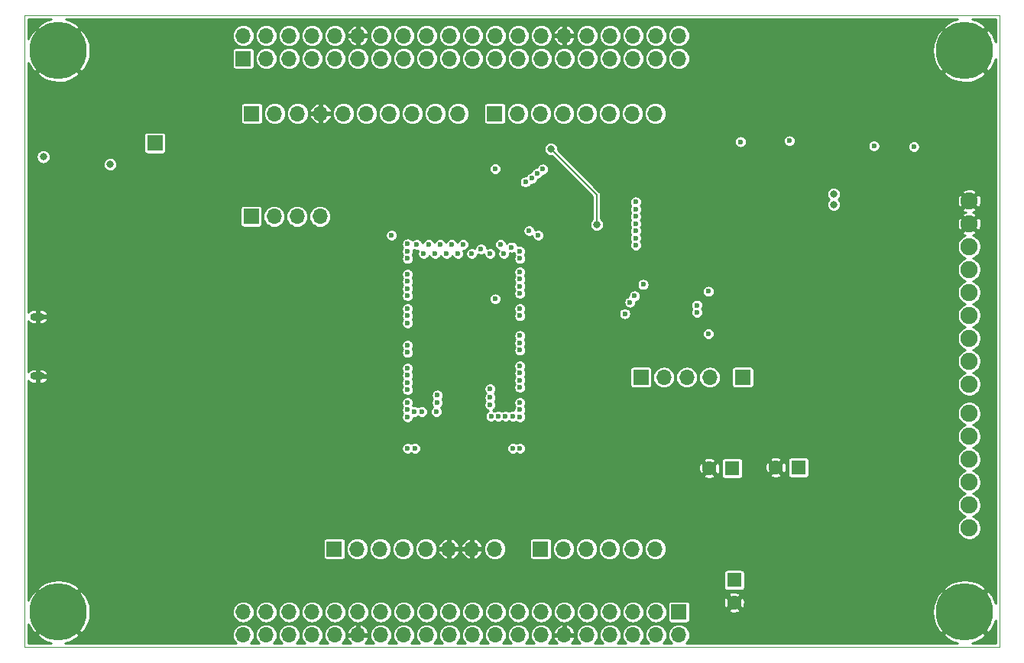
<source format=gbr>
G04 #@! TF.GenerationSoftware,KiCad,Pcbnew,5.1.4-e60b266~84~ubuntu16.04.1*
G04 #@! TF.CreationDate,2019-11-28T16:38:01+01:00*
G04 #@! TF.ProjectId,SRAM_board,5352414d-5f62-46f6-9172-642e6b696361,A*
G04 #@! TF.SameCoordinates,Original*
G04 #@! TF.FileFunction,Copper,L4,Bot*
G04 #@! TF.FilePolarity,Positive*
%FSLAX46Y46*%
G04 Gerber Fmt 4.6, Leading zero omitted, Abs format (unit mm)*
G04 Created by KiCad (PCBNEW 5.1.4-e60b266~84~ubuntu16.04.1) date 2019-11-28 16:38:01*
%MOMM*%
%LPD*%
G04 APERTURE LIST*
%ADD10C,0.050000*%
%ADD11C,6.350000*%
%ADD12R,1.600000X1.600000*%
%ADD13C,1.600000*%
%ADD14R,1.700000X1.700000*%
%ADD15O,1.700000X1.700000*%
%ADD16O,1.600000X0.900000*%
%ADD17C,1.900000*%
%ADD18C,0.600000*%
%ADD19C,0.800000*%
%ADD20C,0.152400*%
%ADD21C,0.254000*%
G04 APERTURE END LIST*
D10*
X104280000Y66110000D02*
X104280000Y66030000D01*
X104280000Y-3885000D02*
X104280000Y-3800000D01*
X-3720000Y-3800000D02*
X-3720000Y-3885000D01*
X-3720000Y66030000D02*
X-3720000Y66110000D01*
X104280000Y-3800000D02*
X104280000Y66030000D01*
X-3720000Y-3885000D02*
X104280000Y-3885000D01*
X-3720000Y66110000D02*
X104280000Y66110000D01*
X-3720000Y-3800000D02*
X-3720000Y66030000D01*
D11*
X100440000Y62230000D03*
X100440000Y0D03*
X0Y62230000D03*
X0Y0D03*
D12*
X74879200Y3530600D03*
D13*
X74879200Y1030600D03*
X79516600Y16017240D03*
D12*
X82016600Y16017240D03*
X74655680Y15930880D03*
D13*
X72155680Y15930880D03*
D14*
X48370000Y55250000D03*
D15*
X50910000Y55250000D03*
X53450000Y55250000D03*
X55990000Y55250000D03*
X58530000Y55250000D03*
X61070000Y55250000D03*
X63610000Y55250000D03*
X66150000Y55250000D03*
D14*
X53450000Y6990000D03*
D15*
X55990000Y6990000D03*
X58530000Y6990000D03*
X61070000Y6990000D03*
X63610000Y6990000D03*
X66150000Y6990000D03*
D14*
X21450000Y55250000D03*
D15*
X23990000Y55250000D03*
X26530000Y55250000D03*
X29070000Y55250000D03*
X31610000Y55250000D03*
X34150000Y55250000D03*
X36690000Y55250000D03*
X39230000Y55250000D03*
X41770000Y55250000D03*
X44310000Y55250000D03*
X48370000Y6990000D03*
X45830000Y6990000D03*
X43290000Y6990000D03*
X40750000Y6990000D03*
X38210000Y6990000D03*
X35670000Y6990000D03*
X33130000Y6990000D03*
D14*
X30590000Y6990000D03*
X10706100Y51981100D03*
X64566800Y26009600D03*
D15*
X67106800Y26009600D03*
X69646800Y26009600D03*
X72186800Y26009600D03*
D14*
X75844400Y26009600D03*
D15*
X68760000Y63880000D03*
X68760000Y61340000D03*
X66220000Y63880000D03*
X66220000Y61340000D03*
X63680000Y63880000D03*
X63680000Y61340000D03*
X61140000Y63880000D03*
X61140000Y61340000D03*
X58600000Y63880000D03*
X58600000Y61340000D03*
X56060000Y63880000D03*
X56060000Y61340000D03*
X53520000Y63880000D03*
X53520000Y61340000D03*
X50980000Y63880000D03*
X50980000Y61340000D03*
X48440000Y63880000D03*
X48440000Y61340000D03*
X45900000Y63880000D03*
X45900000Y61340000D03*
X43360000Y63880000D03*
X43360000Y61340000D03*
X40820000Y63880000D03*
X40820000Y61340000D03*
X38280000Y63880000D03*
X38280000Y61340000D03*
X35740000Y63880000D03*
X35740000Y61340000D03*
X33200000Y63880000D03*
X33200000Y61340000D03*
X30660000Y63880000D03*
X30660000Y61340000D03*
X28120000Y63880000D03*
X28120000Y61340000D03*
X25580000Y63880000D03*
X25580000Y61340000D03*
X23040000Y63880000D03*
X23040000Y61340000D03*
X20500000Y63880000D03*
D14*
X20500000Y61340000D03*
X68760000Y0D03*
D15*
X68760000Y-2540000D03*
X66220000Y0D03*
X66220000Y-2540000D03*
X63680000Y0D03*
X63680000Y-2540000D03*
X61140000Y0D03*
X61140000Y-2540000D03*
X58600000Y0D03*
X58600000Y-2540000D03*
X56060000Y0D03*
X56060000Y-2540000D03*
X53520000Y0D03*
X53520000Y-2540000D03*
X50980000Y0D03*
X50980000Y-2540000D03*
X48440000Y0D03*
X48440000Y-2540000D03*
X45900000Y0D03*
X45900000Y-2540000D03*
X43360000Y0D03*
X43360000Y-2540000D03*
X40820000Y0D03*
X40820000Y-2540000D03*
X38280000Y0D03*
X38280000Y-2540000D03*
X35740000Y0D03*
X35740000Y-2540000D03*
X33200000Y0D03*
X33200000Y-2540000D03*
X30660000Y0D03*
X30660000Y-2540000D03*
X28120000Y0D03*
X28120000Y-2540000D03*
X25580000Y0D03*
X25580000Y-2540000D03*
X23040000Y0D03*
X23040000Y-2540000D03*
X20500000Y0D03*
X20500000Y-2540000D03*
D16*
X-2286000Y32733520D03*
X-2286000Y26133520D03*
D17*
X100939600Y25247600D03*
X100939600Y27787600D03*
X100939600Y30327600D03*
X100939600Y32867600D03*
X100939600Y35407600D03*
X100939600Y37947600D03*
X100939600Y40487600D03*
X100939600Y43027600D03*
X100939600Y45567600D03*
X100939600Y22009100D03*
X100939600Y19469100D03*
X100939600Y16929100D03*
X100939600Y14389100D03*
X100939600Y11849100D03*
X100939600Y9309100D03*
D15*
X29006800Y43853100D03*
X26466800Y43853100D03*
X23926800Y43853100D03*
D14*
X21386800Y43853100D03*
D18*
X76098400Y33985200D03*
X75412600Y33985200D03*
X74752200Y33985200D03*
X74091800Y33985200D03*
X76098400Y34645600D03*
X74091800Y34645600D03*
X74091800Y35306000D03*
X76098400Y35306000D03*
X76098400Y36017200D03*
X75412600Y36017200D03*
X74752200Y36017200D03*
X74091800Y36017200D03*
D19*
X51384200Y45491400D03*
X49225200Y47675800D03*
X43383200Y47675800D03*
X59261150Y37109400D03*
X59309000Y35052000D03*
X59080400Y24765000D03*
X38989000Y14249400D03*
X48006000Y15189200D03*
X30883330Y37388800D03*
X31031959Y30085162D03*
X31038800Y25120600D03*
X59283600Y29946600D03*
X79400400Y0D03*
X79476600Y9702800D03*
X90449400Y1295400D03*
X95935800Y6756400D03*
X7594600Y33248600D03*
X7594600Y30708600D03*
X3657600Y32613600D03*
X3530600Y26263600D03*
X-279400Y28295600D03*
X3530600Y28803600D03*
X3530600Y27533600D03*
X27914600Y31978600D03*
X18008600Y32486600D03*
X18009278Y33497979D03*
X17881600Y28930600D03*
X17881600Y28041600D03*
X15722600Y40741600D03*
D18*
X94462600Y42011600D03*
D19*
X63411100Y31343600D03*
X63665100Y38773100D03*
D18*
X65760600Y37312600D03*
X67094100Y35217100D03*
X68110100Y35217100D03*
X64744600Y33756600D03*
D19*
X-1676400Y45567600D03*
X3213100Y56997600D03*
X5562600Y53822600D03*
D18*
X70104000Y21844000D03*
X77470000Y21844000D03*
D19*
X78333600Y56743600D03*
X78384400Y61772800D03*
X87274400Y61722000D03*
X87223600Y56642000D03*
X90373200Y62992000D03*
X94792800Y62992000D03*
X85293200Y47548800D03*
X71424800Y47650400D03*
X72593200Y37719000D03*
X81864200Y30962600D03*
X81203800Y37160200D03*
X74193400Y40132040D03*
X76606400Y40132040D03*
X18008600Y31597600D03*
X50012600Y32359600D03*
X39408100Y27914600D03*
X23698200Y9652000D03*
X21615400Y9626600D03*
X14401800Y14909800D03*
X14401800Y12319000D03*
X16027400Y3175000D03*
D18*
X81026000Y52222400D03*
X53043507Y48599742D03*
X75590400Y52120800D03*
X53685545Y49077016D03*
X51155600Y30619603D03*
X63982600Y40640582D03*
X63982600Y41440585D03*
X63982600Y42240588D03*
X63982600Y43040591D03*
X63982600Y43840594D03*
X63982600Y44640597D03*
X63982600Y45440600D03*
D19*
X-1651000Y50444400D03*
D18*
X70755685Y33993915D03*
D19*
X54584600Y51333400D03*
X59664600Y42951400D03*
X85902800Y46329600D03*
X5765800Y49606200D03*
D18*
X70765368Y33193971D03*
D19*
X85928200Y45161200D03*
D18*
X94792800Y51562000D03*
X51765200Y47650400D03*
X90373200Y51663600D03*
X52451196Y48061997D03*
X62776100Y33058100D03*
X63347600Y34328100D03*
X63855600Y35026600D03*
X64808100Y36296600D03*
X72034400Y35534600D03*
X72034400Y30835600D03*
X38709600Y21615594D03*
X53187600Y41757600D03*
X36931600Y41757600D03*
X51155600Y21615594D03*
X45821600Y39725600D03*
X46843625Y40227575D03*
X38709600Y29565600D03*
X51155600Y39979600D03*
X38709600Y28765597D03*
X51155600Y39179597D03*
X38709600Y27025600D03*
X51155600Y37693600D03*
X38709600Y26225597D03*
X51155600Y36893597D03*
X38709600Y25425594D03*
X51155600Y36093594D03*
X38709600Y24625591D03*
X51155600Y35293591D03*
X38709600Y23215600D03*
X51155600Y33629600D03*
X38709600Y22415597D03*
X51155600Y32829597D03*
X38709600Y32829597D03*
X51155600Y29819600D03*
X38709600Y33629600D03*
X51155600Y29019597D03*
X38709600Y35039591D03*
X51155600Y27279600D03*
X38709600Y35839594D03*
X51155600Y26479597D03*
X38709600Y36639597D03*
X51155600Y25679594D03*
X38709600Y37439600D03*
X51155600Y24879591D03*
X38709600Y39179597D03*
X51155600Y23215600D03*
X38709600Y39979600D03*
X51155600Y22415597D03*
X50237405Y40435539D03*
X49377600Y39725600D03*
X49001250Y40741600D03*
X47853600Y39725600D03*
X44842050Y40741600D03*
X43027600Y39725600D03*
X44297600Y39725600D03*
X41757600Y39725600D03*
X43572050Y40741600D03*
X42302050Y40741600D03*
X41032050Y40741600D03*
X40487600Y39725600D03*
X39725600Y40741600D03*
X38709600Y40779603D03*
X38709600Y18135600D03*
X39509603Y18135600D03*
X50355597Y18135600D03*
X51155600Y18135600D03*
X52171600Y42265600D03*
X38709600Y32029594D03*
X39479278Y22197424D03*
X40279276Y22199731D03*
X48412400Y49098200D03*
X48412400Y34696400D03*
X41879278Y22199613D03*
X42011600Y23215600D03*
X42011600Y24015603D03*
X47853600Y24739600D03*
X47853600Y23761603D03*
X47853600Y22961600D03*
X47959552Y21691588D03*
X48759553Y21691653D03*
X49559554Y21691264D03*
X50359548Y21694996D03*
D20*
X59664600Y46253400D02*
X59664600Y42951400D01*
X54584600Y51333400D02*
X59664600Y46253400D01*
D21*
G36*
X-1355117Y65536275D02*
G01*
X-1974101Y65208375D01*
X-1996206Y65193607D01*
X-2367843Y64777448D01*
X0Y62409605D01*
X2367843Y64777448D01*
X1996206Y65193607D01*
X1379678Y65526103D01*
X800988Y65704000D01*
X99645291Y65704000D01*
X99084883Y65536275D01*
X98465899Y65208375D01*
X98443794Y65193607D01*
X98072157Y64777448D01*
X100440000Y62409605D01*
X102807843Y64777448D01*
X102436206Y65193607D01*
X101819678Y65526103D01*
X101240988Y65704000D01*
X103874001Y65704000D01*
X103874001Y63158355D01*
X103746275Y63585117D01*
X103418375Y64204101D01*
X103403607Y64226206D01*
X102987448Y64597843D01*
X100619605Y62230000D01*
X102987448Y59862157D01*
X103403607Y60233794D01*
X103736103Y60850322D01*
X103874001Y61298897D01*
X103874000Y928358D01*
X103746275Y1355117D01*
X103418375Y1974101D01*
X103403607Y1996206D01*
X102987448Y2367843D01*
X100619605Y0D01*
X102987448Y-2367843D01*
X103403607Y-1996206D01*
X103736103Y-1379678D01*
X103874000Y-931106D01*
X103874000Y-3479000D01*
X101218002Y-3479000D01*
X101795117Y-3306275D01*
X102414101Y-2978375D01*
X102436206Y-2963607D01*
X102807843Y-2547448D01*
X100440000Y-179605D01*
X98072157Y-2547448D01*
X98443794Y-2963607D01*
X99060322Y-3296103D01*
X99655277Y-3479000D01*
X69556261Y-3479000D01*
X69634660Y-3414660D01*
X69788491Y-3227216D01*
X69902798Y-3013363D01*
X69973188Y-2781318D01*
X69996956Y-2540000D01*
X69973188Y-2298682D01*
X69902798Y-2066637D01*
X69788491Y-1852784D01*
X69634660Y-1665340D01*
X69447216Y-1511509D01*
X69233363Y-1397202D01*
X69001318Y-1326812D01*
X68820472Y-1309000D01*
X68699528Y-1309000D01*
X68518682Y-1326812D01*
X68286637Y-1397202D01*
X68072784Y-1511509D01*
X67885340Y-1665340D01*
X67731509Y-1852784D01*
X67617202Y-2066637D01*
X67546812Y-2298682D01*
X67523044Y-2540000D01*
X67546812Y-2781318D01*
X67617202Y-3013363D01*
X67731509Y-3227216D01*
X67885340Y-3414660D01*
X67963739Y-3479000D01*
X67016261Y-3479000D01*
X67094660Y-3414660D01*
X67248491Y-3227216D01*
X67362798Y-3013363D01*
X67433188Y-2781318D01*
X67456956Y-2540000D01*
X67433188Y-2298682D01*
X67362798Y-2066637D01*
X67248491Y-1852784D01*
X67094660Y-1665340D01*
X66907216Y-1511509D01*
X66693363Y-1397202D01*
X66461318Y-1326812D01*
X66280472Y-1309000D01*
X66159528Y-1309000D01*
X65978682Y-1326812D01*
X65746637Y-1397202D01*
X65532784Y-1511509D01*
X65345340Y-1665340D01*
X65191509Y-1852784D01*
X65077202Y-2066637D01*
X65006812Y-2298682D01*
X64983044Y-2540000D01*
X65006812Y-2781318D01*
X65077202Y-3013363D01*
X65191509Y-3227216D01*
X65345340Y-3414660D01*
X65423739Y-3479000D01*
X64476261Y-3479000D01*
X64554660Y-3414660D01*
X64708491Y-3227216D01*
X64822798Y-3013363D01*
X64893188Y-2781318D01*
X64916956Y-2540000D01*
X64893188Y-2298682D01*
X64822798Y-2066637D01*
X64708491Y-1852784D01*
X64554660Y-1665340D01*
X64367216Y-1511509D01*
X64153363Y-1397202D01*
X63921318Y-1326812D01*
X63740472Y-1309000D01*
X63619528Y-1309000D01*
X63438682Y-1326812D01*
X63206637Y-1397202D01*
X62992784Y-1511509D01*
X62805340Y-1665340D01*
X62651509Y-1852784D01*
X62537202Y-2066637D01*
X62466812Y-2298682D01*
X62443044Y-2540000D01*
X62466812Y-2781318D01*
X62537202Y-3013363D01*
X62651509Y-3227216D01*
X62805340Y-3414660D01*
X62883739Y-3479000D01*
X61936261Y-3479000D01*
X62014660Y-3414660D01*
X62168491Y-3227216D01*
X62282798Y-3013363D01*
X62353188Y-2781318D01*
X62376956Y-2540000D01*
X62353188Y-2298682D01*
X62282798Y-2066637D01*
X62168491Y-1852784D01*
X62014660Y-1665340D01*
X61827216Y-1511509D01*
X61613363Y-1397202D01*
X61381318Y-1326812D01*
X61200472Y-1309000D01*
X61079528Y-1309000D01*
X60898682Y-1326812D01*
X60666637Y-1397202D01*
X60452784Y-1511509D01*
X60265340Y-1665340D01*
X60111509Y-1852784D01*
X59997202Y-2066637D01*
X59926812Y-2298682D01*
X59903044Y-2540000D01*
X59926812Y-2781318D01*
X59997202Y-3013363D01*
X60111509Y-3227216D01*
X60265340Y-3414660D01*
X60343739Y-3479000D01*
X59396261Y-3479000D01*
X59474660Y-3414660D01*
X59628491Y-3227216D01*
X59742798Y-3013363D01*
X59813188Y-2781318D01*
X59836956Y-2540000D01*
X59813188Y-2298682D01*
X59742798Y-2066637D01*
X59628491Y-1852784D01*
X59474660Y-1665340D01*
X59287216Y-1511509D01*
X59073363Y-1397202D01*
X58841318Y-1326812D01*
X58660472Y-1309000D01*
X58539528Y-1309000D01*
X58358682Y-1326812D01*
X58126637Y-1397202D01*
X57912784Y-1511509D01*
X57725340Y-1665340D01*
X57571509Y-1852784D01*
X57457202Y-2066637D01*
X57386812Y-2298682D01*
X57363044Y-2540000D01*
X57386812Y-2781318D01*
X57457202Y-3013363D01*
X57571509Y-3227216D01*
X57725340Y-3414660D01*
X57803739Y-3479000D01*
X56852620Y-3479000D01*
X56872924Y-3464408D01*
X57037647Y-3288052D01*
X57164799Y-3082949D01*
X57249495Y-2856981D01*
X57189187Y-2667000D01*
X56187000Y-2667000D01*
X56187000Y-2687000D01*
X55933000Y-2687000D01*
X55933000Y-2667000D01*
X54930813Y-2667000D01*
X54870505Y-2856981D01*
X54955201Y-3082949D01*
X55082353Y-3288052D01*
X55247076Y-3464408D01*
X55267380Y-3479000D01*
X54316261Y-3479000D01*
X54394660Y-3414660D01*
X54548491Y-3227216D01*
X54662798Y-3013363D01*
X54733188Y-2781318D01*
X54756956Y-2540000D01*
X54733188Y-2298682D01*
X54710236Y-2223019D01*
X54870505Y-2223019D01*
X54930813Y-2413000D01*
X55933000Y-2413000D01*
X55933000Y-1411373D01*
X56187000Y-1411373D01*
X56187000Y-2413000D01*
X57189187Y-2413000D01*
X57249495Y-2223019D01*
X57164799Y-1997051D01*
X57037647Y-1791948D01*
X56872924Y-1615592D01*
X56676961Y-1474761D01*
X56457288Y-1374866D01*
X56376980Y-1350511D01*
X56187000Y-1411373D01*
X55933000Y-1411373D01*
X55743020Y-1350511D01*
X55662712Y-1374866D01*
X55443039Y-1474761D01*
X55247076Y-1615592D01*
X55082353Y-1791948D01*
X54955201Y-1997051D01*
X54870505Y-2223019D01*
X54710236Y-2223019D01*
X54662798Y-2066637D01*
X54548491Y-1852784D01*
X54394660Y-1665340D01*
X54207216Y-1511509D01*
X53993363Y-1397202D01*
X53761318Y-1326812D01*
X53580472Y-1309000D01*
X53459528Y-1309000D01*
X53278682Y-1326812D01*
X53046637Y-1397202D01*
X52832784Y-1511509D01*
X52645340Y-1665340D01*
X52491509Y-1852784D01*
X52377202Y-2066637D01*
X52306812Y-2298682D01*
X52283044Y-2540000D01*
X52306812Y-2781318D01*
X52377202Y-3013363D01*
X52491509Y-3227216D01*
X52645340Y-3414660D01*
X52723739Y-3479000D01*
X51776261Y-3479000D01*
X51854660Y-3414660D01*
X52008491Y-3227216D01*
X52122798Y-3013363D01*
X52193188Y-2781318D01*
X52216956Y-2540000D01*
X52193188Y-2298682D01*
X52122798Y-2066637D01*
X52008491Y-1852784D01*
X51854660Y-1665340D01*
X51667216Y-1511509D01*
X51453363Y-1397202D01*
X51221318Y-1326812D01*
X51040472Y-1309000D01*
X50919528Y-1309000D01*
X50738682Y-1326812D01*
X50506637Y-1397202D01*
X50292784Y-1511509D01*
X50105340Y-1665340D01*
X49951509Y-1852784D01*
X49837202Y-2066637D01*
X49766812Y-2298682D01*
X49743044Y-2540000D01*
X49766812Y-2781318D01*
X49837202Y-3013363D01*
X49951509Y-3227216D01*
X50105340Y-3414660D01*
X50183739Y-3479000D01*
X49236261Y-3479000D01*
X49314660Y-3414660D01*
X49468491Y-3227216D01*
X49582798Y-3013363D01*
X49653188Y-2781318D01*
X49676956Y-2540000D01*
X49653188Y-2298682D01*
X49582798Y-2066637D01*
X49468491Y-1852784D01*
X49314660Y-1665340D01*
X49127216Y-1511509D01*
X48913363Y-1397202D01*
X48681318Y-1326812D01*
X48500472Y-1309000D01*
X48379528Y-1309000D01*
X48198682Y-1326812D01*
X47966637Y-1397202D01*
X47752784Y-1511509D01*
X47565340Y-1665340D01*
X47411509Y-1852784D01*
X47297202Y-2066637D01*
X47226812Y-2298682D01*
X47203044Y-2540000D01*
X47226812Y-2781318D01*
X47297202Y-3013363D01*
X47411509Y-3227216D01*
X47565340Y-3414660D01*
X47643739Y-3479000D01*
X46696261Y-3479000D01*
X46774660Y-3414660D01*
X46928491Y-3227216D01*
X47042798Y-3013363D01*
X47113188Y-2781318D01*
X47136956Y-2540000D01*
X47113188Y-2298682D01*
X47042798Y-2066637D01*
X46928491Y-1852784D01*
X46774660Y-1665340D01*
X46587216Y-1511509D01*
X46373363Y-1397202D01*
X46141318Y-1326812D01*
X45960472Y-1309000D01*
X45839528Y-1309000D01*
X45658682Y-1326812D01*
X45426637Y-1397202D01*
X45212784Y-1511509D01*
X45025340Y-1665340D01*
X44871509Y-1852784D01*
X44757202Y-2066637D01*
X44686812Y-2298682D01*
X44663044Y-2540000D01*
X44686812Y-2781318D01*
X44757202Y-3013363D01*
X44871509Y-3227216D01*
X45025340Y-3414660D01*
X45103739Y-3479000D01*
X44156261Y-3479000D01*
X44234660Y-3414660D01*
X44388491Y-3227216D01*
X44502798Y-3013363D01*
X44573188Y-2781318D01*
X44596956Y-2540000D01*
X44573188Y-2298682D01*
X44502798Y-2066637D01*
X44388491Y-1852784D01*
X44234660Y-1665340D01*
X44047216Y-1511509D01*
X43833363Y-1397202D01*
X43601318Y-1326812D01*
X43420472Y-1309000D01*
X43299528Y-1309000D01*
X43118682Y-1326812D01*
X42886637Y-1397202D01*
X42672784Y-1511509D01*
X42485340Y-1665340D01*
X42331509Y-1852784D01*
X42217202Y-2066637D01*
X42146812Y-2298682D01*
X42123044Y-2540000D01*
X42146812Y-2781318D01*
X42217202Y-3013363D01*
X42331509Y-3227216D01*
X42485340Y-3414660D01*
X42563739Y-3479000D01*
X41616261Y-3479000D01*
X41694660Y-3414660D01*
X41848491Y-3227216D01*
X41962798Y-3013363D01*
X42033188Y-2781318D01*
X42056956Y-2540000D01*
X42033188Y-2298682D01*
X41962798Y-2066637D01*
X41848491Y-1852784D01*
X41694660Y-1665340D01*
X41507216Y-1511509D01*
X41293363Y-1397202D01*
X41061318Y-1326812D01*
X40880472Y-1309000D01*
X40759528Y-1309000D01*
X40578682Y-1326812D01*
X40346637Y-1397202D01*
X40132784Y-1511509D01*
X39945340Y-1665340D01*
X39791509Y-1852784D01*
X39677202Y-2066637D01*
X39606812Y-2298682D01*
X39583044Y-2540000D01*
X39606812Y-2781318D01*
X39677202Y-3013363D01*
X39791509Y-3227216D01*
X39945340Y-3414660D01*
X40023739Y-3479000D01*
X39076261Y-3479000D01*
X39154660Y-3414660D01*
X39308491Y-3227216D01*
X39422798Y-3013363D01*
X39493188Y-2781318D01*
X39516956Y-2540000D01*
X39493188Y-2298682D01*
X39422798Y-2066637D01*
X39308491Y-1852784D01*
X39154660Y-1665340D01*
X38967216Y-1511509D01*
X38753363Y-1397202D01*
X38521318Y-1326812D01*
X38340472Y-1309000D01*
X38219528Y-1309000D01*
X38038682Y-1326812D01*
X37806637Y-1397202D01*
X37592784Y-1511509D01*
X37405340Y-1665340D01*
X37251509Y-1852784D01*
X37137202Y-2066637D01*
X37066812Y-2298682D01*
X37043044Y-2540000D01*
X37066812Y-2781318D01*
X37137202Y-3013363D01*
X37251509Y-3227216D01*
X37405340Y-3414660D01*
X37483739Y-3479000D01*
X36536261Y-3479000D01*
X36614660Y-3414660D01*
X36768491Y-3227216D01*
X36882798Y-3013363D01*
X36953188Y-2781318D01*
X36976956Y-2540000D01*
X36953188Y-2298682D01*
X36882798Y-2066637D01*
X36768491Y-1852784D01*
X36614660Y-1665340D01*
X36427216Y-1511509D01*
X36213363Y-1397202D01*
X35981318Y-1326812D01*
X35800472Y-1309000D01*
X35679528Y-1309000D01*
X35498682Y-1326812D01*
X35266637Y-1397202D01*
X35052784Y-1511509D01*
X34865340Y-1665340D01*
X34711509Y-1852784D01*
X34597202Y-2066637D01*
X34526812Y-2298682D01*
X34503044Y-2540000D01*
X34526812Y-2781318D01*
X34597202Y-3013363D01*
X34711509Y-3227216D01*
X34865340Y-3414660D01*
X34943739Y-3479000D01*
X33992620Y-3479000D01*
X34012924Y-3464408D01*
X34177647Y-3288052D01*
X34304799Y-3082949D01*
X34389495Y-2856981D01*
X34329187Y-2667000D01*
X33327000Y-2667000D01*
X33327000Y-2687000D01*
X33073000Y-2687000D01*
X33073000Y-2667000D01*
X32070813Y-2667000D01*
X32010505Y-2856981D01*
X32095201Y-3082949D01*
X32222353Y-3288052D01*
X32387076Y-3464408D01*
X32407380Y-3479000D01*
X31456261Y-3479000D01*
X31534660Y-3414660D01*
X31688491Y-3227216D01*
X31802798Y-3013363D01*
X31873188Y-2781318D01*
X31896956Y-2540000D01*
X31873188Y-2298682D01*
X31850236Y-2223019D01*
X32010505Y-2223019D01*
X32070813Y-2413000D01*
X33073000Y-2413000D01*
X33073000Y-1411373D01*
X33327000Y-1411373D01*
X33327000Y-2413000D01*
X34329187Y-2413000D01*
X34389495Y-2223019D01*
X34304799Y-1997051D01*
X34177647Y-1791948D01*
X34012924Y-1615592D01*
X33816961Y-1474761D01*
X33597288Y-1374866D01*
X33516980Y-1350511D01*
X33327000Y-1411373D01*
X33073000Y-1411373D01*
X32883020Y-1350511D01*
X32802712Y-1374866D01*
X32583039Y-1474761D01*
X32387076Y-1615592D01*
X32222353Y-1791948D01*
X32095201Y-1997051D01*
X32010505Y-2223019D01*
X31850236Y-2223019D01*
X31802798Y-2066637D01*
X31688491Y-1852784D01*
X31534660Y-1665340D01*
X31347216Y-1511509D01*
X31133363Y-1397202D01*
X30901318Y-1326812D01*
X30720472Y-1309000D01*
X30599528Y-1309000D01*
X30418682Y-1326812D01*
X30186637Y-1397202D01*
X29972784Y-1511509D01*
X29785340Y-1665340D01*
X29631509Y-1852784D01*
X29517202Y-2066637D01*
X29446812Y-2298682D01*
X29423044Y-2540000D01*
X29446812Y-2781318D01*
X29517202Y-3013363D01*
X29631509Y-3227216D01*
X29785340Y-3414660D01*
X29863739Y-3479000D01*
X28916261Y-3479000D01*
X28994660Y-3414660D01*
X29148491Y-3227216D01*
X29262798Y-3013363D01*
X29333188Y-2781318D01*
X29356956Y-2540000D01*
X29333188Y-2298682D01*
X29262798Y-2066637D01*
X29148491Y-1852784D01*
X28994660Y-1665340D01*
X28807216Y-1511509D01*
X28593363Y-1397202D01*
X28361318Y-1326812D01*
X28180472Y-1309000D01*
X28059528Y-1309000D01*
X27878682Y-1326812D01*
X27646637Y-1397202D01*
X27432784Y-1511509D01*
X27245340Y-1665340D01*
X27091509Y-1852784D01*
X26977202Y-2066637D01*
X26906812Y-2298682D01*
X26883044Y-2540000D01*
X26906812Y-2781318D01*
X26977202Y-3013363D01*
X27091509Y-3227216D01*
X27245340Y-3414660D01*
X27323739Y-3479000D01*
X26376261Y-3479000D01*
X26454660Y-3414660D01*
X26608491Y-3227216D01*
X26722798Y-3013363D01*
X26793188Y-2781318D01*
X26816956Y-2540000D01*
X26793188Y-2298682D01*
X26722798Y-2066637D01*
X26608491Y-1852784D01*
X26454660Y-1665340D01*
X26267216Y-1511509D01*
X26053363Y-1397202D01*
X25821318Y-1326812D01*
X25640472Y-1309000D01*
X25519528Y-1309000D01*
X25338682Y-1326812D01*
X25106637Y-1397202D01*
X24892784Y-1511509D01*
X24705340Y-1665340D01*
X24551509Y-1852784D01*
X24437202Y-2066637D01*
X24366812Y-2298682D01*
X24343044Y-2540000D01*
X24366812Y-2781318D01*
X24437202Y-3013363D01*
X24551509Y-3227216D01*
X24705340Y-3414660D01*
X24783739Y-3479000D01*
X23836261Y-3479000D01*
X23914660Y-3414660D01*
X24068491Y-3227216D01*
X24182798Y-3013363D01*
X24253188Y-2781318D01*
X24276956Y-2540000D01*
X24253188Y-2298682D01*
X24182798Y-2066637D01*
X24068491Y-1852784D01*
X23914660Y-1665340D01*
X23727216Y-1511509D01*
X23513363Y-1397202D01*
X23281318Y-1326812D01*
X23100472Y-1309000D01*
X22979528Y-1309000D01*
X22798682Y-1326812D01*
X22566637Y-1397202D01*
X22352784Y-1511509D01*
X22165340Y-1665340D01*
X22011509Y-1852784D01*
X21897202Y-2066637D01*
X21826812Y-2298682D01*
X21803044Y-2540000D01*
X21826812Y-2781318D01*
X21897202Y-3013363D01*
X22011509Y-3227216D01*
X22165340Y-3414660D01*
X22243739Y-3479000D01*
X21296261Y-3479000D01*
X21374660Y-3414660D01*
X21528491Y-3227216D01*
X21642798Y-3013363D01*
X21713188Y-2781318D01*
X21736956Y-2540000D01*
X21713188Y-2298682D01*
X21642798Y-2066637D01*
X21528491Y-1852784D01*
X21374660Y-1665340D01*
X21187216Y-1511509D01*
X20973363Y-1397202D01*
X20741318Y-1326812D01*
X20560472Y-1309000D01*
X20439528Y-1309000D01*
X20258682Y-1326812D01*
X20026637Y-1397202D01*
X19812784Y-1511509D01*
X19625340Y-1665340D01*
X19471509Y-1852784D01*
X19357202Y-2066637D01*
X19286812Y-2298682D01*
X19263044Y-2540000D01*
X19286812Y-2781318D01*
X19357202Y-3013363D01*
X19471509Y-3227216D01*
X19625340Y-3414660D01*
X19703739Y-3479000D01*
X778002Y-3479000D01*
X1355117Y-3306275D01*
X1974101Y-2978375D01*
X1996206Y-2963607D01*
X2367843Y-2547448D01*
X0Y-179605D01*
X-2367843Y-2547448D01*
X-1996206Y-2963607D01*
X-1379678Y-3296103D01*
X-784723Y-3479000D01*
X-3314000Y-3479000D01*
X-3314000Y-1329306D01*
X-3306275Y-1355117D01*
X-2978375Y-1974101D01*
X-2963607Y-1996206D01*
X-2547448Y-2367843D01*
X-179605Y0D01*
X179605Y0D01*
X2547448Y-2367843D01*
X2963607Y-1996206D01*
X3296103Y-1379678D01*
X3501931Y-710130D01*
X3573182Y-13292D01*
X3571923Y0D01*
X19263044Y0D01*
X19286812Y-241318D01*
X19357202Y-473363D01*
X19471509Y-687216D01*
X19625340Y-874660D01*
X19812784Y-1028491D01*
X20026637Y-1142798D01*
X20258682Y-1213188D01*
X20439528Y-1231000D01*
X20560472Y-1231000D01*
X20741318Y-1213188D01*
X20973363Y-1142798D01*
X21187216Y-1028491D01*
X21374660Y-874660D01*
X21528491Y-687216D01*
X21642798Y-473363D01*
X21713188Y-241318D01*
X21736956Y0D01*
X21803044Y0D01*
X21826812Y-241318D01*
X21897202Y-473363D01*
X22011509Y-687216D01*
X22165340Y-874660D01*
X22352784Y-1028491D01*
X22566637Y-1142798D01*
X22798682Y-1213188D01*
X22979528Y-1231000D01*
X23100472Y-1231000D01*
X23281318Y-1213188D01*
X23513363Y-1142798D01*
X23727216Y-1028491D01*
X23914660Y-874660D01*
X24068491Y-687216D01*
X24182798Y-473363D01*
X24253188Y-241318D01*
X24276956Y0D01*
X24343044Y0D01*
X24366812Y-241318D01*
X24437202Y-473363D01*
X24551509Y-687216D01*
X24705340Y-874660D01*
X24892784Y-1028491D01*
X25106637Y-1142798D01*
X25338682Y-1213188D01*
X25519528Y-1231000D01*
X25640472Y-1231000D01*
X25821318Y-1213188D01*
X26053363Y-1142798D01*
X26267216Y-1028491D01*
X26454660Y-874660D01*
X26608491Y-687216D01*
X26722798Y-473363D01*
X26793188Y-241318D01*
X26816956Y0D01*
X26883044Y0D01*
X26906812Y-241318D01*
X26977202Y-473363D01*
X27091509Y-687216D01*
X27245340Y-874660D01*
X27432784Y-1028491D01*
X27646637Y-1142798D01*
X27878682Y-1213188D01*
X28059528Y-1231000D01*
X28180472Y-1231000D01*
X28361318Y-1213188D01*
X28593363Y-1142798D01*
X28807216Y-1028491D01*
X28994660Y-874660D01*
X29148491Y-687216D01*
X29262798Y-473363D01*
X29333188Y-241318D01*
X29356956Y0D01*
X29423044Y0D01*
X29446812Y-241318D01*
X29517202Y-473363D01*
X29631509Y-687216D01*
X29785340Y-874660D01*
X29972784Y-1028491D01*
X30186637Y-1142798D01*
X30418682Y-1213188D01*
X30599528Y-1231000D01*
X30720472Y-1231000D01*
X30901318Y-1213188D01*
X31133363Y-1142798D01*
X31347216Y-1028491D01*
X31534660Y-874660D01*
X31688491Y-687216D01*
X31802798Y-473363D01*
X31873188Y-241318D01*
X31896956Y0D01*
X31963044Y0D01*
X31986812Y-241318D01*
X32057202Y-473363D01*
X32171509Y-687216D01*
X32325340Y-874660D01*
X32512784Y-1028491D01*
X32726637Y-1142798D01*
X32958682Y-1213188D01*
X33139528Y-1231000D01*
X33260472Y-1231000D01*
X33441318Y-1213188D01*
X33673363Y-1142798D01*
X33887216Y-1028491D01*
X34074660Y-874660D01*
X34228491Y-687216D01*
X34342798Y-473363D01*
X34413188Y-241318D01*
X34436956Y0D01*
X34503044Y0D01*
X34526812Y-241318D01*
X34597202Y-473363D01*
X34711509Y-687216D01*
X34865340Y-874660D01*
X35052784Y-1028491D01*
X35266637Y-1142798D01*
X35498682Y-1213188D01*
X35679528Y-1231000D01*
X35800472Y-1231000D01*
X35981318Y-1213188D01*
X36213363Y-1142798D01*
X36427216Y-1028491D01*
X36614660Y-874660D01*
X36768491Y-687216D01*
X36882798Y-473363D01*
X36953188Y-241318D01*
X36976956Y0D01*
X37043044Y0D01*
X37066812Y-241318D01*
X37137202Y-473363D01*
X37251509Y-687216D01*
X37405340Y-874660D01*
X37592784Y-1028491D01*
X37806637Y-1142798D01*
X38038682Y-1213188D01*
X38219528Y-1231000D01*
X38340472Y-1231000D01*
X38521318Y-1213188D01*
X38753363Y-1142798D01*
X38967216Y-1028491D01*
X39154660Y-874660D01*
X39308491Y-687216D01*
X39422798Y-473363D01*
X39493188Y-241318D01*
X39516956Y0D01*
X39583044Y0D01*
X39606812Y-241318D01*
X39677202Y-473363D01*
X39791509Y-687216D01*
X39945340Y-874660D01*
X40132784Y-1028491D01*
X40346637Y-1142798D01*
X40578682Y-1213188D01*
X40759528Y-1231000D01*
X40880472Y-1231000D01*
X41061318Y-1213188D01*
X41293363Y-1142798D01*
X41507216Y-1028491D01*
X41694660Y-874660D01*
X41848491Y-687216D01*
X41962798Y-473363D01*
X42033188Y-241318D01*
X42056956Y0D01*
X42123044Y0D01*
X42146812Y-241318D01*
X42217202Y-473363D01*
X42331509Y-687216D01*
X42485340Y-874660D01*
X42672784Y-1028491D01*
X42886637Y-1142798D01*
X43118682Y-1213188D01*
X43299528Y-1231000D01*
X43420472Y-1231000D01*
X43601318Y-1213188D01*
X43833363Y-1142798D01*
X44047216Y-1028491D01*
X44234660Y-874660D01*
X44388491Y-687216D01*
X44502798Y-473363D01*
X44573188Y-241318D01*
X44596956Y0D01*
X44663044Y0D01*
X44686812Y-241318D01*
X44757202Y-473363D01*
X44871509Y-687216D01*
X45025340Y-874660D01*
X45212784Y-1028491D01*
X45426637Y-1142798D01*
X45658682Y-1213188D01*
X45839528Y-1231000D01*
X45960472Y-1231000D01*
X46141318Y-1213188D01*
X46373363Y-1142798D01*
X46587216Y-1028491D01*
X46774660Y-874660D01*
X46928491Y-687216D01*
X47042798Y-473363D01*
X47113188Y-241318D01*
X47136956Y0D01*
X47203044Y0D01*
X47226812Y-241318D01*
X47297202Y-473363D01*
X47411509Y-687216D01*
X47565340Y-874660D01*
X47752784Y-1028491D01*
X47966637Y-1142798D01*
X48198682Y-1213188D01*
X48379528Y-1231000D01*
X48500472Y-1231000D01*
X48681318Y-1213188D01*
X48913363Y-1142798D01*
X49127216Y-1028491D01*
X49314660Y-874660D01*
X49468491Y-687216D01*
X49582798Y-473363D01*
X49653188Y-241318D01*
X49676956Y0D01*
X49743044Y0D01*
X49766812Y-241318D01*
X49837202Y-473363D01*
X49951509Y-687216D01*
X50105340Y-874660D01*
X50292784Y-1028491D01*
X50506637Y-1142798D01*
X50738682Y-1213188D01*
X50919528Y-1231000D01*
X51040472Y-1231000D01*
X51221318Y-1213188D01*
X51453363Y-1142798D01*
X51667216Y-1028491D01*
X51854660Y-874660D01*
X52008491Y-687216D01*
X52122798Y-473363D01*
X52193188Y-241318D01*
X52216956Y0D01*
X52283044Y0D01*
X52306812Y-241318D01*
X52377202Y-473363D01*
X52491509Y-687216D01*
X52645340Y-874660D01*
X52832784Y-1028491D01*
X53046637Y-1142798D01*
X53278682Y-1213188D01*
X53459528Y-1231000D01*
X53580472Y-1231000D01*
X53761318Y-1213188D01*
X53993363Y-1142798D01*
X54207216Y-1028491D01*
X54394660Y-874660D01*
X54548491Y-687216D01*
X54662798Y-473363D01*
X54733188Y-241318D01*
X54756956Y0D01*
X54823044Y0D01*
X54846812Y-241318D01*
X54917202Y-473363D01*
X55031509Y-687216D01*
X55185340Y-874660D01*
X55372784Y-1028491D01*
X55586637Y-1142798D01*
X55818682Y-1213188D01*
X55999528Y-1231000D01*
X56120472Y-1231000D01*
X56301318Y-1213188D01*
X56533363Y-1142798D01*
X56747216Y-1028491D01*
X56934660Y-874660D01*
X57088491Y-687216D01*
X57202798Y-473363D01*
X57273188Y-241318D01*
X57296956Y0D01*
X57363044Y0D01*
X57386812Y-241318D01*
X57457202Y-473363D01*
X57571509Y-687216D01*
X57725340Y-874660D01*
X57912784Y-1028491D01*
X58126637Y-1142798D01*
X58358682Y-1213188D01*
X58539528Y-1231000D01*
X58660472Y-1231000D01*
X58841318Y-1213188D01*
X59073363Y-1142798D01*
X59287216Y-1028491D01*
X59474660Y-874660D01*
X59628491Y-687216D01*
X59742798Y-473363D01*
X59813188Y-241318D01*
X59836956Y0D01*
X59903044Y0D01*
X59926812Y-241318D01*
X59997202Y-473363D01*
X60111509Y-687216D01*
X60265340Y-874660D01*
X60452784Y-1028491D01*
X60666637Y-1142798D01*
X60898682Y-1213188D01*
X61079528Y-1231000D01*
X61200472Y-1231000D01*
X61381318Y-1213188D01*
X61613363Y-1142798D01*
X61827216Y-1028491D01*
X62014660Y-874660D01*
X62168491Y-687216D01*
X62282798Y-473363D01*
X62353188Y-241318D01*
X62376956Y0D01*
X62443044Y0D01*
X62466812Y-241318D01*
X62537202Y-473363D01*
X62651509Y-687216D01*
X62805340Y-874660D01*
X62992784Y-1028491D01*
X63206637Y-1142798D01*
X63438682Y-1213188D01*
X63619528Y-1231000D01*
X63740472Y-1231000D01*
X63921318Y-1213188D01*
X64153363Y-1142798D01*
X64367216Y-1028491D01*
X64554660Y-874660D01*
X64708491Y-687216D01*
X64822798Y-473363D01*
X64893188Y-241318D01*
X64916956Y0D01*
X64983044Y0D01*
X65006812Y-241318D01*
X65077202Y-473363D01*
X65191509Y-687216D01*
X65345340Y-874660D01*
X65532784Y-1028491D01*
X65746637Y-1142798D01*
X65978682Y-1213188D01*
X66159528Y-1231000D01*
X66280472Y-1231000D01*
X66461318Y-1213188D01*
X66693363Y-1142798D01*
X66907216Y-1028491D01*
X67094660Y-874660D01*
X67248491Y-687216D01*
X67362798Y-473363D01*
X67433188Y-241318D01*
X67456956Y0D01*
X67433188Y241318D01*
X67362798Y473363D01*
X67248491Y687216D01*
X67114898Y850000D01*
X67527157Y850000D01*
X67527157Y-850000D01*
X67534513Y-924689D01*
X67556299Y-996508D01*
X67591678Y-1062696D01*
X67639289Y-1120711D01*
X67697304Y-1168322D01*
X67763492Y-1203701D01*
X67835311Y-1225487D01*
X67910000Y-1232843D01*
X69610000Y-1232843D01*
X69684689Y-1225487D01*
X69756508Y-1203701D01*
X69822696Y-1168322D01*
X69880711Y-1120711D01*
X69928322Y-1062696D01*
X69963701Y-996508D01*
X69985487Y-924689D01*
X69992843Y-850000D01*
X69992843Y174258D01*
X74202463Y174258D01*
X74288418Y1393D01*
X74500558Y-94087D01*
X74727248Y-146345D01*
X74959778Y-153375D01*
X75189212Y-114905D01*
X75406732Y-32414D01*
X75469982Y1393D01*
X75475898Y13292D01*
X96866818Y13292D01*
X96932883Y-684057D01*
X97133725Y-1355117D01*
X97461625Y-1974101D01*
X97476393Y-1996206D01*
X97892552Y-2367843D01*
X100260395Y0D01*
X97892552Y2367843D01*
X97476393Y1996206D01*
X97143897Y1379678D01*
X96938069Y710130D01*
X96866818Y13292D01*
X75475898Y13292D01*
X75555937Y174258D01*
X74879200Y850995D01*
X74202463Y174258D01*
X69992843Y174258D01*
X69992843Y850000D01*
X69985487Y924689D01*
X69977803Y950022D01*
X73695225Y950022D01*
X73733695Y720588D01*
X73816186Y503068D01*
X73849993Y439818D01*
X74022858Y353863D01*
X74699595Y1030600D01*
X75058805Y1030600D01*
X75735542Y353863D01*
X75908407Y439818D01*
X76003887Y651958D01*
X76056145Y878648D01*
X76063175Y1111178D01*
X76024705Y1340612D01*
X75942214Y1558132D01*
X75908407Y1621382D01*
X75735542Y1707337D01*
X75058805Y1030600D01*
X74699595Y1030600D01*
X74022858Y1707337D01*
X73849993Y1621382D01*
X73754513Y1409242D01*
X73702255Y1182552D01*
X73695225Y950022D01*
X69977803Y950022D01*
X69963701Y996508D01*
X69928322Y1062696D01*
X69880711Y1120711D01*
X69822696Y1168322D01*
X69756508Y1203701D01*
X69684689Y1225487D01*
X69610000Y1232843D01*
X67910000Y1232843D01*
X67835311Y1225487D01*
X67763492Y1203701D01*
X67697304Y1168322D01*
X67639289Y1120711D01*
X67591678Y1062696D01*
X67556299Y996508D01*
X67534513Y924689D01*
X67527157Y850000D01*
X67114898Y850000D01*
X67094660Y874660D01*
X66907216Y1028491D01*
X66693363Y1142798D01*
X66461318Y1213188D01*
X66280472Y1231000D01*
X66159528Y1231000D01*
X65978682Y1213188D01*
X65746637Y1142798D01*
X65532784Y1028491D01*
X65345340Y874660D01*
X65191509Y687216D01*
X65077202Y473363D01*
X65006812Y241318D01*
X64983044Y0D01*
X64916956Y0D01*
X64893188Y241318D01*
X64822798Y473363D01*
X64708491Y687216D01*
X64554660Y874660D01*
X64367216Y1028491D01*
X64153363Y1142798D01*
X63921318Y1213188D01*
X63740472Y1231000D01*
X63619528Y1231000D01*
X63438682Y1213188D01*
X63206637Y1142798D01*
X62992784Y1028491D01*
X62805340Y874660D01*
X62651509Y687216D01*
X62537202Y473363D01*
X62466812Y241318D01*
X62443044Y0D01*
X62376956Y0D01*
X62353188Y241318D01*
X62282798Y473363D01*
X62168491Y687216D01*
X62014660Y874660D01*
X61827216Y1028491D01*
X61613363Y1142798D01*
X61381318Y1213188D01*
X61200472Y1231000D01*
X61079528Y1231000D01*
X60898682Y1213188D01*
X60666637Y1142798D01*
X60452784Y1028491D01*
X60265340Y874660D01*
X60111509Y687216D01*
X59997202Y473363D01*
X59926812Y241318D01*
X59903044Y0D01*
X59836956Y0D01*
X59813188Y241318D01*
X59742798Y473363D01*
X59628491Y687216D01*
X59474660Y874660D01*
X59287216Y1028491D01*
X59073363Y1142798D01*
X58841318Y1213188D01*
X58660472Y1231000D01*
X58539528Y1231000D01*
X58358682Y1213188D01*
X58126637Y1142798D01*
X57912784Y1028491D01*
X57725340Y874660D01*
X57571509Y687216D01*
X57457202Y473363D01*
X57386812Y241318D01*
X57363044Y0D01*
X57296956Y0D01*
X57273188Y241318D01*
X57202798Y473363D01*
X57088491Y687216D01*
X56934660Y874660D01*
X56747216Y1028491D01*
X56533363Y1142798D01*
X56301318Y1213188D01*
X56120472Y1231000D01*
X55999528Y1231000D01*
X55818682Y1213188D01*
X55586637Y1142798D01*
X55372784Y1028491D01*
X55185340Y874660D01*
X55031509Y687216D01*
X54917202Y473363D01*
X54846812Y241318D01*
X54823044Y0D01*
X54756956Y0D01*
X54733188Y241318D01*
X54662798Y473363D01*
X54548491Y687216D01*
X54394660Y874660D01*
X54207216Y1028491D01*
X53993363Y1142798D01*
X53761318Y1213188D01*
X53580472Y1231000D01*
X53459528Y1231000D01*
X53278682Y1213188D01*
X53046637Y1142798D01*
X52832784Y1028491D01*
X52645340Y874660D01*
X52491509Y687216D01*
X52377202Y473363D01*
X52306812Y241318D01*
X52283044Y0D01*
X52216956Y0D01*
X52193188Y241318D01*
X52122798Y473363D01*
X52008491Y687216D01*
X51854660Y874660D01*
X51667216Y1028491D01*
X51453363Y1142798D01*
X51221318Y1213188D01*
X51040472Y1231000D01*
X50919528Y1231000D01*
X50738682Y1213188D01*
X50506637Y1142798D01*
X50292784Y1028491D01*
X50105340Y874660D01*
X49951509Y687216D01*
X49837202Y473363D01*
X49766812Y241318D01*
X49743044Y0D01*
X49676956Y0D01*
X49653188Y241318D01*
X49582798Y473363D01*
X49468491Y687216D01*
X49314660Y874660D01*
X49127216Y1028491D01*
X48913363Y1142798D01*
X48681318Y1213188D01*
X48500472Y1231000D01*
X48379528Y1231000D01*
X48198682Y1213188D01*
X47966637Y1142798D01*
X47752784Y1028491D01*
X47565340Y874660D01*
X47411509Y687216D01*
X47297202Y473363D01*
X47226812Y241318D01*
X47203044Y0D01*
X47136956Y0D01*
X47113188Y241318D01*
X47042798Y473363D01*
X46928491Y687216D01*
X46774660Y874660D01*
X46587216Y1028491D01*
X46373363Y1142798D01*
X46141318Y1213188D01*
X45960472Y1231000D01*
X45839528Y1231000D01*
X45658682Y1213188D01*
X45426637Y1142798D01*
X45212784Y1028491D01*
X45025340Y874660D01*
X44871509Y687216D01*
X44757202Y473363D01*
X44686812Y241318D01*
X44663044Y0D01*
X44596956Y0D01*
X44573188Y241318D01*
X44502798Y473363D01*
X44388491Y687216D01*
X44234660Y874660D01*
X44047216Y1028491D01*
X43833363Y1142798D01*
X43601318Y1213188D01*
X43420472Y1231000D01*
X43299528Y1231000D01*
X43118682Y1213188D01*
X42886637Y1142798D01*
X42672784Y1028491D01*
X42485340Y874660D01*
X42331509Y687216D01*
X42217202Y473363D01*
X42146812Y241318D01*
X42123044Y0D01*
X42056956Y0D01*
X42033188Y241318D01*
X41962798Y473363D01*
X41848491Y687216D01*
X41694660Y874660D01*
X41507216Y1028491D01*
X41293363Y1142798D01*
X41061318Y1213188D01*
X40880472Y1231000D01*
X40759528Y1231000D01*
X40578682Y1213188D01*
X40346637Y1142798D01*
X40132784Y1028491D01*
X39945340Y874660D01*
X39791509Y687216D01*
X39677202Y473363D01*
X39606812Y241318D01*
X39583044Y0D01*
X39516956Y0D01*
X39493188Y241318D01*
X39422798Y473363D01*
X39308491Y687216D01*
X39154660Y874660D01*
X38967216Y1028491D01*
X38753363Y1142798D01*
X38521318Y1213188D01*
X38340472Y1231000D01*
X38219528Y1231000D01*
X38038682Y1213188D01*
X37806637Y1142798D01*
X37592784Y1028491D01*
X37405340Y874660D01*
X37251509Y687216D01*
X37137202Y473363D01*
X37066812Y241318D01*
X37043044Y0D01*
X36976956Y0D01*
X36953188Y241318D01*
X36882798Y473363D01*
X36768491Y687216D01*
X36614660Y874660D01*
X36427216Y1028491D01*
X36213363Y1142798D01*
X35981318Y1213188D01*
X35800472Y1231000D01*
X35679528Y1231000D01*
X35498682Y1213188D01*
X35266637Y1142798D01*
X35052784Y1028491D01*
X34865340Y874660D01*
X34711509Y687216D01*
X34597202Y473363D01*
X34526812Y241318D01*
X34503044Y0D01*
X34436956Y0D01*
X34413188Y241318D01*
X34342798Y473363D01*
X34228491Y687216D01*
X34074660Y874660D01*
X33887216Y1028491D01*
X33673363Y1142798D01*
X33441318Y1213188D01*
X33260472Y1231000D01*
X33139528Y1231000D01*
X32958682Y1213188D01*
X32726637Y1142798D01*
X32512784Y1028491D01*
X32325340Y874660D01*
X32171509Y687216D01*
X32057202Y473363D01*
X31986812Y241318D01*
X31963044Y0D01*
X31896956Y0D01*
X31873188Y241318D01*
X31802798Y473363D01*
X31688491Y687216D01*
X31534660Y874660D01*
X31347216Y1028491D01*
X31133363Y1142798D01*
X30901318Y1213188D01*
X30720472Y1231000D01*
X30599528Y1231000D01*
X30418682Y1213188D01*
X30186637Y1142798D01*
X29972784Y1028491D01*
X29785340Y874660D01*
X29631509Y687216D01*
X29517202Y473363D01*
X29446812Y241318D01*
X29423044Y0D01*
X29356956Y0D01*
X29333188Y241318D01*
X29262798Y473363D01*
X29148491Y687216D01*
X28994660Y874660D01*
X28807216Y1028491D01*
X28593363Y1142798D01*
X28361318Y1213188D01*
X28180472Y1231000D01*
X28059528Y1231000D01*
X27878682Y1213188D01*
X27646637Y1142798D01*
X27432784Y1028491D01*
X27245340Y874660D01*
X27091509Y687216D01*
X26977202Y473363D01*
X26906812Y241318D01*
X26883044Y0D01*
X26816956Y0D01*
X26793188Y241318D01*
X26722798Y473363D01*
X26608491Y687216D01*
X26454660Y874660D01*
X26267216Y1028491D01*
X26053363Y1142798D01*
X25821318Y1213188D01*
X25640472Y1231000D01*
X25519528Y1231000D01*
X25338682Y1213188D01*
X25106637Y1142798D01*
X24892784Y1028491D01*
X24705340Y874660D01*
X24551509Y687216D01*
X24437202Y473363D01*
X24366812Y241318D01*
X24343044Y0D01*
X24276956Y0D01*
X24253188Y241318D01*
X24182798Y473363D01*
X24068491Y687216D01*
X23914660Y874660D01*
X23727216Y1028491D01*
X23513363Y1142798D01*
X23281318Y1213188D01*
X23100472Y1231000D01*
X22979528Y1231000D01*
X22798682Y1213188D01*
X22566637Y1142798D01*
X22352784Y1028491D01*
X22165340Y874660D01*
X22011509Y687216D01*
X21897202Y473363D01*
X21826812Y241318D01*
X21803044Y0D01*
X21736956Y0D01*
X21713188Y241318D01*
X21642798Y473363D01*
X21528491Y687216D01*
X21374660Y874660D01*
X21187216Y1028491D01*
X20973363Y1142798D01*
X20741318Y1213188D01*
X20560472Y1231000D01*
X20439528Y1231000D01*
X20258682Y1213188D01*
X20026637Y1142798D01*
X19812784Y1028491D01*
X19625340Y874660D01*
X19471509Y687216D01*
X19357202Y473363D01*
X19286812Y241318D01*
X19263044Y0D01*
X3571923Y0D01*
X3507117Y684057D01*
X3306275Y1355117D01*
X3024547Y1886942D01*
X74202463Y1886942D01*
X74879200Y1210205D01*
X75555937Y1886942D01*
X75469982Y2059807D01*
X75257842Y2155287D01*
X75031152Y2207545D01*
X74798622Y2214575D01*
X74569188Y2176105D01*
X74351668Y2093614D01*
X74288418Y2059807D01*
X74202463Y1886942D01*
X3024547Y1886942D01*
X2978375Y1974101D01*
X2963607Y1996206D01*
X2547448Y2367843D01*
X179605Y0D01*
X-179605Y0D01*
X-2547448Y2367843D01*
X-2963607Y1996206D01*
X-3296103Y1379678D01*
X-3314000Y1321460D01*
X-3314000Y2547448D01*
X-2367843Y2547448D01*
X0Y179605D01*
X2367843Y2547448D01*
X1996206Y2963607D01*
X1379678Y3296103D01*
X710130Y3501931D01*
X13292Y3573182D01*
X-684057Y3507117D01*
X-1355117Y3306275D01*
X-1974101Y2978375D01*
X-1996206Y2963607D01*
X-2367843Y2547448D01*
X-3314000Y2547448D01*
X-3314000Y4330600D01*
X73696357Y4330600D01*
X73696357Y2730600D01*
X73703713Y2655911D01*
X73725499Y2584092D01*
X73760878Y2517904D01*
X73808489Y2459889D01*
X73866504Y2412278D01*
X73932692Y2376899D01*
X74004511Y2355113D01*
X74079200Y2347757D01*
X75679200Y2347757D01*
X75753889Y2355113D01*
X75825708Y2376899D01*
X75891896Y2412278D01*
X75949911Y2459889D01*
X75997522Y2517904D01*
X76013313Y2547448D01*
X98072157Y2547448D01*
X100440000Y179605D01*
X102807843Y2547448D01*
X102436206Y2963607D01*
X101819678Y3296103D01*
X101150130Y3501931D01*
X100453292Y3573182D01*
X99755943Y3507117D01*
X99084883Y3306275D01*
X98465899Y2978375D01*
X98443794Y2963607D01*
X98072157Y2547448D01*
X76013313Y2547448D01*
X76032901Y2584092D01*
X76054687Y2655911D01*
X76062043Y2730600D01*
X76062043Y4330600D01*
X76054687Y4405289D01*
X76032901Y4477108D01*
X75997522Y4543296D01*
X75949911Y4601311D01*
X75891896Y4648922D01*
X75825708Y4684301D01*
X75753889Y4706087D01*
X75679200Y4713443D01*
X74079200Y4713443D01*
X74004511Y4706087D01*
X73932692Y4684301D01*
X73866504Y4648922D01*
X73808489Y4601311D01*
X73760878Y4543296D01*
X73725499Y4477108D01*
X73703713Y4405289D01*
X73696357Y4330600D01*
X-3314000Y4330600D01*
X-3314000Y7840000D01*
X29357157Y7840000D01*
X29357157Y6140000D01*
X29364513Y6065311D01*
X29386299Y5993492D01*
X29421678Y5927304D01*
X29469289Y5869289D01*
X29527304Y5821678D01*
X29593492Y5786299D01*
X29665311Y5764513D01*
X29740000Y5757157D01*
X31440000Y5757157D01*
X31514689Y5764513D01*
X31586508Y5786299D01*
X31652696Y5821678D01*
X31710711Y5869289D01*
X31758322Y5927304D01*
X31793701Y5993492D01*
X31815487Y6065311D01*
X31822843Y6140000D01*
X31822843Y6990000D01*
X31893044Y6990000D01*
X31916812Y6748682D01*
X31987202Y6516637D01*
X32101509Y6302784D01*
X32255340Y6115340D01*
X32442784Y5961509D01*
X32656637Y5847202D01*
X32888682Y5776812D01*
X33069528Y5759000D01*
X33190472Y5759000D01*
X33371318Y5776812D01*
X33603363Y5847202D01*
X33817216Y5961509D01*
X34004660Y6115340D01*
X34158491Y6302784D01*
X34272798Y6516637D01*
X34343188Y6748682D01*
X34366956Y6990000D01*
X34433044Y6990000D01*
X34456812Y6748682D01*
X34527202Y6516637D01*
X34641509Y6302784D01*
X34795340Y6115340D01*
X34982784Y5961509D01*
X35196637Y5847202D01*
X35428682Y5776812D01*
X35609528Y5759000D01*
X35730472Y5759000D01*
X35911318Y5776812D01*
X36143363Y5847202D01*
X36357216Y5961509D01*
X36544660Y6115340D01*
X36698491Y6302784D01*
X36812798Y6516637D01*
X36883188Y6748682D01*
X36906956Y6990000D01*
X36973044Y6990000D01*
X36996812Y6748682D01*
X37067202Y6516637D01*
X37181509Y6302784D01*
X37335340Y6115340D01*
X37522784Y5961509D01*
X37736637Y5847202D01*
X37968682Y5776812D01*
X38149528Y5759000D01*
X38270472Y5759000D01*
X38451318Y5776812D01*
X38683363Y5847202D01*
X38897216Y5961509D01*
X39084660Y6115340D01*
X39238491Y6302784D01*
X39352798Y6516637D01*
X39423188Y6748682D01*
X39446956Y6990000D01*
X39513044Y6990000D01*
X39536812Y6748682D01*
X39607202Y6516637D01*
X39721509Y6302784D01*
X39875340Y6115340D01*
X40062784Y5961509D01*
X40276637Y5847202D01*
X40508682Y5776812D01*
X40689528Y5759000D01*
X40810472Y5759000D01*
X40991318Y5776812D01*
X41223363Y5847202D01*
X41437216Y5961509D01*
X41624660Y6115340D01*
X41778491Y6302784D01*
X41892798Y6516637D01*
X41940235Y6673019D01*
X42100505Y6673019D01*
X42185201Y6447051D01*
X42312353Y6241948D01*
X42477076Y6065592D01*
X42673039Y5924761D01*
X42892712Y5824866D01*
X42973020Y5800511D01*
X43163000Y5861373D01*
X43163000Y6863000D01*
X43417000Y6863000D01*
X43417000Y5861373D01*
X43606980Y5800511D01*
X43687288Y5824866D01*
X43906961Y5924761D01*
X44102924Y6065592D01*
X44267647Y6241948D01*
X44394799Y6447051D01*
X44479495Y6673019D01*
X44640505Y6673019D01*
X44725201Y6447051D01*
X44852353Y6241948D01*
X45017076Y6065592D01*
X45213039Y5924761D01*
X45432712Y5824866D01*
X45513020Y5800511D01*
X45703000Y5861373D01*
X45703000Y6863000D01*
X45957000Y6863000D01*
X45957000Y5861373D01*
X46146980Y5800511D01*
X46227288Y5824866D01*
X46446961Y5924761D01*
X46642924Y6065592D01*
X46807647Y6241948D01*
X46934799Y6447051D01*
X47019495Y6673019D01*
X46959187Y6863000D01*
X45957000Y6863000D01*
X45703000Y6863000D01*
X44700813Y6863000D01*
X44640505Y6673019D01*
X44479495Y6673019D01*
X44419187Y6863000D01*
X43417000Y6863000D01*
X43163000Y6863000D01*
X42160813Y6863000D01*
X42100505Y6673019D01*
X41940235Y6673019D01*
X41963188Y6748682D01*
X41986956Y6990000D01*
X47133044Y6990000D01*
X47156812Y6748682D01*
X47227202Y6516637D01*
X47341509Y6302784D01*
X47495340Y6115340D01*
X47682784Y5961509D01*
X47896637Y5847202D01*
X48128682Y5776812D01*
X48309528Y5759000D01*
X48430472Y5759000D01*
X48611318Y5776812D01*
X48843363Y5847202D01*
X49057216Y5961509D01*
X49244660Y6115340D01*
X49398491Y6302784D01*
X49512798Y6516637D01*
X49583188Y6748682D01*
X49606956Y6990000D01*
X49583188Y7231318D01*
X49512798Y7463363D01*
X49398491Y7677216D01*
X49264898Y7840000D01*
X52217157Y7840000D01*
X52217157Y6140000D01*
X52224513Y6065311D01*
X52246299Y5993492D01*
X52281678Y5927304D01*
X52329289Y5869289D01*
X52387304Y5821678D01*
X52453492Y5786299D01*
X52525311Y5764513D01*
X52600000Y5757157D01*
X54300000Y5757157D01*
X54374689Y5764513D01*
X54446508Y5786299D01*
X54512696Y5821678D01*
X54570711Y5869289D01*
X54618322Y5927304D01*
X54653701Y5993492D01*
X54675487Y6065311D01*
X54682843Y6140000D01*
X54682843Y6990000D01*
X54753044Y6990000D01*
X54776812Y6748682D01*
X54847202Y6516637D01*
X54961509Y6302784D01*
X55115340Y6115340D01*
X55302784Y5961509D01*
X55516637Y5847202D01*
X55748682Y5776812D01*
X55929528Y5759000D01*
X56050472Y5759000D01*
X56231318Y5776812D01*
X56463363Y5847202D01*
X56677216Y5961509D01*
X56864660Y6115340D01*
X57018491Y6302784D01*
X57132798Y6516637D01*
X57203188Y6748682D01*
X57226956Y6990000D01*
X57293044Y6990000D01*
X57316812Y6748682D01*
X57387202Y6516637D01*
X57501509Y6302784D01*
X57655340Y6115340D01*
X57842784Y5961509D01*
X58056637Y5847202D01*
X58288682Y5776812D01*
X58469528Y5759000D01*
X58590472Y5759000D01*
X58771318Y5776812D01*
X59003363Y5847202D01*
X59217216Y5961509D01*
X59404660Y6115340D01*
X59558491Y6302784D01*
X59672798Y6516637D01*
X59743188Y6748682D01*
X59766956Y6990000D01*
X59833044Y6990000D01*
X59856812Y6748682D01*
X59927202Y6516637D01*
X60041509Y6302784D01*
X60195340Y6115340D01*
X60382784Y5961509D01*
X60596637Y5847202D01*
X60828682Y5776812D01*
X61009528Y5759000D01*
X61130472Y5759000D01*
X61311318Y5776812D01*
X61543363Y5847202D01*
X61757216Y5961509D01*
X61944660Y6115340D01*
X62098491Y6302784D01*
X62212798Y6516637D01*
X62283188Y6748682D01*
X62306956Y6990000D01*
X62373044Y6990000D01*
X62396812Y6748682D01*
X62467202Y6516637D01*
X62581509Y6302784D01*
X62735340Y6115340D01*
X62922784Y5961509D01*
X63136637Y5847202D01*
X63368682Y5776812D01*
X63549528Y5759000D01*
X63670472Y5759000D01*
X63851318Y5776812D01*
X64083363Y5847202D01*
X64297216Y5961509D01*
X64484660Y6115340D01*
X64638491Y6302784D01*
X64752798Y6516637D01*
X64823188Y6748682D01*
X64846956Y6990000D01*
X64913044Y6990000D01*
X64936812Y6748682D01*
X65007202Y6516637D01*
X65121509Y6302784D01*
X65275340Y6115340D01*
X65462784Y5961509D01*
X65676637Y5847202D01*
X65908682Y5776812D01*
X66089528Y5759000D01*
X66210472Y5759000D01*
X66391318Y5776812D01*
X66623363Y5847202D01*
X66837216Y5961509D01*
X67024660Y6115340D01*
X67178491Y6302784D01*
X67292798Y6516637D01*
X67363188Y6748682D01*
X67386956Y6990000D01*
X67363188Y7231318D01*
X67292798Y7463363D01*
X67178491Y7677216D01*
X67024660Y7864660D01*
X66837216Y8018491D01*
X66623363Y8132798D01*
X66391318Y8203188D01*
X66210472Y8221000D01*
X66089528Y8221000D01*
X65908682Y8203188D01*
X65676637Y8132798D01*
X65462784Y8018491D01*
X65275340Y7864660D01*
X65121509Y7677216D01*
X65007202Y7463363D01*
X64936812Y7231318D01*
X64913044Y6990000D01*
X64846956Y6990000D01*
X64823188Y7231318D01*
X64752798Y7463363D01*
X64638491Y7677216D01*
X64484660Y7864660D01*
X64297216Y8018491D01*
X64083363Y8132798D01*
X63851318Y8203188D01*
X63670472Y8221000D01*
X63549528Y8221000D01*
X63368682Y8203188D01*
X63136637Y8132798D01*
X62922784Y8018491D01*
X62735340Y7864660D01*
X62581509Y7677216D01*
X62467202Y7463363D01*
X62396812Y7231318D01*
X62373044Y6990000D01*
X62306956Y6990000D01*
X62283188Y7231318D01*
X62212798Y7463363D01*
X62098491Y7677216D01*
X61944660Y7864660D01*
X61757216Y8018491D01*
X61543363Y8132798D01*
X61311318Y8203188D01*
X61130472Y8221000D01*
X61009528Y8221000D01*
X60828682Y8203188D01*
X60596637Y8132798D01*
X60382784Y8018491D01*
X60195340Y7864660D01*
X60041509Y7677216D01*
X59927202Y7463363D01*
X59856812Y7231318D01*
X59833044Y6990000D01*
X59766956Y6990000D01*
X59743188Y7231318D01*
X59672798Y7463363D01*
X59558491Y7677216D01*
X59404660Y7864660D01*
X59217216Y8018491D01*
X59003363Y8132798D01*
X58771318Y8203188D01*
X58590472Y8221000D01*
X58469528Y8221000D01*
X58288682Y8203188D01*
X58056637Y8132798D01*
X57842784Y8018491D01*
X57655340Y7864660D01*
X57501509Y7677216D01*
X57387202Y7463363D01*
X57316812Y7231318D01*
X57293044Y6990000D01*
X57226956Y6990000D01*
X57203188Y7231318D01*
X57132798Y7463363D01*
X57018491Y7677216D01*
X56864660Y7864660D01*
X56677216Y8018491D01*
X56463363Y8132798D01*
X56231318Y8203188D01*
X56050472Y8221000D01*
X55929528Y8221000D01*
X55748682Y8203188D01*
X55516637Y8132798D01*
X55302784Y8018491D01*
X55115340Y7864660D01*
X54961509Y7677216D01*
X54847202Y7463363D01*
X54776812Y7231318D01*
X54753044Y6990000D01*
X54682843Y6990000D01*
X54682843Y7840000D01*
X54675487Y7914689D01*
X54653701Y7986508D01*
X54618322Y8052696D01*
X54570711Y8110711D01*
X54512696Y8158322D01*
X54446508Y8193701D01*
X54374689Y8215487D01*
X54300000Y8222843D01*
X52600000Y8222843D01*
X52525311Y8215487D01*
X52453492Y8193701D01*
X52387304Y8158322D01*
X52329289Y8110711D01*
X52281678Y8052696D01*
X52246299Y7986508D01*
X52224513Y7914689D01*
X52217157Y7840000D01*
X49264898Y7840000D01*
X49244660Y7864660D01*
X49057216Y8018491D01*
X48843363Y8132798D01*
X48611318Y8203188D01*
X48430472Y8221000D01*
X48309528Y8221000D01*
X48128682Y8203188D01*
X47896637Y8132798D01*
X47682784Y8018491D01*
X47495340Y7864660D01*
X47341509Y7677216D01*
X47227202Y7463363D01*
X47156812Y7231318D01*
X47133044Y6990000D01*
X41986956Y6990000D01*
X41963188Y7231318D01*
X41940236Y7306981D01*
X42100505Y7306981D01*
X42160813Y7117000D01*
X43163000Y7117000D01*
X43163000Y8118627D01*
X43417000Y8118627D01*
X43417000Y7117000D01*
X44419187Y7117000D01*
X44479495Y7306981D01*
X44640505Y7306981D01*
X44700813Y7117000D01*
X45703000Y7117000D01*
X45703000Y8118627D01*
X45957000Y8118627D01*
X45957000Y7117000D01*
X46959187Y7117000D01*
X47019495Y7306981D01*
X46934799Y7532949D01*
X46807647Y7738052D01*
X46642924Y7914408D01*
X46446961Y8055239D01*
X46227288Y8155134D01*
X46146980Y8179489D01*
X45957000Y8118627D01*
X45703000Y8118627D01*
X45513020Y8179489D01*
X45432712Y8155134D01*
X45213039Y8055239D01*
X45017076Y7914408D01*
X44852353Y7738052D01*
X44725201Y7532949D01*
X44640505Y7306981D01*
X44479495Y7306981D01*
X44394799Y7532949D01*
X44267647Y7738052D01*
X44102924Y7914408D01*
X43906961Y8055239D01*
X43687288Y8155134D01*
X43606980Y8179489D01*
X43417000Y8118627D01*
X43163000Y8118627D01*
X42973020Y8179489D01*
X42892712Y8155134D01*
X42673039Y8055239D01*
X42477076Y7914408D01*
X42312353Y7738052D01*
X42185201Y7532949D01*
X42100505Y7306981D01*
X41940236Y7306981D01*
X41892798Y7463363D01*
X41778491Y7677216D01*
X41624660Y7864660D01*
X41437216Y8018491D01*
X41223363Y8132798D01*
X40991318Y8203188D01*
X40810472Y8221000D01*
X40689528Y8221000D01*
X40508682Y8203188D01*
X40276637Y8132798D01*
X40062784Y8018491D01*
X39875340Y7864660D01*
X39721509Y7677216D01*
X39607202Y7463363D01*
X39536812Y7231318D01*
X39513044Y6990000D01*
X39446956Y6990000D01*
X39423188Y7231318D01*
X39352798Y7463363D01*
X39238491Y7677216D01*
X39084660Y7864660D01*
X38897216Y8018491D01*
X38683363Y8132798D01*
X38451318Y8203188D01*
X38270472Y8221000D01*
X38149528Y8221000D01*
X37968682Y8203188D01*
X37736637Y8132798D01*
X37522784Y8018491D01*
X37335340Y7864660D01*
X37181509Y7677216D01*
X37067202Y7463363D01*
X36996812Y7231318D01*
X36973044Y6990000D01*
X36906956Y6990000D01*
X36883188Y7231318D01*
X36812798Y7463363D01*
X36698491Y7677216D01*
X36544660Y7864660D01*
X36357216Y8018491D01*
X36143363Y8132798D01*
X35911318Y8203188D01*
X35730472Y8221000D01*
X35609528Y8221000D01*
X35428682Y8203188D01*
X35196637Y8132798D01*
X34982784Y8018491D01*
X34795340Y7864660D01*
X34641509Y7677216D01*
X34527202Y7463363D01*
X34456812Y7231318D01*
X34433044Y6990000D01*
X34366956Y6990000D01*
X34343188Y7231318D01*
X34272798Y7463363D01*
X34158491Y7677216D01*
X34004660Y7864660D01*
X33817216Y8018491D01*
X33603363Y8132798D01*
X33371318Y8203188D01*
X33190472Y8221000D01*
X33069528Y8221000D01*
X32888682Y8203188D01*
X32656637Y8132798D01*
X32442784Y8018491D01*
X32255340Y7864660D01*
X32101509Y7677216D01*
X31987202Y7463363D01*
X31916812Y7231318D01*
X31893044Y6990000D01*
X31822843Y6990000D01*
X31822843Y7840000D01*
X31815487Y7914689D01*
X31793701Y7986508D01*
X31758322Y8052696D01*
X31710711Y8110711D01*
X31652696Y8158322D01*
X31586508Y8193701D01*
X31514689Y8215487D01*
X31440000Y8222843D01*
X29740000Y8222843D01*
X29665311Y8215487D01*
X29593492Y8193701D01*
X29527304Y8158322D01*
X29469289Y8110711D01*
X29421678Y8052696D01*
X29386299Y7986508D01*
X29364513Y7914689D01*
X29357157Y7840000D01*
X-3314000Y7840000D01*
X-3314000Y15074538D01*
X71478943Y15074538D01*
X71564898Y14901673D01*
X71777038Y14806193D01*
X72003728Y14753935D01*
X72236258Y14746905D01*
X72465692Y14785375D01*
X72683212Y14867866D01*
X72746462Y14901673D01*
X72832417Y15074538D01*
X72155680Y15751275D01*
X71478943Y15074538D01*
X-3314000Y15074538D01*
X-3314000Y15850302D01*
X70971705Y15850302D01*
X71010175Y15620868D01*
X71092666Y15403348D01*
X71126473Y15340098D01*
X71299338Y15254143D01*
X71976075Y15930880D01*
X72335285Y15930880D01*
X73012022Y15254143D01*
X73184887Y15340098D01*
X73280367Y15552238D01*
X73332625Y15778928D01*
X73339655Y16011458D01*
X73301185Y16240892D01*
X73218694Y16458412D01*
X73184887Y16521662D01*
X73012022Y16607617D01*
X72335285Y15930880D01*
X71976075Y15930880D01*
X71299338Y16607617D01*
X71126473Y16521662D01*
X71030993Y16309522D01*
X70978735Y16082832D01*
X70971705Y15850302D01*
X-3314000Y15850302D01*
X-3314000Y16787222D01*
X71478943Y16787222D01*
X72155680Y16110485D01*
X72776075Y16730880D01*
X73472837Y16730880D01*
X73472837Y15130880D01*
X73480193Y15056191D01*
X73501979Y14984372D01*
X73537358Y14918184D01*
X73584969Y14860169D01*
X73642984Y14812558D01*
X73709172Y14777179D01*
X73780991Y14755393D01*
X73855680Y14748037D01*
X75455680Y14748037D01*
X75530369Y14755393D01*
X75602188Y14777179D01*
X75668376Y14812558D01*
X75726391Y14860169D01*
X75774002Y14918184D01*
X75809381Y14984372D01*
X75831167Y15056191D01*
X75838523Y15130880D01*
X75838523Y15160898D01*
X78839863Y15160898D01*
X78925818Y14988033D01*
X79137958Y14892553D01*
X79364648Y14840295D01*
X79597178Y14833265D01*
X79826612Y14871735D01*
X80044132Y14954226D01*
X80107382Y14988033D01*
X80193337Y15160898D01*
X79516600Y15837635D01*
X78839863Y15160898D01*
X75838523Y15160898D01*
X75838523Y15936662D01*
X78332625Y15936662D01*
X78371095Y15707228D01*
X78453586Y15489708D01*
X78487393Y15426458D01*
X78660258Y15340503D01*
X79336995Y16017240D01*
X79696205Y16017240D01*
X80372942Y15340503D01*
X80545807Y15426458D01*
X80641287Y15638598D01*
X80693545Y15865288D01*
X80700575Y16097818D01*
X80662105Y16327252D01*
X80579614Y16544772D01*
X80545807Y16608022D01*
X80372942Y16693977D01*
X79696205Y16017240D01*
X79336995Y16017240D01*
X78660258Y16693977D01*
X78487393Y16608022D01*
X78391913Y16395882D01*
X78339655Y16169192D01*
X78332625Y15936662D01*
X75838523Y15936662D01*
X75838523Y16730880D01*
X75831167Y16805569D01*
X75810536Y16873582D01*
X78839863Y16873582D01*
X79516600Y16196845D01*
X80136995Y16817240D01*
X80833757Y16817240D01*
X80833757Y15217240D01*
X80841113Y15142551D01*
X80862899Y15070732D01*
X80898278Y15004544D01*
X80945889Y14946529D01*
X81003904Y14898918D01*
X81070092Y14863539D01*
X81141911Y14841753D01*
X81216600Y14834397D01*
X82816600Y14834397D01*
X82891289Y14841753D01*
X82963108Y14863539D01*
X83029296Y14898918D01*
X83087311Y14946529D01*
X83134922Y15004544D01*
X83170301Y15070732D01*
X83192087Y15142551D01*
X83199443Y15217240D01*
X83199443Y16817240D01*
X83192087Y16891929D01*
X83170301Y16963748D01*
X83134922Y17029936D01*
X83087311Y17087951D01*
X83029296Y17135562D01*
X82963108Y17170941D01*
X82891289Y17192727D01*
X82816600Y17200083D01*
X81216600Y17200083D01*
X81141911Y17192727D01*
X81070092Y17170941D01*
X81003904Y17135562D01*
X80945889Y17087951D01*
X80898278Y17029936D01*
X80862899Y16963748D01*
X80841113Y16891929D01*
X80833757Y16817240D01*
X80136995Y16817240D01*
X80193337Y16873582D01*
X80107382Y17046447D01*
X79895242Y17141927D01*
X79668552Y17194185D01*
X79436022Y17201215D01*
X79206588Y17162745D01*
X78989068Y17080254D01*
X78925818Y17046447D01*
X78839863Y16873582D01*
X75810536Y16873582D01*
X75809381Y16877388D01*
X75774002Y16943576D01*
X75726391Y17001591D01*
X75668376Y17049202D01*
X75602188Y17084581D01*
X75530369Y17106367D01*
X75455680Y17113723D01*
X73855680Y17113723D01*
X73780991Y17106367D01*
X73709172Y17084581D01*
X73642984Y17049202D01*
X73584969Y17001591D01*
X73537358Y16943576D01*
X73501979Y16877388D01*
X73480193Y16805569D01*
X73472837Y16730880D01*
X72776075Y16730880D01*
X72832417Y16787222D01*
X72746462Y16960087D01*
X72534322Y17055567D01*
X72307632Y17107825D01*
X72075102Y17114855D01*
X71845668Y17076385D01*
X71628148Y16993894D01*
X71564898Y16960087D01*
X71478943Y16787222D01*
X-3314000Y16787222D01*
X-3314000Y18202673D01*
X38028600Y18202673D01*
X38028600Y18068527D01*
X38054771Y17936960D01*
X38106106Y17813026D01*
X38180633Y17701488D01*
X38275488Y17606633D01*
X38387026Y17532106D01*
X38510960Y17480771D01*
X38642527Y17454600D01*
X38776673Y17454600D01*
X38908240Y17480771D01*
X39032174Y17532106D01*
X39109602Y17583841D01*
X39187029Y17532106D01*
X39310963Y17480771D01*
X39442530Y17454600D01*
X39576676Y17454600D01*
X39708243Y17480771D01*
X39832177Y17532106D01*
X39943715Y17606633D01*
X40038570Y17701488D01*
X40113097Y17813026D01*
X40164432Y17936960D01*
X40190603Y18068527D01*
X40190603Y18202673D01*
X49674597Y18202673D01*
X49674597Y18068527D01*
X49700768Y17936960D01*
X49752103Y17813026D01*
X49826630Y17701488D01*
X49921485Y17606633D01*
X50033023Y17532106D01*
X50156957Y17480771D01*
X50288524Y17454600D01*
X50422670Y17454600D01*
X50554237Y17480771D01*
X50678171Y17532106D01*
X50755599Y17583841D01*
X50833026Y17532106D01*
X50956960Y17480771D01*
X51088527Y17454600D01*
X51222673Y17454600D01*
X51354240Y17480771D01*
X51478174Y17532106D01*
X51589712Y17606633D01*
X51684567Y17701488D01*
X51759094Y17813026D01*
X51810429Y17936960D01*
X51836600Y18068527D01*
X51836600Y18202673D01*
X51810429Y18334240D01*
X51759094Y18458174D01*
X51684567Y18569712D01*
X51589712Y18664567D01*
X51478174Y18739094D01*
X51354240Y18790429D01*
X51222673Y18816600D01*
X51088527Y18816600D01*
X50956960Y18790429D01*
X50833026Y18739094D01*
X50755599Y18687359D01*
X50678171Y18739094D01*
X50554237Y18790429D01*
X50422670Y18816600D01*
X50288524Y18816600D01*
X50156957Y18790429D01*
X50033023Y18739094D01*
X49921485Y18664567D01*
X49826630Y18569712D01*
X49752103Y18458174D01*
X49700768Y18334240D01*
X49674597Y18202673D01*
X40190603Y18202673D01*
X40164432Y18334240D01*
X40113097Y18458174D01*
X40038570Y18569712D01*
X39943715Y18664567D01*
X39832177Y18739094D01*
X39708243Y18790429D01*
X39576676Y18816600D01*
X39442530Y18816600D01*
X39310963Y18790429D01*
X39187029Y18739094D01*
X39109602Y18687359D01*
X39032174Y18739094D01*
X38908240Y18790429D01*
X38776673Y18816600D01*
X38642527Y18816600D01*
X38510960Y18790429D01*
X38387026Y18739094D01*
X38275488Y18664567D01*
X38180633Y18569712D01*
X38106106Y18458174D01*
X38054771Y18334240D01*
X38028600Y18202673D01*
X-3314000Y18202673D01*
X-3314000Y23282673D01*
X38028600Y23282673D01*
X38028600Y23148527D01*
X38054771Y23016960D01*
X38106106Y22893026D01*
X38157841Y22815599D01*
X38106106Y22738171D01*
X38054771Y22614237D01*
X38028600Y22482670D01*
X38028600Y22348524D01*
X38054771Y22216957D01*
X38106106Y22093023D01*
X38157841Y22015596D01*
X38106106Y21938168D01*
X38054771Y21814234D01*
X38028600Y21682667D01*
X38028600Y21548521D01*
X38054771Y21416954D01*
X38106106Y21293020D01*
X38180633Y21181482D01*
X38275488Y21086627D01*
X38387026Y21012100D01*
X38510960Y20960765D01*
X38642527Y20934594D01*
X38776673Y20934594D01*
X38908240Y20960765D01*
X39032174Y21012100D01*
X39143712Y21086627D01*
X39238567Y21181482D01*
X39313094Y21293020D01*
X39364429Y21416954D01*
X39385281Y21521780D01*
X39412205Y21516424D01*
X39546351Y21516424D01*
X39677918Y21542595D01*
X39801852Y21593930D01*
X39881003Y21646817D01*
X39956702Y21596237D01*
X40080636Y21544902D01*
X40212203Y21518731D01*
X40346349Y21518731D01*
X40477916Y21544902D01*
X40601850Y21596237D01*
X40713388Y21670764D01*
X40808243Y21765619D01*
X40882770Y21877157D01*
X40934105Y22001091D01*
X40960276Y22132658D01*
X40960276Y22266686D01*
X41198278Y22266686D01*
X41198278Y22132540D01*
X41224449Y22000973D01*
X41275784Y21877039D01*
X41350311Y21765501D01*
X41445166Y21670646D01*
X41556704Y21596119D01*
X41680638Y21544784D01*
X41812205Y21518613D01*
X41946351Y21518613D01*
X42077918Y21544784D01*
X42201852Y21596119D01*
X42313390Y21670646D01*
X42408245Y21765501D01*
X42482772Y21877039D01*
X42534107Y22000973D01*
X42560278Y22132540D01*
X42560278Y22266686D01*
X42534107Y22398253D01*
X42482772Y22522187D01*
X42408245Y22633725D01*
X42391536Y22650434D01*
X42445712Y22686633D01*
X42540567Y22781488D01*
X42615094Y22893026D01*
X42666429Y23016960D01*
X42692600Y23148527D01*
X42692600Y23282673D01*
X42666429Y23414240D01*
X42615094Y23538174D01*
X42563359Y23615602D01*
X42615094Y23693029D01*
X42666429Y23816963D01*
X42692600Y23948530D01*
X42692600Y24082676D01*
X42666429Y24214243D01*
X42615094Y24338177D01*
X42540567Y24449715D01*
X42445712Y24544570D01*
X42334174Y24619097D01*
X42210240Y24670432D01*
X42078673Y24696603D01*
X41944527Y24696603D01*
X41812960Y24670432D01*
X41689026Y24619097D01*
X41577488Y24544570D01*
X41482633Y24449715D01*
X41408106Y24338177D01*
X41356771Y24214243D01*
X41330600Y24082676D01*
X41330600Y23948530D01*
X41356771Y23816963D01*
X41408106Y23693029D01*
X41459841Y23615602D01*
X41408106Y23538174D01*
X41356771Y23414240D01*
X41330600Y23282673D01*
X41330600Y23148527D01*
X41356771Y23016960D01*
X41408106Y22893026D01*
X41482633Y22781488D01*
X41499342Y22764779D01*
X41445166Y22728580D01*
X41350311Y22633725D01*
X41275784Y22522187D01*
X41224449Y22398253D01*
X41198278Y22266686D01*
X40960276Y22266686D01*
X40960276Y22266804D01*
X40934105Y22398371D01*
X40882770Y22522305D01*
X40808243Y22633843D01*
X40713388Y22728698D01*
X40601850Y22803225D01*
X40477916Y22854560D01*
X40346349Y22880731D01*
X40212203Y22880731D01*
X40080636Y22854560D01*
X39956702Y22803225D01*
X39877551Y22750338D01*
X39801852Y22800918D01*
X39677918Y22852253D01*
X39546351Y22878424D01*
X39412205Y22878424D01*
X39286649Y22853449D01*
X39313094Y22893026D01*
X39364429Y23016960D01*
X39390600Y23148527D01*
X39390600Y23282673D01*
X39364429Y23414240D01*
X39313094Y23538174D01*
X39238567Y23649712D01*
X39143712Y23744567D01*
X39032174Y23819094D01*
X38908240Y23870429D01*
X38776673Y23896600D01*
X38642527Y23896600D01*
X38510960Y23870429D01*
X38387026Y23819094D01*
X38275488Y23744567D01*
X38180633Y23649712D01*
X38106106Y23538174D01*
X38054771Y23414240D01*
X38028600Y23282673D01*
X-3314000Y23282673D01*
X-3314000Y25636713D01*
X-3313409Y25635717D01*
X-3203276Y25513126D01*
X-3071343Y25414377D01*
X-2922680Y25343264D01*
X-2763000Y25302520D01*
X-2413000Y25302520D01*
X-2413000Y26006520D01*
X-2159000Y26006520D01*
X-2159000Y25302520D01*
X-1809000Y25302520D01*
X-1649320Y25343264D01*
X-1500657Y25414377D01*
X-1368724Y25513126D01*
X-1258591Y25635717D01*
X-1174491Y25777438D01*
X-1144740Y25879614D01*
X-1211294Y26006520D01*
X-2159000Y26006520D01*
X-2413000Y26006520D01*
X-2433000Y26006520D01*
X-2433000Y26260520D01*
X-2413000Y26260520D01*
X-2413000Y26964520D01*
X-2159000Y26964520D01*
X-2159000Y26260520D01*
X-1211294Y26260520D01*
X-1144740Y26387426D01*
X-1174491Y26489602D01*
X-1258591Y26631323D01*
X-1368724Y26753914D01*
X-1500657Y26852663D01*
X-1649320Y26923776D01*
X-1809000Y26964520D01*
X-2159000Y26964520D01*
X-2413000Y26964520D01*
X-2763000Y26964520D01*
X-2922680Y26923776D01*
X-3071343Y26852663D01*
X-3203276Y26753914D01*
X-3313409Y26631323D01*
X-3314000Y26630327D01*
X-3314000Y27092673D01*
X38028600Y27092673D01*
X38028600Y26958527D01*
X38054771Y26826960D01*
X38106106Y26703026D01*
X38157841Y26625599D01*
X38106106Y26548171D01*
X38054771Y26424237D01*
X38028600Y26292670D01*
X38028600Y26158524D01*
X38054771Y26026957D01*
X38106106Y25903023D01*
X38157841Y25825596D01*
X38106106Y25748168D01*
X38054771Y25624234D01*
X38028600Y25492667D01*
X38028600Y25358521D01*
X38054771Y25226954D01*
X38106106Y25103020D01*
X38157841Y25025593D01*
X38106106Y24948165D01*
X38054771Y24824231D01*
X38028600Y24692664D01*
X38028600Y24558518D01*
X38054771Y24426951D01*
X38106106Y24303017D01*
X38180633Y24191479D01*
X38275488Y24096624D01*
X38387026Y24022097D01*
X38510960Y23970762D01*
X38642527Y23944591D01*
X38776673Y23944591D01*
X38908240Y23970762D01*
X39032174Y24022097D01*
X39143712Y24096624D01*
X39238567Y24191479D01*
X39313094Y24303017D01*
X39364429Y24426951D01*
X39390600Y24558518D01*
X39390600Y24692664D01*
X39367922Y24806673D01*
X47172600Y24806673D01*
X47172600Y24672527D01*
X47198771Y24540960D01*
X47250106Y24417026D01*
X47324633Y24305488D01*
X47379520Y24250602D01*
X47324633Y24195715D01*
X47250106Y24084177D01*
X47198771Y23960243D01*
X47172600Y23828676D01*
X47172600Y23694530D01*
X47198771Y23562963D01*
X47250106Y23439029D01*
X47301841Y23361602D01*
X47250106Y23284174D01*
X47198771Y23160240D01*
X47172600Y23028673D01*
X47172600Y22894527D01*
X47198771Y22762960D01*
X47250106Y22639026D01*
X47324633Y22527488D01*
X47419488Y22432633D01*
X47531026Y22358106D01*
X47654960Y22306771D01*
X47661876Y22305395D01*
X47636978Y22295082D01*
X47525440Y22220555D01*
X47430585Y22125700D01*
X47356058Y22014162D01*
X47304723Y21890228D01*
X47278552Y21758661D01*
X47278552Y21624515D01*
X47304723Y21492948D01*
X47356058Y21369014D01*
X47430585Y21257476D01*
X47525440Y21162621D01*
X47636978Y21088094D01*
X47760912Y21036759D01*
X47892479Y21010588D01*
X48026625Y21010588D01*
X48158192Y21036759D01*
X48282126Y21088094D01*
X48359601Y21139861D01*
X48436979Y21088159D01*
X48560913Y21036824D01*
X48692480Y21010653D01*
X48826626Y21010653D01*
X48958193Y21036824D01*
X49082127Y21088159D01*
X49159262Y21139699D01*
X49236980Y21087770D01*
X49360914Y21036435D01*
X49492481Y21010264D01*
X49626627Y21010264D01*
X49758194Y21036435D01*
X49882128Y21087770D01*
X49962344Y21141368D01*
X50036974Y21091502D01*
X50160908Y21040167D01*
X50292475Y21013996D01*
X50426621Y21013996D01*
X50558188Y21040167D01*
X50682122Y21091502D01*
X50702798Y21105317D01*
X50721488Y21086627D01*
X50833026Y21012100D01*
X50956960Y20960765D01*
X51088527Y20934594D01*
X51222673Y20934594D01*
X51354240Y20960765D01*
X51478174Y21012100D01*
X51589712Y21086627D01*
X51684567Y21181482D01*
X51759094Y21293020D01*
X51810429Y21416954D01*
X51836600Y21548521D01*
X51836600Y21682667D01*
X51810429Y21814234D01*
X51759094Y21938168D01*
X51707359Y22015596D01*
X51759094Y22093023D01*
X51778631Y22140192D01*
X99608600Y22140192D01*
X99608600Y21878008D01*
X99659750Y21620862D01*
X99760083Y21378635D01*
X99905745Y21160637D01*
X100091137Y20975245D01*
X100309135Y20829583D01*
X100527582Y20739100D01*
X100309135Y20648617D01*
X100091137Y20502955D01*
X99905745Y20317563D01*
X99760083Y20099565D01*
X99659750Y19857338D01*
X99608600Y19600192D01*
X99608600Y19338008D01*
X99659750Y19080862D01*
X99760083Y18838635D01*
X99905745Y18620637D01*
X100091137Y18435245D01*
X100309135Y18289583D01*
X100527582Y18199100D01*
X100309135Y18108617D01*
X100091137Y17962955D01*
X99905745Y17777563D01*
X99760083Y17559565D01*
X99659750Y17317338D01*
X99608600Y17060192D01*
X99608600Y16798008D01*
X99659750Y16540862D01*
X99760083Y16298635D01*
X99905745Y16080637D01*
X100091137Y15895245D01*
X100309135Y15749583D01*
X100527582Y15659100D01*
X100309135Y15568617D01*
X100091137Y15422955D01*
X99905745Y15237563D01*
X99760083Y15019565D01*
X99659750Y14777338D01*
X99608600Y14520192D01*
X99608600Y14258008D01*
X99659750Y14000862D01*
X99760083Y13758635D01*
X99905745Y13540637D01*
X100091137Y13355245D01*
X100309135Y13209583D01*
X100527582Y13119100D01*
X100309135Y13028617D01*
X100091137Y12882955D01*
X99905745Y12697563D01*
X99760083Y12479565D01*
X99659750Y12237338D01*
X99608600Y11980192D01*
X99608600Y11718008D01*
X99659750Y11460862D01*
X99760083Y11218635D01*
X99905745Y11000637D01*
X100091137Y10815245D01*
X100309135Y10669583D01*
X100527582Y10579100D01*
X100309135Y10488617D01*
X100091137Y10342955D01*
X99905745Y10157563D01*
X99760083Y9939565D01*
X99659750Y9697338D01*
X99608600Y9440192D01*
X99608600Y9178008D01*
X99659750Y8920862D01*
X99760083Y8678635D01*
X99905745Y8460637D01*
X100091137Y8275245D01*
X100309135Y8129583D01*
X100551362Y8029250D01*
X100808508Y7978100D01*
X101070692Y7978100D01*
X101327838Y8029250D01*
X101570065Y8129583D01*
X101788063Y8275245D01*
X101973455Y8460637D01*
X102119117Y8678635D01*
X102219450Y8920862D01*
X102270600Y9178008D01*
X102270600Y9440192D01*
X102219450Y9697338D01*
X102119117Y9939565D01*
X101973455Y10157563D01*
X101788063Y10342955D01*
X101570065Y10488617D01*
X101351618Y10579100D01*
X101570065Y10669583D01*
X101788063Y10815245D01*
X101973455Y11000637D01*
X102119117Y11218635D01*
X102219450Y11460862D01*
X102270600Y11718008D01*
X102270600Y11980192D01*
X102219450Y12237338D01*
X102119117Y12479565D01*
X101973455Y12697563D01*
X101788063Y12882955D01*
X101570065Y13028617D01*
X101351618Y13119100D01*
X101570065Y13209583D01*
X101788063Y13355245D01*
X101973455Y13540637D01*
X102119117Y13758635D01*
X102219450Y14000862D01*
X102270600Y14258008D01*
X102270600Y14520192D01*
X102219450Y14777338D01*
X102119117Y15019565D01*
X101973455Y15237563D01*
X101788063Y15422955D01*
X101570065Y15568617D01*
X101351618Y15659100D01*
X101570065Y15749583D01*
X101788063Y15895245D01*
X101973455Y16080637D01*
X102119117Y16298635D01*
X102219450Y16540862D01*
X102270600Y16798008D01*
X102270600Y17060192D01*
X102219450Y17317338D01*
X102119117Y17559565D01*
X101973455Y17777563D01*
X101788063Y17962955D01*
X101570065Y18108617D01*
X101351618Y18199100D01*
X101570065Y18289583D01*
X101788063Y18435245D01*
X101973455Y18620637D01*
X102119117Y18838635D01*
X102219450Y19080862D01*
X102270600Y19338008D01*
X102270600Y19600192D01*
X102219450Y19857338D01*
X102119117Y20099565D01*
X101973455Y20317563D01*
X101788063Y20502955D01*
X101570065Y20648617D01*
X101351618Y20739100D01*
X101570065Y20829583D01*
X101788063Y20975245D01*
X101973455Y21160637D01*
X102119117Y21378635D01*
X102219450Y21620862D01*
X102270600Y21878008D01*
X102270600Y22140192D01*
X102219450Y22397338D01*
X102119117Y22639565D01*
X101973455Y22857563D01*
X101788063Y23042955D01*
X101570065Y23188617D01*
X101327838Y23288950D01*
X101070692Y23340100D01*
X100808508Y23340100D01*
X100551362Y23288950D01*
X100309135Y23188617D01*
X100091137Y23042955D01*
X99905745Y22857563D01*
X99760083Y22639565D01*
X99659750Y22397338D01*
X99608600Y22140192D01*
X51778631Y22140192D01*
X51810429Y22216957D01*
X51836600Y22348524D01*
X51836600Y22482670D01*
X51810429Y22614237D01*
X51759094Y22738171D01*
X51707359Y22815599D01*
X51759094Y22893026D01*
X51810429Y23016960D01*
X51836600Y23148527D01*
X51836600Y23282673D01*
X51810429Y23414240D01*
X51759094Y23538174D01*
X51684567Y23649712D01*
X51589712Y23744567D01*
X51478174Y23819094D01*
X51354240Y23870429D01*
X51222673Y23896600D01*
X51088527Y23896600D01*
X50956960Y23870429D01*
X50833026Y23819094D01*
X50721488Y23744567D01*
X50626633Y23649712D01*
X50552106Y23538174D01*
X50500771Y23414240D01*
X50474600Y23282673D01*
X50474600Y23148527D01*
X50500771Y23016960D01*
X50552106Y22893026D01*
X50603841Y22815599D01*
X50552106Y22738171D01*
X50500771Y22614237D01*
X50474600Y22482670D01*
X50474600Y22366452D01*
X50426621Y22375996D01*
X50292475Y22375996D01*
X50160908Y22349825D01*
X50036974Y22298490D01*
X49956758Y22244892D01*
X49882128Y22294758D01*
X49758194Y22346093D01*
X49626627Y22372264D01*
X49492481Y22372264D01*
X49360914Y22346093D01*
X49236980Y22294758D01*
X49159845Y22243218D01*
X49082127Y22295147D01*
X48958193Y22346482D01*
X48826626Y22372653D01*
X48692480Y22372653D01*
X48560913Y22346482D01*
X48436979Y22295147D01*
X48359504Y22243380D01*
X48282126Y22295082D01*
X48158192Y22346417D01*
X48151276Y22347793D01*
X48176174Y22358106D01*
X48287712Y22432633D01*
X48382567Y22527488D01*
X48457094Y22639026D01*
X48508429Y22762960D01*
X48534600Y22894527D01*
X48534600Y23028673D01*
X48508429Y23160240D01*
X48457094Y23284174D01*
X48405359Y23361602D01*
X48457094Y23439029D01*
X48508429Y23562963D01*
X48534600Y23694530D01*
X48534600Y23828676D01*
X48508429Y23960243D01*
X48457094Y24084177D01*
X48382567Y24195715D01*
X48327681Y24250602D01*
X48382567Y24305488D01*
X48457094Y24417026D01*
X48508429Y24540960D01*
X48534600Y24672527D01*
X48534600Y24806673D01*
X48508429Y24938240D01*
X48457094Y25062174D01*
X48382567Y25173712D01*
X48287712Y25268567D01*
X48176174Y25343094D01*
X48052240Y25394429D01*
X47920673Y25420600D01*
X47786527Y25420600D01*
X47654960Y25394429D01*
X47531026Y25343094D01*
X47419488Y25268567D01*
X47324633Y25173712D01*
X47250106Y25062174D01*
X47198771Y24938240D01*
X47172600Y24806673D01*
X39367922Y24806673D01*
X39364429Y24824231D01*
X39313094Y24948165D01*
X39261359Y25025593D01*
X39313094Y25103020D01*
X39364429Y25226954D01*
X39390600Y25358521D01*
X39390600Y25492667D01*
X39364429Y25624234D01*
X39313094Y25748168D01*
X39261359Y25825596D01*
X39313094Y25903023D01*
X39364429Y26026957D01*
X39390600Y26158524D01*
X39390600Y26292670D01*
X39364429Y26424237D01*
X39313094Y26548171D01*
X39261359Y26625599D01*
X39313094Y26703026D01*
X39364429Y26826960D01*
X39390600Y26958527D01*
X39390600Y27092673D01*
X39364429Y27224240D01*
X39313716Y27346673D01*
X50474600Y27346673D01*
X50474600Y27212527D01*
X50500771Y27080960D01*
X50552106Y26957026D01*
X50603841Y26879598D01*
X50552106Y26802171D01*
X50500771Y26678237D01*
X50474600Y26546670D01*
X50474600Y26412524D01*
X50500771Y26280957D01*
X50552106Y26157023D01*
X50603841Y26079595D01*
X50552106Y26002168D01*
X50500771Y25878234D01*
X50474600Y25746667D01*
X50474600Y25612521D01*
X50500771Y25480954D01*
X50552106Y25357020D01*
X50603841Y25279592D01*
X50552106Y25202165D01*
X50500771Y25078231D01*
X50474600Y24946664D01*
X50474600Y24812518D01*
X50500771Y24680951D01*
X50552106Y24557017D01*
X50626633Y24445479D01*
X50721488Y24350624D01*
X50833026Y24276097D01*
X50956960Y24224762D01*
X51088527Y24198591D01*
X51222673Y24198591D01*
X51354240Y24224762D01*
X51478174Y24276097D01*
X51589712Y24350624D01*
X51684567Y24445479D01*
X51759094Y24557017D01*
X51810429Y24680951D01*
X51836600Y24812518D01*
X51836600Y24946664D01*
X51810429Y25078231D01*
X51759094Y25202165D01*
X51707359Y25279592D01*
X51759094Y25357020D01*
X51810429Y25480954D01*
X51836600Y25612521D01*
X51836600Y25746667D01*
X51810429Y25878234D01*
X51759094Y26002168D01*
X51707359Y26079595D01*
X51759094Y26157023D01*
X51810429Y26280957D01*
X51836600Y26412524D01*
X51836600Y26546670D01*
X51810429Y26678237D01*
X51759094Y26802171D01*
X51720722Y26859600D01*
X63333957Y26859600D01*
X63333957Y25159600D01*
X63341313Y25084911D01*
X63363099Y25013092D01*
X63398478Y24946904D01*
X63446089Y24888889D01*
X63504104Y24841278D01*
X63570292Y24805899D01*
X63642111Y24784113D01*
X63716800Y24776757D01*
X65416800Y24776757D01*
X65491489Y24784113D01*
X65563308Y24805899D01*
X65629496Y24841278D01*
X65687511Y24888889D01*
X65735122Y24946904D01*
X65770501Y25013092D01*
X65792287Y25084911D01*
X65799643Y25159600D01*
X65799643Y26009600D01*
X65869844Y26009600D01*
X65893612Y25768282D01*
X65964002Y25536237D01*
X66078309Y25322384D01*
X66232140Y25134940D01*
X66419584Y24981109D01*
X66633437Y24866802D01*
X66865482Y24796412D01*
X67046328Y24778600D01*
X67167272Y24778600D01*
X67348118Y24796412D01*
X67580163Y24866802D01*
X67794016Y24981109D01*
X67981460Y25134940D01*
X68135291Y25322384D01*
X68249598Y25536237D01*
X68319988Y25768282D01*
X68343756Y26009600D01*
X68409844Y26009600D01*
X68433612Y25768282D01*
X68504002Y25536237D01*
X68618309Y25322384D01*
X68772140Y25134940D01*
X68959584Y24981109D01*
X69173437Y24866802D01*
X69405482Y24796412D01*
X69586328Y24778600D01*
X69707272Y24778600D01*
X69888118Y24796412D01*
X70120163Y24866802D01*
X70334016Y24981109D01*
X70521460Y25134940D01*
X70675291Y25322384D01*
X70789598Y25536237D01*
X70859988Y25768282D01*
X70883756Y26009600D01*
X70949844Y26009600D01*
X70973612Y25768282D01*
X71044002Y25536237D01*
X71158309Y25322384D01*
X71312140Y25134940D01*
X71499584Y24981109D01*
X71713437Y24866802D01*
X71945482Y24796412D01*
X72126328Y24778600D01*
X72247272Y24778600D01*
X72428118Y24796412D01*
X72660163Y24866802D01*
X72874016Y24981109D01*
X73061460Y25134940D01*
X73215291Y25322384D01*
X73329598Y25536237D01*
X73399988Y25768282D01*
X73423756Y26009600D01*
X73399988Y26250918D01*
X73329598Y26482963D01*
X73215291Y26696816D01*
X73081698Y26859600D01*
X74611557Y26859600D01*
X74611557Y25159600D01*
X74618913Y25084911D01*
X74640699Y25013092D01*
X74676078Y24946904D01*
X74723689Y24888889D01*
X74781704Y24841278D01*
X74847892Y24805899D01*
X74919711Y24784113D01*
X74994400Y24776757D01*
X76694400Y24776757D01*
X76769089Y24784113D01*
X76840908Y24805899D01*
X76907096Y24841278D01*
X76965111Y24888889D01*
X77012722Y24946904D01*
X77048101Y25013092D01*
X77069887Y25084911D01*
X77077243Y25159600D01*
X77077243Y26859600D01*
X77069887Y26934289D01*
X77048101Y27006108D01*
X77012722Y27072296D01*
X76965111Y27130311D01*
X76907096Y27177922D01*
X76840908Y27213301D01*
X76769089Y27235087D01*
X76694400Y27242443D01*
X74994400Y27242443D01*
X74919711Y27235087D01*
X74847892Y27213301D01*
X74781704Y27177922D01*
X74723689Y27130311D01*
X74676078Y27072296D01*
X74640699Y27006108D01*
X74618913Y26934289D01*
X74611557Y26859600D01*
X73081698Y26859600D01*
X73061460Y26884260D01*
X72874016Y27038091D01*
X72660163Y27152398D01*
X72428118Y27222788D01*
X72247272Y27240600D01*
X72126328Y27240600D01*
X71945482Y27222788D01*
X71713437Y27152398D01*
X71499584Y27038091D01*
X71312140Y26884260D01*
X71158309Y26696816D01*
X71044002Y26482963D01*
X70973612Y26250918D01*
X70949844Y26009600D01*
X70883756Y26009600D01*
X70859988Y26250918D01*
X70789598Y26482963D01*
X70675291Y26696816D01*
X70521460Y26884260D01*
X70334016Y27038091D01*
X70120163Y27152398D01*
X69888118Y27222788D01*
X69707272Y27240600D01*
X69586328Y27240600D01*
X69405482Y27222788D01*
X69173437Y27152398D01*
X68959584Y27038091D01*
X68772140Y26884260D01*
X68618309Y26696816D01*
X68504002Y26482963D01*
X68433612Y26250918D01*
X68409844Y26009600D01*
X68343756Y26009600D01*
X68319988Y26250918D01*
X68249598Y26482963D01*
X68135291Y26696816D01*
X67981460Y26884260D01*
X67794016Y27038091D01*
X67580163Y27152398D01*
X67348118Y27222788D01*
X67167272Y27240600D01*
X67046328Y27240600D01*
X66865482Y27222788D01*
X66633437Y27152398D01*
X66419584Y27038091D01*
X66232140Y26884260D01*
X66078309Y26696816D01*
X65964002Y26482963D01*
X65893612Y26250918D01*
X65869844Y26009600D01*
X65799643Y26009600D01*
X65799643Y26859600D01*
X65792287Y26934289D01*
X65770501Y27006108D01*
X65735122Y27072296D01*
X65687511Y27130311D01*
X65629496Y27177922D01*
X65563308Y27213301D01*
X65491489Y27235087D01*
X65416800Y27242443D01*
X63716800Y27242443D01*
X63642111Y27235087D01*
X63570292Y27213301D01*
X63504104Y27177922D01*
X63446089Y27130311D01*
X63398478Y27072296D01*
X63363099Y27006108D01*
X63341313Y26934289D01*
X63333957Y26859600D01*
X51720722Y26859600D01*
X51707359Y26879598D01*
X51759094Y26957026D01*
X51810429Y27080960D01*
X51836600Y27212527D01*
X51836600Y27346673D01*
X51810429Y27478240D01*
X51759094Y27602174D01*
X51684567Y27713712D01*
X51589712Y27808567D01*
X51478174Y27883094D01*
X51354240Y27934429D01*
X51222673Y27960600D01*
X51088527Y27960600D01*
X50956960Y27934429D01*
X50833026Y27883094D01*
X50721488Y27808567D01*
X50626633Y27713712D01*
X50552106Y27602174D01*
X50500771Y27478240D01*
X50474600Y27346673D01*
X39313716Y27346673D01*
X39313094Y27348174D01*
X39238567Y27459712D01*
X39143712Y27554567D01*
X39032174Y27629094D01*
X38908240Y27680429D01*
X38776673Y27706600D01*
X38642527Y27706600D01*
X38510960Y27680429D01*
X38387026Y27629094D01*
X38275488Y27554567D01*
X38180633Y27459712D01*
X38106106Y27348174D01*
X38054771Y27224240D01*
X38028600Y27092673D01*
X-3314000Y27092673D01*
X-3314000Y29632673D01*
X38028600Y29632673D01*
X38028600Y29498527D01*
X38054771Y29366960D01*
X38106106Y29243026D01*
X38157841Y29165599D01*
X38106106Y29088171D01*
X38054771Y28964237D01*
X38028600Y28832670D01*
X38028600Y28698524D01*
X38054771Y28566957D01*
X38106106Y28443023D01*
X38180633Y28331485D01*
X38275488Y28236630D01*
X38387026Y28162103D01*
X38510960Y28110768D01*
X38642527Y28084597D01*
X38776673Y28084597D01*
X38908240Y28110768D01*
X39032174Y28162103D01*
X39143712Y28236630D01*
X39238567Y28331485D01*
X39313094Y28443023D01*
X39364429Y28566957D01*
X39390600Y28698524D01*
X39390600Y28832670D01*
X39364429Y28964237D01*
X39313094Y29088171D01*
X39261359Y29165599D01*
X39313094Y29243026D01*
X39364429Y29366960D01*
X39390600Y29498527D01*
X39390600Y29632673D01*
X39364429Y29764240D01*
X39313094Y29888174D01*
X39238567Y29999712D01*
X39143712Y30094567D01*
X39032174Y30169094D01*
X38908240Y30220429D01*
X38776673Y30246600D01*
X38642527Y30246600D01*
X38510960Y30220429D01*
X38387026Y30169094D01*
X38275488Y30094567D01*
X38180633Y29999712D01*
X38106106Y29888174D01*
X38054771Y29764240D01*
X38028600Y29632673D01*
X-3314000Y29632673D01*
X-3314000Y30686676D01*
X50474600Y30686676D01*
X50474600Y30552530D01*
X50500771Y30420963D01*
X50552106Y30297029D01*
X50603841Y30219602D01*
X50552106Y30142174D01*
X50500771Y30018240D01*
X50474600Y29886673D01*
X50474600Y29752527D01*
X50500771Y29620960D01*
X50552106Y29497026D01*
X50603841Y29419599D01*
X50552106Y29342171D01*
X50500771Y29218237D01*
X50474600Y29086670D01*
X50474600Y28952524D01*
X50500771Y28820957D01*
X50552106Y28697023D01*
X50626633Y28585485D01*
X50721488Y28490630D01*
X50833026Y28416103D01*
X50956960Y28364768D01*
X51088527Y28338597D01*
X51222673Y28338597D01*
X51354240Y28364768D01*
X51478174Y28416103D01*
X51589712Y28490630D01*
X51684567Y28585485D01*
X51759094Y28697023D01*
X51810429Y28820957D01*
X51836600Y28952524D01*
X51836600Y29086670D01*
X51810429Y29218237D01*
X51759094Y29342171D01*
X51707359Y29419599D01*
X51759094Y29497026D01*
X51810429Y29620960D01*
X51836600Y29752527D01*
X51836600Y29886673D01*
X51810429Y30018240D01*
X51759094Y30142174D01*
X51707359Y30219602D01*
X51759094Y30297029D01*
X51810429Y30420963D01*
X51836600Y30552530D01*
X51836600Y30686676D01*
X51810429Y30818243D01*
X51775458Y30902673D01*
X71353400Y30902673D01*
X71353400Y30768527D01*
X71379571Y30636960D01*
X71430906Y30513026D01*
X71505433Y30401488D01*
X71600288Y30306633D01*
X71711826Y30232106D01*
X71835760Y30180771D01*
X71967327Y30154600D01*
X72101473Y30154600D01*
X72233040Y30180771D01*
X72356974Y30232106D01*
X72468512Y30306633D01*
X72563367Y30401488D01*
X72637894Y30513026D01*
X72689229Y30636960D01*
X72715400Y30768527D01*
X72715400Y30902673D01*
X72689229Y31034240D01*
X72637894Y31158174D01*
X72563367Y31269712D01*
X72468512Y31364567D01*
X72356974Y31439094D01*
X72233040Y31490429D01*
X72101473Y31516600D01*
X71967327Y31516600D01*
X71835760Y31490429D01*
X71711826Y31439094D01*
X71600288Y31364567D01*
X71505433Y31269712D01*
X71430906Y31158174D01*
X71379571Y31034240D01*
X71353400Y30902673D01*
X51775458Y30902673D01*
X51759094Y30942177D01*
X51684567Y31053715D01*
X51589712Y31148570D01*
X51478174Y31223097D01*
X51354240Y31274432D01*
X51222673Y31300603D01*
X51088527Y31300603D01*
X50956960Y31274432D01*
X50833026Y31223097D01*
X50721488Y31148570D01*
X50626633Y31053715D01*
X50552106Y30942177D01*
X50500771Y30818243D01*
X50474600Y30686676D01*
X-3314000Y30686676D01*
X-3314000Y32236713D01*
X-3313409Y32235717D01*
X-3203276Y32113126D01*
X-3071343Y32014377D01*
X-2922680Y31943264D01*
X-2763000Y31902520D01*
X-2413000Y31902520D01*
X-2413000Y32606520D01*
X-2159000Y32606520D01*
X-2159000Y31902520D01*
X-1809000Y31902520D01*
X-1649320Y31943264D01*
X-1500657Y32014377D01*
X-1368724Y32113126D01*
X-1258591Y32235717D01*
X-1174491Y32377438D01*
X-1144740Y32479614D01*
X-1211294Y32606520D01*
X-2159000Y32606520D01*
X-2413000Y32606520D01*
X-2433000Y32606520D01*
X-2433000Y32860520D01*
X-2413000Y32860520D01*
X-2413000Y33564520D01*
X-2159000Y33564520D01*
X-2159000Y32860520D01*
X-1211294Y32860520D01*
X-1144740Y32987426D01*
X-1174491Y33089602D01*
X-1258591Y33231323D01*
X-1368724Y33353914D01*
X-1500657Y33452663D01*
X-1649320Y33523776D01*
X-1809000Y33564520D01*
X-2159000Y33564520D01*
X-2413000Y33564520D01*
X-2763000Y33564520D01*
X-2922680Y33523776D01*
X-3071343Y33452663D01*
X-3203276Y33353914D01*
X-3313409Y33231323D01*
X-3314000Y33230327D01*
X-3314000Y33696673D01*
X38028600Y33696673D01*
X38028600Y33562527D01*
X38054771Y33430960D01*
X38106106Y33307026D01*
X38157841Y33229599D01*
X38106106Y33152171D01*
X38054771Y33028237D01*
X38028600Y32896670D01*
X38028600Y32762524D01*
X38054771Y32630957D01*
X38106106Y32507023D01*
X38157841Y32429596D01*
X38106106Y32352168D01*
X38054771Y32228234D01*
X38028600Y32096667D01*
X38028600Y31962521D01*
X38054771Y31830954D01*
X38106106Y31707020D01*
X38180633Y31595482D01*
X38275488Y31500627D01*
X38387026Y31426100D01*
X38510960Y31374765D01*
X38642527Y31348594D01*
X38776673Y31348594D01*
X38908240Y31374765D01*
X39032174Y31426100D01*
X39143712Y31500627D01*
X39238567Y31595482D01*
X39313094Y31707020D01*
X39364429Y31830954D01*
X39390600Y31962521D01*
X39390600Y32096667D01*
X39364429Y32228234D01*
X39313094Y32352168D01*
X39261359Y32429596D01*
X39313094Y32507023D01*
X39364429Y32630957D01*
X39390600Y32762524D01*
X39390600Y32896670D01*
X39364429Y33028237D01*
X39313094Y33152171D01*
X39261359Y33229599D01*
X39313094Y33307026D01*
X39364429Y33430960D01*
X39390600Y33562527D01*
X39390600Y33696673D01*
X50474600Y33696673D01*
X50474600Y33562527D01*
X50500771Y33430960D01*
X50552106Y33307026D01*
X50603841Y33229599D01*
X50552106Y33152171D01*
X50500771Y33028237D01*
X50474600Y32896670D01*
X50474600Y32762524D01*
X50500771Y32630957D01*
X50552106Y32507023D01*
X50626633Y32395485D01*
X50721488Y32300630D01*
X50833026Y32226103D01*
X50956960Y32174768D01*
X51088527Y32148597D01*
X51222673Y32148597D01*
X51354240Y32174768D01*
X51478174Y32226103D01*
X51589712Y32300630D01*
X51684567Y32395485D01*
X51759094Y32507023D01*
X51810429Y32630957D01*
X51836600Y32762524D01*
X51836600Y32896670D01*
X51810429Y33028237D01*
X51770277Y33125173D01*
X62095100Y33125173D01*
X62095100Y32991027D01*
X62121271Y32859460D01*
X62172606Y32735526D01*
X62247133Y32623988D01*
X62341988Y32529133D01*
X62453526Y32454606D01*
X62577460Y32403271D01*
X62709027Y32377100D01*
X62843173Y32377100D01*
X62974740Y32403271D01*
X63098674Y32454606D01*
X63210212Y32529133D01*
X63305067Y32623988D01*
X63379594Y32735526D01*
X63430929Y32859460D01*
X63457100Y32991027D01*
X63457100Y33125173D01*
X63430929Y33256740D01*
X63379594Y33380674D01*
X63305067Y33492212D01*
X63210212Y33587067D01*
X63098674Y33661594D01*
X62974740Y33712929D01*
X62843173Y33739100D01*
X62709027Y33739100D01*
X62577460Y33712929D01*
X62453526Y33661594D01*
X62341988Y33587067D01*
X62247133Y33492212D01*
X62172606Y33380674D01*
X62121271Y33256740D01*
X62095100Y33125173D01*
X51770277Y33125173D01*
X51759094Y33152171D01*
X51707359Y33229599D01*
X51759094Y33307026D01*
X51810429Y33430960D01*
X51836600Y33562527D01*
X51836600Y33696673D01*
X51810429Y33828240D01*
X51759094Y33952174D01*
X51684567Y34063712D01*
X51589712Y34158567D01*
X51478174Y34233094D01*
X51354240Y34284429D01*
X51222673Y34310600D01*
X51088527Y34310600D01*
X50956960Y34284429D01*
X50833026Y34233094D01*
X50721488Y34158567D01*
X50626633Y34063712D01*
X50552106Y33952174D01*
X50500771Y33828240D01*
X50474600Y33696673D01*
X39390600Y33696673D01*
X39364429Y33828240D01*
X39313094Y33952174D01*
X39238567Y34063712D01*
X39143712Y34158567D01*
X39032174Y34233094D01*
X38908240Y34284429D01*
X38776673Y34310600D01*
X38642527Y34310600D01*
X38510960Y34284429D01*
X38387026Y34233094D01*
X38275488Y34158567D01*
X38180633Y34063712D01*
X38106106Y33952174D01*
X38054771Y33828240D01*
X38028600Y33696673D01*
X-3314000Y33696673D01*
X-3314000Y37506673D01*
X38028600Y37506673D01*
X38028600Y37372527D01*
X38054771Y37240960D01*
X38106106Y37117026D01*
X38157841Y37039599D01*
X38106106Y36962171D01*
X38054771Y36838237D01*
X38028600Y36706670D01*
X38028600Y36572524D01*
X38054771Y36440957D01*
X38106106Y36317023D01*
X38157841Y36239596D01*
X38106106Y36162168D01*
X38054771Y36038234D01*
X38028600Y35906667D01*
X38028600Y35772521D01*
X38054771Y35640954D01*
X38106106Y35517020D01*
X38157841Y35439593D01*
X38106106Y35362165D01*
X38054771Y35238231D01*
X38028600Y35106664D01*
X38028600Y34972518D01*
X38054771Y34840951D01*
X38106106Y34717017D01*
X38180633Y34605479D01*
X38275488Y34510624D01*
X38387026Y34436097D01*
X38510960Y34384762D01*
X38642527Y34358591D01*
X38776673Y34358591D01*
X38908240Y34384762D01*
X39032174Y34436097D01*
X39143712Y34510624D01*
X39238567Y34605479D01*
X39313094Y34717017D01*
X39332336Y34763473D01*
X47731400Y34763473D01*
X47731400Y34629327D01*
X47757571Y34497760D01*
X47808906Y34373826D01*
X47883433Y34262288D01*
X47978288Y34167433D01*
X48089826Y34092906D01*
X48213760Y34041571D01*
X48345327Y34015400D01*
X48479473Y34015400D01*
X48611040Y34041571D01*
X48734974Y34092906D01*
X48846512Y34167433D01*
X48941367Y34262288D01*
X49015894Y34373826D01*
X49024736Y34395173D01*
X62666600Y34395173D01*
X62666600Y34261027D01*
X62692771Y34129460D01*
X62744106Y34005526D01*
X62818633Y33893988D01*
X62913488Y33799133D01*
X63025026Y33724606D01*
X63148960Y33673271D01*
X63280527Y33647100D01*
X63414673Y33647100D01*
X63546240Y33673271D01*
X63670174Y33724606D01*
X63781712Y33799133D01*
X63876567Y33893988D01*
X63951094Y34005526D01*
X63974067Y34060988D01*
X70074685Y34060988D01*
X70074685Y33926842D01*
X70100856Y33795275D01*
X70152191Y33671341D01*
X70208748Y33586697D01*
X70161874Y33516545D01*
X70110539Y33392611D01*
X70084368Y33261044D01*
X70084368Y33126898D01*
X70110539Y32995331D01*
X70161874Y32871397D01*
X70236401Y32759859D01*
X70331256Y32665004D01*
X70442794Y32590477D01*
X70566728Y32539142D01*
X70698295Y32512971D01*
X70832441Y32512971D01*
X70964008Y32539142D01*
X71087942Y32590477D01*
X71199480Y32665004D01*
X71294335Y32759859D01*
X71368862Y32871397D01*
X71420197Y32995331D01*
X71446368Y33126898D01*
X71446368Y33261044D01*
X71420197Y33392611D01*
X71368862Y33516545D01*
X71312305Y33601189D01*
X71359179Y33671341D01*
X71410514Y33795275D01*
X71436685Y33926842D01*
X71436685Y34060988D01*
X71410514Y34192555D01*
X71359179Y34316489D01*
X71284652Y34428027D01*
X71189797Y34522882D01*
X71078259Y34597409D01*
X70954325Y34648744D01*
X70822758Y34674915D01*
X70688612Y34674915D01*
X70557045Y34648744D01*
X70433111Y34597409D01*
X70321573Y34522882D01*
X70226718Y34428027D01*
X70152191Y34316489D01*
X70100856Y34192555D01*
X70074685Y34060988D01*
X63974067Y34060988D01*
X64002429Y34129460D01*
X64028600Y34261027D01*
X64028600Y34366671D01*
X64054240Y34371771D01*
X64178174Y34423106D01*
X64289712Y34497633D01*
X64384567Y34592488D01*
X64459094Y34704026D01*
X64510429Y34827960D01*
X64536600Y34959527D01*
X64536600Y35093673D01*
X64510429Y35225240D01*
X64459094Y35349174D01*
X64384567Y35460712D01*
X64289712Y35555567D01*
X64220710Y35601673D01*
X71353400Y35601673D01*
X71353400Y35467527D01*
X71379571Y35335960D01*
X71430906Y35212026D01*
X71505433Y35100488D01*
X71600288Y35005633D01*
X71711826Y34931106D01*
X71835760Y34879771D01*
X71967327Y34853600D01*
X72101473Y34853600D01*
X72233040Y34879771D01*
X72356974Y34931106D01*
X72468512Y35005633D01*
X72563367Y35100488D01*
X72637894Y35212026D01*
X72689229Y35335960D01*
X72715400Y35467527D01*
X72715400Y35601673D01*
X72689229Y35733240D01*
X72637894Y35857174D01*
X72563367Y35968712D01*
X72468512Y36063567D01*
X72356974Y36138094D01*
X72233040Y36189429D01*
X72101473Y36215600D01*
X71967327Y36215600D01*
X71835760Y36189429D01*
X71711826Y36138094D01*
X71600288Y36063567D01*
X71505433Y35968712D01*
X71430906Y35857174D01*
X71379571Y35733240D01*
X71353400Y35601673D01*
X64220710Y35601673D01*
X64178174Y35630094D01*
X64054240Y35681429D01*
X63922673Y35707600D01*
X63788527Y35707600D01*
X63656960Y35681429D01*
X63533026Y35630094D01*
X63421488Y35555567D01*
X63326633Y35460712D01*
X63252106Y35349174D01*
X63200771Y35225240D01*
X63174600Y35093673D01*
X63174600Y34988029D01*
X63148960Y34982929D01*
X63025026Y34931594D01*
X62913488Y34857067D01*
X62818633Y34762212D01*
X62744106Y34650674D01*
X62692771Y34526740D01*
X62666600Y34395173D01*
X49024736Y34395173D01*
X49067229Y34497760D01*
X49093400Y34629327D01*
X49093400Y34763473D01*
X49067229Y34895040D01*
X49015894Y35018974D01*
X48941367Y35130512D01*
X48846512Y35225367D01*
X48734974Y35299894D01*
X48611040Y35351229D01*
X48479473Y35377400D01*
X48345327Y35377400D01*
X48213760Y35351229D01*
X48089826Y35299894D01*
X47978288Y35225367D01*
X47883433Y35130512D01*
X47808906Y35018974D01*
X47757571Y34895040D01*
X47731400Y34763473D01*
X39332336Y34763473D01*
X39364429Y34840951D01*
X39390600Y34972518D01*
X39390600Y35106664D01*
X39364429Y35238231D01*
X39313094Y35362165D01*
X39261359Y35439593D01*
X39313094Y35517020D01*
X39364429Y35640954D01*
X39390600Y35772521D01*
X39390600Y35906667D01*
X39364429Y36038234D01*
X39313094Y36162168D01*
X39261359Y36239596D01*
X39313094Y36317023D01*
X39364429Y36440957D01*
X39390600Y36572524D01*
X39390600Y36706670D01*
X39364429Y36838237D01*
X39313094Y36962171D01*
X39261359Y37039599D01*
X39313094Y37117026D01*
X39364429Y37240960D01*
X39390600Y37372527D01*
X39390600Y37506673D01*
X39364429Y37638240D01*
X39313716Y37760673D01*
X50474600Y37760673D01*
X50474600Y37626527D01*
X50500771Y37494960D01*
X50552106Y37371026D01*
X50603841Y37293599D01*
X50552106Y37216171D01*
X50500771Y37092237D01*
X50474600Y36960670D01*
X50474600Y36826524D01*
X50500771Y36694957D01*
X50552106Y36571023D01*
X50603841Y36493596D01*
X50552106Y36416168D01*
X50500771Y36292234D01*
X50474600Y36160667D01*
X50474600Y36026521D01*
X50500771Y35894954D01*
X50552106Y35771020D01*
X50603841Y35693593D01*
X50552106Y35616165D01*
X50500771Y35492231D01*
X50474600Y35360664D01*
X50474600Y35226518D01*
X50500771Y35094951D01*
X50552106Y34971017D01*
X50626633Y34859479D01*
X50721488Y34764624D01*
X50833026Y34690097D01*
X50956960Y34638762D01*
X51088527Y34612591D01*
X51222673Y34612591D01*
X51354240Y34638762D01*
X51478174Y34690097D01*
X51589712Y34764624D01*
X51684567Y34859479D01*
X51759094Y34971017D01*
X51810429Y35094951D01*
X51836600Y35226518D01*
X51836600Y35360664D01*
X51810429Y35492231D01*
X51759094Y35616165D01*
X51707359Y35693593D01*
X51759094Y35771020D01*
X51810429Y35894954D01*
X51836600Y36026521D01*
X51836600Y36160667D01*
X51810429Y36292234D01*
X51780839Y36363673D01*
X64127100Y36363673D01*
X64127100Y36229527D01*
X64153271Y36097960D01*
X64204606Y35974026D01*
X64279133Y35862488D01*
X64373988Y35767633D01*
X64485526Y35693106D01*
X64609460Y35641771D01*
X64741027Y35615600D01*
X64875173Y35615600D01*
X65006740Y35641771D01*
X65130674Y35693106D01*
X65242212Y35767633D01*
X65337067Y35862488D01*
X65411594Y35974026D01*
X65462929Y36097960D01*
X65489100Y36229527D01*
X65489100Y36363673D01*
X65462929Y36495240D01*
X65411594Y36619174D01*
X65337067Y36730712D01*
X65242212Y36825567D01*
X65130674Y36900094D01*
X65006740Y36951429D01*
X64875173Y36977600D01*
X64741027Y36977600D01*
X64609460Y36951429D01*
X64485526Y36900094D01*
X64373988Y36825567D01*
X64279133Y36730712D01*
X64204606Y36619174D01*
X64153271Y36495240D01*
X64127100Y36363673D01*
X51780839Y36363673D01*
X51759094Y36416168D01*
X51707359Y36493596D01*
X51759094Y36571023D01*
X51810429Y36694957D01*
X51836600Y36826524D01*
X51836600Y36960670D01*
X51810429Y37092237D01*
X51759094Y37216171D01*
X51707359Y37293599D01*
X51759094Y37371026D01*
X51810429Y37494960D01*
X51836600Y37626527D01*
X51836600Y37760673D01*
X51810429Y37892240D01*
X51759094Y38016174D01*
X51684567Y38127712D01*
X51589712Y38222567D01*
X51478174Y38297094D01*
X51354240Y38348429D01*
X51222673Y38374600D01*
X51088527Y38374600D01*
X50956960Y38348429D01*
X50833026Y38297094D01*
X50721488Y38222567D01*
X50626633Y38127712D01*
X50552106Y38016174D01*
X50500771Y37892240D01*
X50474600Y37760673D01*
X39313716Y37760673D01*
X39313094Y37762174D01*
X39238567Y37873712D01*
X39143712Y37968567D01*
X39032174Y38043094D01*
X38908240Y38094429D01*
X38776673Y38120600D01*
X38642527Y38120600D01*
X38510960Y38094429D01*
X38387026Y38043094D01*
X38275488Y37968567D01*
X38180633Y37873712D01*
X38106106Y37762174D01*
X38054771Y37638240D01*
X38028600Y37506673D01*
X-3314000Y37506673D01*
X-3314000Y40846676D01*
X38028600Y40846676D01*
X38028600Y40712530D01*
X38054771Y40580963D01*
X38106106Y40457029D01*
X38157841Y40379602D01*
X38106106Y40302174D01*
X38054771Y40178240D01*
X38028600Y40046673D01*
X38028600Y39912527D01*
X38054771Y39780960D01*
X38106106Y39657026D01*
X38157841Y39579599D01*
X38106106Y39502171D01*
X38054771Y39378237D01*
X38028600Y39246670D01*
X38028600Y39112524D01*
X38054771Y38980957D01*
X38106106Y38857023D01*
X38180633Y38745485D01*
X38275488Y38650630D01*
X38387026Y38576103D01*
X38510960Y38524768D01*
X38642527Y38498597D01*
X38776673Y38498597D01*
X38908240Y38524768D01*
X39032174Y38576103D01*
X39143712Y38650630D01*
X39238567Y38745485D01*
X39313094Y38857023D01*
X39364429Y38980957D01*
X39390600Y39112524D01*
X39390600Y39246670D01*
X39364429Y39378237D01*
X39313094Y39502171D01*
X39261359Y39579599D01*
X39313094Y39657026D01*
X39364429Y39780960D01*
X39390600Y39912527D01*
X39390600Y40046673D01*
X39367720Y40161697D01*
X39403026Y40138106D01*
X39526960Y40086771D01*
X39658527Y40060600D01*
X39792673Y40060600D01*
X39907697Y40083480D01*
X39884106Y40048174D01*
X39832771Y39924240D01*
X39806600Y39792673D01*
X39806600Y39658527D01*
X39832771Y39526960D01*
X39884106Y39403026D01*
X39958633Y39291488D01*
X40053488Y39196633D01*
X40165026Y39122106D01*
X40288960Y39070771D01*
X40420527Y39044600D01*
X40554673Y39044600D01*
X40686240Y39070771D01*
X40810174Y39122106D01*
X40921712Y39196633D01*
X41016567Y39291488D01*
X41091094Y39403026D01*
X41122600Y39479088D01*
X41154106Y39403026D01*
X41228633Y39291488D01*
X41323488Y39196633D01*
X41435026Y39122106D01*
X41558960Y39070771D01*
X41690527Y39044600D01*
X41824673Y39044600D01*
X41956240Y39070771D01*
X42080174Y39122106D01*
X42191712Y39196633D01*
X42286567Y39291488D01*
X42361094Y39403026D01*
X42392600Y39479088D01*
X42424106Y39403026D01*
X42498633Y39291488D01*
X42593488Y39196633D01*
X42705026Y39122106D01*
X42828960Y39070771D01*
X42960527Y39044600D01*
X43094673Y39044600D01*
X43226240Y39070771D01*
X43350174Y39122106D01*
X43461712Y39196633D01*
X43556567Y39291488D01*
X43631094Y39403026D01*
X43662600Y39479088D01*
X43694106Y39403026D01*
X43768633Y39291488D01*
X43863488Y39196633D01*
X43975026Y39122106D01*
X44098960Y39070771D01*
X44230527Y39044600D01*
X44364673Y39044600D01*
X44496240Y39070771D01*
X44620174Y39122106D01*
X44731712Y39196633D01*
X44826567Y39291488D01*
X44901094Y39403026D01*
X44952429Y39526960D01*
X44978600Y39658527D01*
X44978600Y39792673D01*
X45140600Y39792673D01*
X45140600Y39658527D01*
X45166771Y39526960D01*
X45218106Y39403026D01*
X45292633Y39291488D01*
X45387488Y39196633D01*
X45499026Y39122106D01*
X45622960Y39070771D01*
X45754527Y39044600D01*
X45888673Y39044600D01*
X46020240Y39070771D01*
X46144174Y39122106D01*
X46255712Y39196633D01*
X46350567Y39291488D01*
X46425094Y39403026D01*
X46476429Y39526960D01*
X46498717Y39639004D01*
X46521051Y39624081D01*
X46644985Y39572746D01*
X46776552Y39546575D01*
X46910698Y39546575D01*
X47042265Y39572746D01*
X47166199Y39624081D01*
X47177897Y39631897D01*
X47198771Y39526960D01*
X47250106Y39403026D01*
X47324633Y39291488D01*
X47419488Y39196633D01*
X47531026Y39122106D01*
X47654960Y39070771D01*
X47786527Y39044600D01*
X47920673Y39044600D01*
X48052240Y39070771D01*
X48176174Y39122106D01*
X48287712Y39196633D01*
X48382567Y39291488D01*
X48457094Y39403026D01*
X48508429Y39526960D01*
X48534600Y39658527D01*
X48534600Y39792673D01*
X48508429Y39924240D01*
X48457094Y40048174D01*
X48382567Y40159712D01*
X48287712Y40254567D01*
X48176174Y40329094D01*
X48052240Y40380429D01*
X47920673Y40406600D01*
X47786527Y40406600D01*
X47654960Y40380429D01*
X47531026Y40329094D01*
X47519328Y40321278D01*
X47498454Y40426215D01*
X47447119Y40550149D01*
X47372592Y40661687D01*
X47277737Y40756542D01*
X47199718Y40808673D01*
X48320250Y40808673D01*
X48320250Y40674527D01*
X48346421Y40542960D01*
X48397756Y40419026D01*
X48472283Y40307488D01*
X48567138Y40212633D01*
X48678676Y40138106D01*
X48800484Y40087652D01*
X48774106Y40048174D01*
X48722771Y39924240D01*
X48696600Y39792673D01*
X48696600Y39658527D01*
X48722771Y39526960D01*
X48774106Y39403026D01*
X48848633Y39291488D01*
X48943488Y39196633D01*
X49055026Y39122106D01*
X49178960Y39070771D01*
X49310527Y39044600D01*
X49444673Y39044600D01*
X49576240Y39070771D01*
X49700174Y39122106D01*
X49811712Y39196633D01*
X49906567Y39291488D01*
X49981094Y39403026D01*
X50032429Y39526960D01*
X50058600Y39658527D01*
X50058600Y39776764D01*
X50170332Y39754539D01*
X50304478Y39754539D01*
X50436045Y39780710D01*
X50495890Y39805498D01*
X50500771Y39780960D01*
X50552106Y39657026D01*
X50603841Y39579599D01*
X50552106Y39502171D01*
X50500771Y39378237D01*
X50474600Y39246670D01*
X50474600Y39112524D01*
X50500771Y38980957D01*
X50552106Y38857023D01*
X50626633Y38745485D01*
X50721488Y38650630D01*
X50833026Y38576103D01*
X50956960Y38524768D01*
X51088527Y38498597D01*
X51222673Y38498597D01*
X51354240Y38524768D01*
X51478174Y38576103D01*
X51589712Y38650630D01*
X51684567Y38745485D01*
X51759094Y38857023D01*
X51810429Y38980957D01*
X51836600Y39112524D01*
X51836600Y39246670D01*
X51810429Y39378237D01*
X51759094Y39502171D01*
X51707359Y39579599D01*
X51759094Y39657026D01*
X51810429Y39780960D01*
X51836600Y39912527D01*
X51836600Y40046673D01*
X51810429Y40178240D01*
X51759094Y40302174D01*
X51684567Y40413712D01*
X51589712Y40508567D01*
X51478174Y40583094D01*
X51354240Y40634429D01*
X51222673Y40660600D01*
X51088527Y40660600D01*
X50956960Y40634429D01*
X50897115Y40609641D01*
X50892234Y40634179D01*
X50840899Y40758113D01*
X50766372Y40869651D01*
X50671517Y40964506D01*
X50559979Y41039033D01*
X50436045Y41090368D01*
X50304478Y41116539D01*
X50170332Y41116539D01*
X50038765Y41090368D01*
X49914831Y41039033D01*
X49803293Y40964506D01*
X49708438Y40869651D01*
X49678911Y40825460D01*
X49656079Y40940240D01*
X49604744Y41064174D01*
X49530217Y41175712D01*
X49435362Y41270567D01*
X49323824Y41345094D01*
X49199890Y41396429D01*
X49068323Y41422600D01*
X48934177Y41422600D01*
X48802610Y41396429D01*
X48678676Y41345094D01*
X48567138Y41270567D01*
X48472283Y41175712D01*
X48397756Y41064174D01*
X48346421Y40940240D01*
X48320250Y40808673D01*
X47199718Y40808673D01*
X47166199Y40831069D01*
X47042265Y40882404D01*
X46910698Y40908575D01*
X46776552Y40908575D01*
X46644985Y40882404D01*
X46521051Y40831069D01*
X46409513Y40756542D01*
X46314658Y40661687D01*
X46240131Y40550149D01*
X46188796Y40426215D01*
X46166508Y40314171D01*
X46144174Y40329094D01*
X46020240Y40380429D01*
X45888673Y40406600D01*
X45754527Y40406600D01*
X45622960Y40380429D01*
X45499026Y40329094D01*
X45387488Y40254567D01*
X45292633Y40159712D01*
X45218106Y40048174D01*
X45166771Y39924240D01*
X45140600Y39792673D01*
X44978600Y39792673D01*
X44952429Y39924240D01*
X44901094Y40048174D01*
X44892791Y40060600D01*
X44909123Y40060600D01*
X45040690Y40086771D01*
X45164624Y40138106D01*
X45276162Y40212633D01*
X45371017Y40307488D01*
X45445544Y40419026D01*
X45496879Y40542960D01*
X45523050Y40674527D01*
X45523050Y40808673D01*
X45496879Y40940240D01*
X45445544Y41064174D01*
X45371017Y41175712D01*
X45276162Y41270567D01*
X45164624Y41345094D01*
X45040690Y41396429D01*
X44909123Y41422600D01*
X44774977Y41422600D01*
X44643410Y41396429D01*
X44519476Y41345094D01*
X44407938Y41270567D01*
X44313083Y41175712D01*
X44238556Y41064174D01*
X44207050Y40988112D01*
X44175544Y41064174D01*
X44101017Y41175712D01*
X44006162Y41270567D01*
X43894624Y41345094D01*
X43770690Y41396429D01*
X43639123Y41422600D01*
X43504977Y41422600D01*
X43373410Y41396429D01*
X43249476Y41345094D01*
X43137938Y41270567D01*
X43043083Y41175712D01*
X42968556Y41064174D01*
X42937050Y40988112D01*
X42905544Y41064174D01*
X42831017Y41175712D01*
X42736162Y41270567D01*
X42624624Y41345094D01*
X42500690Y41396429D01*
X42369123Y41422600D01*
X42234977Y41422600D01*
X42103410Y41396429D01*
X41979476Y41345094D01*
X41867938Y41270567D01*
X41773083Y41175712D01*
X41698556Y41064174D01*
X41667050Y40988112D01*
X41635544Y41064174D01*
X41561017Y41175712D01*
X41466162Y41270567D01*
X41354624Y41345094D01*
X41230690Y41396429D01*
X41099123Y41422600D01*
X40964977Y41422600D01*
X40833410Y41396429D01*
X40709476Y41345094D01*
X40597938Y41270567D01*
X40503083Y41175712D01*
X40428556Y41064174D01*
X40378825Y40944112D01*
X40329094Y41064174D01*
X40254567Y41175712D01*
X40159712Y41270567D01*
X40048174Y41345094D01*
X39924240Y41396429D01*
X39792673Y41422600D01*
X39658527Y41422600D01*
X39526960Y41396429D01*
X39403026Y41345094D01*
X39291488Y41270567D01*
X39236602Y41215681D01*
X39143712Y41308570D01*
X39032174Y41383097D01*
X38908240Y41434432D01*
X38776673Y41460603D01*
X38642527Y41460603D01*
X38510960Y41434432D01*
X38387026Y41383097D01*
X38275488Y41308570D01*
X38180633Y41213715D01*
X38106106Y41102177D01*
X38054771Y40978243D01*
X38028600Y40846676D01*
X-3314000Y40846676D01*
X-3314000Y41824673D01*
X36250600Y41824673D01*
X36250600Y41690527D01*
X36276771Y41558960D01*
X36328106Y41435026D01*
X36402633Y41323488D01*
X36497488Y41228633D01*
X36609026Y41154106D01*
X36732960Y41102771D01*
X36864527Y41076600D01*
X36998673Y41076600D01*
X37130240Y41102771D01*
X37254174Y41154106D01*
X37365712Y41228633D01*
X37460567Y41323488D01*
X37535094Y41435026D01*
X37586429Y41558960D01*
X37612600Y41690527D01*
X37612600Y41824673D01*
X37586429Y41956240D01*
X37535094Y42080174D01*
X37460567Y42191712D01*
X37365712Y42286567D01*
X37296710Y42332673D01*
X51490600Y42332673D01*
X51490600Y42198527D01*
X51516771Y42066960D01*
X51568106Y41943026D01*
X51642633Y41831488D01*
X51737488Y41736633D01*
X51849026Y41662106D01*
X51972960Y41610771D01*
X52104527Y41584600D01*
X52238673Y41584600D01*
X52370240Y41610771D01*
X52494174Y41662106D01*
X52510132Y41672769D01*
X52532771Y41558960D01*
X52584106Y41435026D01*
X52658633Y41323488D01*
X52753488Y41228633D01*
X52865026Y41154106D01*
X52988960Y41102771D01*
X53120527Y41076600D01*
X53254673Y41076600D01*
X53386240Y41102771D01*
X53510174Y41154106D01*
X53621712Y41228633D01*
X53716567Y41323488D01*
X53791094Y41435026D01*
X53842429Y41558960D01*
X53868600Y41690527D01*
X53868600Y41824673D01*
X53842429Y41956240D01*
X53791094Y42080174D01*
X53716567Y42191712D01*
X53621712Y42286567D01*
X53510174Y42361094D01*
X53386240Y42412429D01*
X53254673Y42438600D01*
X53120527Y42438600D01*
X52988960Y42412429D01*
X52865026Y42361094D01*
X52849068Y42350431D01*
X52826429Y42464240D01*
X52775094Y42588174D01*
X52700567Y42699712D01*
X52605712Y42794567D01*
X52494174Y42869094D01*
X52370240Y42920429D01*
X52238673Y42946600D01*
X52104527Y42946600D01*
X51972960Y42920429D01*
X51849026Y42869094D01*
X51737488Y42794567D01*
X51642633Y42699712D01*
X51568106Y42588174D01*
X51516771Y42464240D01*
X51490600Y42332673D01*
X37296710Y42332673D01*
X37254174Y42361094D01*
X37130240Y42412429D01*
X36998673Y42438600D01*
X36864527Y42438600D01*
X36732960Y42412429D01*
X36609026Y42361094D01*
X36497488Y42286567D01*
X36402633Y42191712D01*
X36328106Y42080174D01*
X36276771Y41956240D01*
X36250600Y41824673D01*
X-3314000Y41824673D01*
X-3314000Y44703100D01*
X20153957Y44703100D01*
X20153957Y43003100D01*
X20161313Y42928411D01*
X20183099Y42856592D01*
X20218478Y42790404D01*
X20266089Y42732389D01*
X20324104Y42684778D01*
X20390292Y42649399D01*
X20462111Y42627613D01*
X20536800Y42620257D01*
X22236800Y42620257D01*
X22311489Y42627613D01*
X22383308Y42649399D01*
X22449496Y42684778D01*
X22507511Y42732389D01*
X22555122Y42790404D01*
X22590501Y42856592D01*
X22612287Y42928411D01*
X22619643Y43003100D01*
X22619643Y43853100D01*
X22689844Y43853100D01*
X22713612Y43611782D01*
X22784002Y43379737D01*
X22898309Y43165884D01*
X23052140Y42978440D01*
X23239584Y42824609D01*
X23453437Y42710302D01*
X23685482Y42639912D01*
X23866328Y42622100D01*
X23987272Y42622100D01*
X24168118Y42639912D01*
X24400163Y42710302D01*
X24614016Y42824609D01*
X24801460Y42978440D01*
X24955291Y43165884D01*
X25069598Y43379737D01*
X25139988Y43611782D01*
X25163756Y43853100D01*
X25229844Y43853100D01*
X25253612Y43611782D01*
X25324002Y43379737D01*
X25438309Y43165884D01*
X25592140Y42978440D01*
X25779584Y42824609D01*
X25993437Y42710302D01*
X26225482Y42639912D01*
X26406328Y42622100D01*
X26527272Y42622100D01*
X26708118Y42639912D01*
X26940163Y42710302D01*
X27154016Y42824609D01*
X27341460Y42978440D01*
X27495291Y43165884D01*
X27609598Y43379737D01*
X27679988Y43611782D01*
X27703756Y43853100D01*
X27769844Y43853100D01*
X27793612Y43611782D01*
X27864002Y43379737D01*
X27978309Y43165884D01*
X28132140Y42978440D01*
X28319584Y42824609D01*
X28533437Y42710302D01*
X28765482Y42639912D01*
X28946328Y42622100D01*
X29067272Y42622100D01*
X29248118Y42639912D01*
X29480163Y42710302D01*
X29694016Y42824609D01*
X29881460Y42978440D01*
X30035291Y43165884D01*
X30149598Y43379737D01*
X30219988Y43611782D01*
X30243756Y43853100D01*
X30219988Y44094418D01*
X30149598Y44326463D01*
X30035291Y44540316D01*
X29881460Y44727760D01*
X29694016Y44881591D01*
X29480163Y44995898D01*
X29248118Y45066288D01*
X29067272Y45084100D01*
X28946328Y45084100D01*
X28765482Y45066288D01*
X28533437Y44995898D01*
X28319584Y44881591D01*
X28132140Y44727760D01*
X27978309Y44540316D01*
X27864002Y44326463D01*
X27793612Y44094418D01*
X27769844Y43853100D01*
X27703756Y43853100D01*
X27679988Y44094418D01*
X27609598Y44326463D01*
X27495291Y44540316D01*
X27341460Y44727760D01*
X27154016Y44881591D01*
X26940163Y44995898D01*
X26708118Y45066288D01*
X26527272Y45084100D01*
X26406328Y45084100D01*
X26225482Y45066288D01*
X25993437Y44995898D01*
X25779584Y44881591D01*
X25592140Y44727760D01*
X25438309Y44540316D01*
X25324002Y44326463D01*
X25253612Y44094418D01*
X25229844Y43853100D01*
X25163756Y43853100D01*
X25139988Y44094418D01*
X25069598Y44326463D01*
X24955291Y44540316D01*
X24801460Y44727760D01*
X24614016Y44881591D01*
X24400163Y44995898D01*
X24168118Y45066288D01*
X23987272Y45084100D01*
X23866328Y45084100D01*
X23685482Y45066288D01*
X23453437Y44995898D01*
X23239584Y44881591D01*
X23052140Y44727760D01*
X22898309Y44540316D01*
X22784002Y44326463D01*
X22713612Y44094418D01*
X22689844Y43853100D01*
X22619643Y43853100D01*
X22619643Y44703100D01*
X22612287Y44777789D01*
X22590501Y44849608D01*
X22555122Y44915796D01*
X22507511Y44973811D01*
X22449496Y45021422D01*
X22383308Y45056801D01*
X22311489Y45078587D01*
X22236800Y45085943D01*
X20536800Y45085943D01*
X20462111Y45078587D01*
X20390292Y45056801D01*
X20324104Y45021422D01*
X20266089Y44973811D01*
X20218478Y44915796D01*
X20183099Y44849608D01*
X20161313Y44777789D01*
X20153957Y44703100D01*
X-3314000Y44703100D01*
X-3314000Y47717473D01*
X51084200Y47717473D01*
X51084200Y47583327D01*
X51110371Y47451760D01*
X51161706Y47327826D01*
X51236233Y47216288D01*
X51331088Y47121433D01*
X51442626Y47046906D01*
X51566560Y46995571D01*
X51698127Y46969400D01*
X51832273Y46969400D01*
X51963840Y46995571D01*
X52087774Y47046906D01*
X52199312Y47121433D01*
X52294167Y47216288D01*
X52368694Y47327826D01*
X52390718Y47380997D01*
X52518269Y47380997D01*
X52649836Y47407168D01*
X52773770Y47458503D01*
X52885308Y47533030D01*
X52980163Y47627885D01*
X53054690Y47739423D01*
X53106025Y47863357D01*
X53117308Y47920080D01*
X53242147Y47944913D01*
X53366081Y47996248D01*
X53477619Y48070775D01*
X53572474Y48165630D01*
X53647001Y48277168D01*
X53696229Y48396016D01*
X53752618Y48396016D01*
X53884185Y48422187D01*
X54008119Y48473522D01*
X54119657Y48548049D01*
X54214512Y48642904D01*
X54289039Y48754442D01*
X54340374Y48878376D01*
X54366545Y49009943D01*
X54366545Y49144089D01*
X54340374Y49275656D01*
X54289039Y49399590D01*
X54214512Y49511128D01*
X54119657Y49605983D01*
X54008119Y49680510D01*
X53884185Y49731845D01*
X53752618Y49758016D01*
X53618472Y49758016D01*
X53486905Y49731845D01*
X53362971Y49680510D01*
X53251433Y49605983D01*
X53156578Y49511128D01*
X53082051Y49399590D01*
X53032823Y49280742D01*
X52976434Y49280742D01*
X52844867Y49254571D01*
X52720933Y49203236D01*
X52609395Y49128709D01*
X52514540Y49033854D01*
X52440013Y48922316D01*
X52388678Y48798382D01*
X52377395Y48741659D01*
X52252556Y48716826D01*
X52128622Y48665491D01*
X52017084Y48590964D01*
X51922229Y48496109D01*
X51847702Y48384571D01*
X51825678Y48331400D01*
X51698127Y48331400D01*
X51566560Y48305229D01*
X51442626Y48253894D01*
X51331088Y48179367D01*
X51236233Y48084512D01*
X51161706Y47972974D01*
X51110371Y47849040D01*
X51084200Y47717473D01*
X-3314000Y47717473D01*
X-3314000Y50521322D01*
X-2432000Y50521322D01*
X-2432000Y50367478D01*
X-2401987Y50216591D01*
X-2343113Y50074458D01*
X-2257642Y49946541D01*
X-2148859Y49837758D01*
X-2020942Y49752287D01*
X-1878809Y49693413D01*
X-1727922Y49663400D01*
X-1574078Y49663400D01*
X-1474928Y49683122D01*
X4984800Y49683122D01*
X4984800Y49529278D01*
X5014813Y49378391D01*
X5073687Y49236258D01*
X5159158Y49108341D01*
X5267941Y48999558D01*
X5395858Y48914087D01*
X5537991Y48855213D01*
X5688878Y48825200D01*
X5842722Y48825200D01*
X5993609Y48855213D01*
X6135742Y48914087D01*
X6263659Y48999558D01*
X6372442Y49108341D01*
X6410482Y49165273D01*
X47731400Y49165273D01*
X47731400Y49031127D01*
X47757571Y48899560D01*
X47808906Y48775626D01*
X47883433Y48664088D01*
X47978288Y48569233D01*
X48089826Y48494706D01*
X48213760Y48443371D01*
X48345327Y48417200D01*
X48479473Y48417200D01*
X48611040Y48443371D01*
X48734974Y48494706D01*
X48846512Y48569233D01*
X48941367Y48664088D01*
X49015894Y48775626D01*
X49067229Y48899560D01*
X49093400Y49031127D01*
X49093400Y49165273D01*
X49067229Y49296840D01*
X49015894Y49420774D01*
X48941367Y49532312D01*
X48846512Y49627167D01*
X48734974Y49701694D01*
X48611040Y49753029D01*
X48479473Y49779200D01*
X48345327Y49779200D01*
X48213760Y49753029D01*
X48089826Y49701694D01*
X47978288Y49627167D01*
X47883433Y49532312D01*
X47808906Y49420774D01*
X47757571Y49296840D01*
X47731400Y49165273D01*
X6410482Y49165273D01*
X6457913Y49236258D01*
X6516787Y49378391D01*
X6546800Y49529278D01*
X6546800Y49683122D01*
X6516787Y49834009D01*
X6457913Y49976142D01*
X6372442Y50104059D01*
X6263659Y50212842D01*
X6135742Y50298313D01*
X5993609Y50357187D01*
X5842722Y50387200D01*
X5688878Y50387200D01*
X5537991Y50357187D01*
X5395858Y50298313D01*
X5267941Y50212842D01*
X5159158Y50104059D01*
X5073687Y49976142D01*
X5014813Y49834009D01*
X4984800Y49683122D01*
X-1474928Y49683122D01*
X-1423191Y49693413D01*
X-1281058Y49752287D01*
X-1153141Y49837758D01*
X-1044358Y49946541D01*
X-958887Y50074458D01*
X-900013Y50216591D01*
X-870000Y50367478D01*
X-870000Y50521322D01*
X-900013Y50672209D01*
X-958887Y50814342D01*
X-1044358Y50942259D01*
X-1153141Y51051042D01*
X-1281058Y51136513D01*
X-1423191Y51195387D01*
X-1574078Y51225400D01*
X-1727922Y51225400D01*
X-1878809Y51195387D01*
X-2020942Y51136513D01*
X-2148859Y51051042D01*
X-2257642Y50942259D01*
X-2343113Y50814342D01*
X-2401987Y50672209D01*
X-2432000Y50521322D01*
X-3314000Y50521322D01*
X-3314000Y52831100D01*
X9473257Y52831100D01*
X9473257Y51131100D01*
X9480613Y51056411D01*
X9502399Y50984592D01*
X9537778Y50918404D01*
X9585389Y50860389D01*
X9643404Y50812778D01*
X9709592Y50777399D01*
X9781411Y50755613D01*
X9856100Y50748257D01*
X11556100Y50748257D01*
X11630789Y50755613D01*
X11702608Y50777399D01*
X11768796Y50812778D01*
X11826811Y50860389D01*
X11874422Y50918404D01*
X11909801Y50984592D01*
X11931587Y51056411D01*
X11938943Y51131100D01*
X11938943Y51410322D01*
X53803600Y51410322D01*
X53803600Y51256478D01*
X53833613Y51105591D01*
X53892487Y50963458D01*
X53977958Y50835541D01*
X54086741Y50726758D01*
X54214658Y50641287D01*
X54356791Y50582413D01*
X54507678Y50552400D01*
X54661522Y50552400D01*
X54709483Y50561940D01*
X59207400Y46064022D01*
X59207401Y43585210D01*
X59166741Y43558042D01*
X59057958Y43449259D01*
X58972487Y43321342D01*
X58913613Y43179209D01*
X58883600Y43028322D01*
X58883600Y42874478D01*
X58913613Y42723591D01*
X58972487Y42581458D01*
X59057958Y42453541D01*
X59166741Y42344758D01*
X59294658Y42259287D01*
X59436791Y42200413D01*
X59587678Y42170400D01*
X59741522Y42170400D01*
X59892409Y42200413D01*
X60034542Y42259287D01*
X60162459Y42344758D01*
X60271242Y42453541D01*
X60356713Y42581458D01*
X60415587Y42723591D01*
X60445600Y42874478D01*
X60445600Y43028322D01*
X60415587Y43179209D01*
X60356713Y43321342D01*
X60271242Y43449259D01*
X60162459Y43558042D01*
X60121800Y43585209D01*
X60121800Y45507673D01*
X63301600Y45507673D01*
X63301600Y45373527D01*
X63327771Y45241960D01*
X63379106Y45118026D01*
X63430841Y45040598D01*
X63379106Y44963171D01*
X63327771Y44839237D01*
X63301600Y44707670D01*
X63301600Y44573524D01*
X63327771Y44441957D01*
X63379106Y44318023D01*
X63430841Y44240595D01*
X63379106Y44163168D01*
X63327771Y44039234D01*
X63301600Y43907667D01*
X63301600Y43773521D01*
X63327771Y43641954D01*
X63379106Y43518020D01*
X63430841Y43440592D01*
X63379106Y43363165D01*
X63327771Y43239231D01*
X63301600Y43107664D01*
X63301600Y42973518D01*
X63327771Y42841951D01*
X63379106Y42718017D01*
X63430841Y42640589D01*
X63379106Y42563162D01*
X63327771Y42439228D01*
X63301600Y42307661D01*
X63301600Y42173515D01*
X63327771Y42041948D01*
X63379106Y41918014D01*
X63430841Y41840586D01*
X63379106Y41763159D01*
X63327771Y41639225D01*
X63301600Y41507658D01*
X63301600Y41373512D01*
X63327771Y41241945D01*
X63379106Y41118011D01*
X63430841Y41040583D01*
X63379106Y40963156D01*
X63327771Y40839222D01*
X63301600Y40707655D01*
X63301600Y40573509D01*
X63327771Y40441942D01*
X63379106Y40318008D01*
X63453633Y40206470D01*
X63548488Y40111615D01*
X63660026Y40037088D01*
X63783960Y39985753D01*
X63915527Y39959582D01*
X64049673Y39959582D01*
X64181240Y39985753D01*
X64305174Y40037088D01*
X64416712Y40111615D01*
X64511567Y40206470D01*
X64586094Y40318008D01*
X64637429Y40441942D01*
X64663600Y40573509D01*
X64663600Y40618692D01*
X99608600Y40618692D01*
X99608600Y40356508D01*
X99659750Y40099362D01*
X99760083Y39857135D01*
X99905745Y39639137D01*
X100091137Y39453745D01*
X100309135Y39308083D01*
X100527582Y39217600D01*
X100309135Y39127117D01*
X100091137Y38981455D01*
X99905745Y38796063D01*
X99760083Y38578065D01*
X99659750Y38335838D01*
X99608600Y38078692D01*
X99608600Y37816508D01*
X99659750Y37559362D01*
X99760083Y37317135D01*
X99905745Y37099137D01*
X100091137Y36913745D01*
X100309135Y36768083D01*
X100527582Y36677600D01*
X100309135Y36587117D01*
X100091137Y36441455D01*
X99905745Y36256063D01*
X99760083Y36038065D01*
X99659750Y35795838D01*
X99608600Y35538692D01*
X99608600Y35276508D01*
X99659750Y35019362D01*
X99760083Y34777135D01*
X99905745Y34559137D01*
X100091137Y34373745D01*
X100309135Y34228083D01*
X100527582Y34137600D01*
X100309135Y34047117D01*
X100091137Y33901455D01*
X99905745Y33716063D01*
X99760083Y33498065D01*
X99659750Y33255838D01*
X99608600Y32998692D01*
X99608600Y32736508D01*
X99659750Y32479362D01*
X99760083Y32237135D01*
X99905745Y32019137D01*
X100091137Y31833745D01*
X100309135Y31688083D01*
X100527582Y31597600D01*
X100309135Y31507117D01*
X100091137Y31361455D01*
X99905745Y31176063D01*
X99760083Y30958065D01*
X99659750Y30715838D01*
X99608600Y30458692D01*
X99608600Y30196508D01*
X99659750Y29939362D01*
X99760083Y29697135D01*
X99905745Y29479137D01*
X100091137Y29293745D01*
X100309135Y29148083D01*
X100527582Y29057600D01*
X100309135Y28967117D01*
X100091137Y28821455D01*
X99905745Y28636063D01*
X99760083Y28418065D01*
X99659750Y28175838D01*
X99608600Y27918692D01*
X99608600Y27656508D01*
X99659750Y27399362D01*
X99760083Y27157135D01*
X99905745Y26939137D01*
X100091137Y26753745D01*
X100309135Y26608083D01*
X100527582Y26517600D01*
X100309135Y26427117D01*
X100091137Y26281455D01*
X99905745Y26096063D01*
X99760083Y25878065D01*
X99659750Y25635838D01*
X99608600Y25378692D01*
X99608600Y25116508D01*
X99659750Y24859362D01*
X99760083Y24617135D01*
X99905745Y24399137D01*
X100091137Y24213745D01*
X100309135Y24068083D01*
X100551362Y23967750D01*
X100808508Y23916600D01*
X101070692Y23916600D01*
X101327838Y23967750D01*
X101570065Y24068083D01*
X101788063Y24213745D01*
X101973455Y24399137D01*
X102119117Y24617135D01*
X102219450Y24859362D01*
X102270600Y25116508D01*
X102270600Y25378692D01*
X102219450Y25635838D01*
X102119117Y25878065D01*
X101973455Y26096063D01*
X101788063Y26281455D01*
X101570065Y26427117D01*
X101351618Y26517600D01*
X101570065Y26608083D01*
X101788063Y26753745D01*
X101973455Y26939137D01*
X102119117Y27157135D01*
X102219450Y27399362D01*
X102270600Y27656508D01*
X102270600Y27918692D01*
X102219450Y28175838D01*
X102119117Y28418065D01*
X101973455Y28636063D01*
X101788063Y28821455D01*
X101570065Y28967117D01*
X101351618Y29057600D01*
X101570065Y29148083D01*
X101788063Y29293745D01*
X101973455Y29479137D01*
X102119117Y29697135D01*
X102219450Y29939362D01*
X102270600Y30196508D01*
X102270600Y30458692D01*
X102219450Y30715838D01*
X102119117Y30958065D01*
X101973455Y31176063D01*
X101788063Y31361455D01*
X101570065Y31507117D01*
X101351618Y31597600D01*
X101570065Y31688083D01*
X101788063Y31833745D01*
X101973455Y32019137D01*
X102119117Y32237135D01*
X102219450Y32479362D01*
X102270600Y32736508D01*
X102270600Y32998692D01*
X102219450Y33255838D01*
X102119117Y33498065D01*
X101973455Y33716063D01*
X101788063Y33901455D01*
X101570065Y34047117D01*
X101351618Y34137600D01*
X101570065Y34228083D01*
X101788063Y34373745D01*
X101973455Y34559137D01*
X102119117Y34777135D01*
X102219450Y35019362D01*
X102270600Y35276508D01*
X102270600Y35538692D01*
X102219450Y35795838D01*
X102119117Y36038065D01*
X101973455Y36256063D01*
X101788063Y36441455D01*
X101570065Y36587117D01*
X101351618Y36677600D01*
X101570065Y36768083D01*
X101788063Y36913745D01*
X101973455Y37099137D01*
X102119117Y37317135D01*
X102219450Y37559362D01*
X102270600Y37816508D01*
X102270600Y38078692D01*
X102219450Y38335838D01*
X102119117Y38578065D01*
X101973455Y38796063D01*
X101788063Y38981455D01*
X101570065Y39127117D01*
X101351618Y39217600D01*
X101570065Y39308083D01*
X101788063Y39453745D01*
X101973455Y39639137D01*
X102119117Y39857135D01*
X102219450Y40099362D01*
X102270600Y40356508D01*
X102270600Y40618692D01*
X102219450Y40875838D01*
X102119117Y41118065D01*
X101973455Y41336063D01*
X101788063Y41521455D01*
X101570065Y41667117D01*
X101347158Y41759447D01*
X101519570Y41822452D01*
X101619430Y41875828D01*
X101723556Y42064039D01*
X100939600Y42847995D01*
X100155644Y42064039D01*
X100259770Y41875828D01*
X100497532Y41765331D01*
X100528219Y41757864D01*
X100309135Y41667117D01*
X100091137Y41521455D01*
X99905745Y41336063D01*
X99760083Y41118065D01*
X99659750Y40875838D01*
X99608600Y40618692D01*
X64663600Y40618692D01*
X64663600Y40707655D01*
X64637429Y40839222D01*
X64586094Y40963156D01*
X64534359Y41040583D01*
X64586094Y41118011D01*
X64637429Y41241945D01*
X64663600Y41373512D01*
X64663600Y41507658D01*
X64637429Y41639225D01*
X64586094Y41763159D01*
X64534359Y41840586D01*
X64586094Y41918014D01*
X64637429Y42041948D01*
X64663600Y42173515D01*
X64663600Y42307661D01*
X64637429Y42439228D01*
X64586094Y42563162D01*
X64534359Y42640589D01*
X64586094Y42718017D01*
X64637429Y42841951D01*
X64659512Y42952968D01*
X99604243Y42952968D01*
X99644462Y42693887D01*
X99734452Y42447630D01*
X99787828Y42347770D01*
X99976039Y42243644D01*
X100759995Y43027600D01*
X101119205Y43027600D01*
X101903161Y42243644D01*
X102091372Y42347770D01*
X102201869Y42585532D01*
X102263858Y42840283D01*
X102274957Y43102232D01*
X102234738Y43361313D01*
X102144748Y43607570D01*
X102091372Y43707430D01*
X101903161Y43811556D01*
X101119205Y43027600D01*
X100759995Y43027600D01*
X99976039Y43811556D01*
X99787828Y43707430D01*
X99677331Y43469668D01*
X99615342Y43214917D01*
X99604243Y42952968D01*
X64659512Y42952968D01*
X64663600Y42973518D01*
X64663600Y43107664D01*
X64637429Y43239231D01*
X64586094Y43363165D01*
X64534359Y43440592D01*
X64586094Y43518020D01*
X64637429Y43641954D01*
X64663600Y43773521D01*
X64663600Y43907667D01*
X64637429Y44039234D01*
X64586094Y44163168D01*
X64534359Y44240595D01*
X64586094Y44318023D01*
X64637429Y44441957D01*
X64663600Y44573524D01*
X64663600Y44707670D01*
X64637429Y44839237D01*
X64586094Y44963171D01*
X64534359Y45040598D01*
X64586094Y45118026D01*
X64637429Y45241960D01*
X64663600Y45373527D01*
X64663600Y45507673D01*
X64637429Y45639240D01*
X64586094Y45763174D01*
X64511567Y45874712D01*
X64416712Y45969567D01*
X64305174Y46044094D01*
X64181240Y46095429D01*
X64049673Y46121600D01*
X63915527Y46121600D01*
X63783960Y46095429D01*
X63660026Y46044094D01*
X63548488Y45969567D01*
X63453633Y45874712D01*
X63379106Y45763174D01*
X63327771Y45639240D01*
X63301600Y45507673D01*
X60121800Y45507673D01*
X60121800Y46230950D01*
X60124011Y46253400D01*
X60121800Y46275850D01*
X60121800Y46275860D01*
X60115185Y46343027D01*
X60095924Y46406522D01*
X85121800Y46406522D01*
X85121800Y46252678D01*
X85151813Y46101791D01*
X85210687Y45959658D01*
X85296158Y45831741D01*
X85395199Y45732700D01*
X85321558Y45659059D01*
X85236087Y45531142D01*
X85177213Y45389009D01*
X85147200Y45238122D01*
X85147200Y45084278D01*
X85177213Y44933391D01*
X85236087Y44791258D01*
X85321558Y44663341D01*
X85430341Y44554558D01*
X85558258Y44469087D01*
X85700391Y44410213D01*
X85851278Y44380200D01*
X86005122Y44380200D01*
X86156009Y44410213D01*
X86298142Y44469087D01*
X86426059Y44554558D01*
X86475540Y44604039D01*
X100155644Y44604039D01*
X100259770Y44415828D01*
X100497532Y44305331D01*
X100533982Y44296462D01*
X100359630Y44232748D01*
X100259770Y44179372D01*
X100155644Y43991161D01*
X100939600Y43207205D01*
X101723556Y43991161D01*
X101619430Y44179372D01*
X101381668Y44289869D01*
X101345218Y44298738D01*
X101519570Y44362452D01*
X101619430Y44415828D01*
X101723556Y44604039D01*
X100939600Y45387995D01*
X100155644Y44604039D01*
X86475540Y44604039D01*
X86534842Y44663341D01*
X86620313Y44791258D01*
X86679187Y44933391D01*
X86709200Y45084278D01*
X86709200Y45238122D01*
X86679187Y45389009D01*
X86636126Y45492968D01*
X99604243Y45492968D01*
X99644462Y45233887D01*
X99734452Y44987630D01*
X99787828Y44887770D01*
X99976039Y44783644D01*
X100759995Y45567600D01*
X101119205Y45567600D01*
X101903161Y44783644D01*
X102091372Y44887770D01*
X102201869Y45125532D01*
X102263858Y45380283D01*
X102274957Y45642232D01*
X102234738Y45901313D01*
X102144748Y46147570D01*
X102091372Y46247430D01*
X101903161Y46351556D01*
X101119205Y45567600D01*
X100759995Y45567600D01*
X99976039Y46351556D01*
X99787828Y46247430D01*
X99677331Y46009668D01*
X99615342Y45754917D01*
X99604243Y45492968D01*
X86636126Y45492968D01*
X86620313Y45531142D01*
X86534842Y45659059D01*
X86435801Y45758100D01*
X86509442Y45831741D01*
X86594913Y45959658D01*
X86653787Y46101791D01*
X86683800Y46252678D01*
X86683800Y46406522D01*
X86659009Y46531161D01*
X100155644Y46531161D01*
X100939600Y45747205D01*
X101723556Y46531161D01*
X101619430Y46719372D01*
X101381668Y46829869D01*
X101126917Y46891858D01*
X100864968Y46902957D01*
X100605887Y46862738D01*
X100359630Y46772748D01*
X100259770Y46719372D01*
X100155644Y46531161D01*
X86659009Y46531161D01*
X86653787Y46557409D01*
X86594913Y46699542D01*
X86509442Y46827459D01*
X86400659Y46936242D01*
X86272742Y47021713D01*
X86130609Y47080587D01*
X85979722Y47110600D01*
X85825878Y47110600D01*
X85674991Y47080587D01*
X85532858Y47021713D01*
X85404941Y46936242D01*
X85296158Y46827459D01*
X85210687Y46699542D01*
X85151813Y46557409D01*
X85121800Y46406522D01*
X60095924Y46406522D01*
X60089041Y46429209D01*
X60046587Y46508636D01*
X60028101Y46531161D01*
X60003770Y46560808D01*
X59989453Y46578253D01*
X59972009Y46592569D01*
X55356060Y51208517D01*
X55365600Y51256478D01*
X55365600Y51410322D01*
X55335587Y51561209D01*
X55276713Y51703342D01*
X55191242Y51831259D01*
X55082459Y51940042D01*
X54954542Y52025513D01*
X54812409Y52084387D01*
X54661522Y52114400D01*
X54507678Y52114400D01*
X54356791Y52084387D01*
X54214658Y52025513D01*
X54086741Y51940042D01*
X53977958Y51831259D01*
X53892487Y51703342D01*
X53833613Y51561209D01*
X53803600Y51410322D01*
X11938943Y51410322D01*
X11938943Y52187873D01*
X74909400Y52187873D01*
X74909400Y52053727D01*
X74935571Y51922160D01*
X74986906Y51798226D01*
X75061433Y51686688D01*
X75156288Y51591833D01*
X75267826Y51517306D01*
X75391760Y51465971D01*
X75523327Y51439800D01*
X75657473Y51439800D01*
X75789040Y51465971D01*
X75912974Y51517306D01*
X76024512Y51591833D01*
X76119367Y51686688D01*
X76193894Y51798226D01*
X76245229Y51922160D01*
X76271400Y52053727D01*
X76271400Y52187873D01*
X76251190Y52289473D01*
X80345000Y52289473D01*
X80345000Y52155327D01*
X80371171Y52023760D01*
X80422506Y51899826D01*
X80497033Y51788288D01*
X80591888Y51693433D01*
X80703426Y51618906D01*
X80827360Y51567571D01*
X80958927Y51541400D01*
X81093073Y51541400D01*
X81224640Y51567571D01*
X81348574Y51618906D01*
X81460112Y51693433D01*
X81497352Y51730673D01*
X89692200Y51730673D01*
X89692200Y51596527D01*
X89718371Y51464960D01*
X89769706Y51341026D01*
X89844233Y51229488D01*
X89939088Y51134633D01*
X90050626Y51060106D01*
X90174560Y51008771D01*
X90306127Y50982600D01*
X90440273Y50982600D01*
X90571840Y51008771D01*
X90695774Y51060106D01*
X90807312Y51134633D01*
X90902167Y51229488D01*
X90976694Y51341026D01*
X91028029Y51464960D01*
X91054200Y51596527D01*
X91054200Y51629073D01*
X94111800Y51629073D01*
X94111800Y51494927D01*
X94137971Y51363360D01*
X94189306Y51239426D01*
X94263833Y51127888D01*
X94358688Y51033033D01*
X94470226Y50958506D01*
X94594160Y50907171D01*
X94725727Y50881000D01*
X94859873Y50881000D01*
X94991440Y50907171D01*
X95115374Y50958506D01*
X95226912Y51033033D01*
X95321767Y51127888D01*
X95396294Y51239426D01*
X95447629Y51363360D01*
X95473800Y51494927D01*
X95473800Y51629073D01*
X95447629Y51760640D01*
X95396294Y51884574D01*
X95321767Y51996112D01*
X95226912Y52090967D01*
X95115374Y52165494D01*
X94991440Y52216829D01*
X94859873Y52243000D01*
X94725727Y52243000D01*
X94594160Y52216829D01*
X94470226Y52165494D01*
X94358688Y52090967D01*
X94263833Y51996112D01*
X94189306Y51884574D01*
X94137971Y51760640D01*
X94111800Y51629073D01*
X91054200Y51629073D01*
X91054200Y51730673D01*
X91028029Y51862240D01*
X90976694Y51986174D01*
X90902167Y52097712D01*
X90807312Y52192567D01*
X90695774Y52267094D01*
X90571840Y52318429D01*
X90440273Y52344600D01*
X90306127Y52344600D01*
X90174560Y52318429D01*
X90050626Y52267094D01*
X89939088Y52192567D01*
X89844233Y52097712D01*
X89769706Y51986174D01*
X89718371Y51862240D01*
X89692200Y51730673D01*
X81497352Y51730673D01*
X81554967Y51788288D01*
X81629494Y51899826D01*
X81680829Y52023760D01*
X81707000Y52155327D01*
X81707000Y52289473D01*
X81680829Y52421040D01*
X81629494Y52544974D01*
X81554967Y52656512D01*
X81460112Y52751367D01*
X81348574Y52825894D01*
X81224640Y52877229D01*
X81093073Y52903400D01*
X80958927Y52903400D01*
X80827360Y52877229D01*
X80703426Y52825894D01*
X80591888Y52751367D01*
X80497033Y52656512D01*
X80422506Y52544974D01*
X80371171Y52421040D01*
X80345000Y52289473D01*
X76251190Y52289473D01*
X76245229Y52319440D01*
X76193894Y52443374D01*
X76119367Y52554912D01*
X76024512Y52649767D01*
X75912974Y52724294D01*
X75789040Y52775629D01*
X75657473Y52801800D01*
X75523327Y52801800D01*
X75391760Y52775629D01*
X75267826Y52724294D01*
X75156288Y52649767D01*
X75061433Y52554912D01*
X74986906Y52443374D01*
X74935571Y52319440D01*
X74909400Y52187873D01*
X11938943Y52187873D01*
X11938943Y52831100D01*
X11931587Y52905789D01*
X11909801Y52977608D01*
X11874422Y53043796D01*
X11826811Y53101811D01*
X11768796Y53149422D01*
X11702608Y53184801D01*
X11630789Y53206587D01*
X11556100Y53213943D01*
X9856100Y53213943D01*
X9781411Y53206587D01*
X9709592Y53184801D01*
X9643404Y53149422D01*
X9585389Y53101811D01*
X9537778Y53043796D01*
X9502399Y52977608D01*
X9480613Y52905789D01*
X9473257Y52831100D01*
X-3314000Y52831100D01*
X-3314000Y56100000D01*
X20217157Y56100000D01*
X20217157Y54400000D01*
X20224513Y54325311D01*
X20246299Y54253492D01*
X20281678Y54187304D01*
X20329289Y54129289D01*
X20387304Y54081678D01*
X20453492Y54046299D01*
X20525311Y54024513D01*
X20600000Y54017157D01*
X22300000Y54017157D01*
X22374689Y54024513D01*
X22446508Y54046299D01*
X22512696Y54081678D01*
X22570711Y54129289D01*
X22618322Y54187304D01*
X22653701Y54253492D01*
X22675487Y54325311D01*
X22682843Y54400000D01*
X22682843Y55250000D01*
X22753044Y55250000D01*
X22776812Y55008682D01*
X22847202Y54776637D01*
X22961509Y54562784D01*
X23115340Y54375340D01*
X23302784Y54221509D01*
X23516637Y54107202D01*
X23748682Y54036812D01*
X23929528Y54019000D01*
X24050472Y54019000D01*
X24231318Y54036812D01*
X24463363Y54107202D01*
X24677216Y54221509D01*
X24864660Y54375340D01*
X25018491Y54562784D01*
X25132798Y54776637D01*
X25203188Y55008682D01*
X25226956Y55250000D01*
X25293044Y55250000D01*
X25316812Y55008682D01*
X25387202Y54776637D01*
X25501509Y54562784D01*
X25655340Y54375340D01*
X25842784Y54221509D01*
X26056637Y54107202D01*
X26288682Y54036812D01*
X26469528Y54019000D01*
X26590472Y54019000D01*
X26771318Y54036812D01*
X27003363Y54107202D01*
X27217216Y54221509D01*
X27404660Y54375340D01*
X27558491Y54562784D01*
X27672798Y54776637D01*
X27720235Y54933019D01*
X27880505Y54933019D01*
X27965201Y54707051D01*
X28092353Y54501948D01*
X28257076Y54325592D01*
X28453039Y54184761D01*
X28672712Y54084866D01*
X28753020Y54060511D01*
X28943000Y54121373D01*
X28943000Y55123000D01*
X29197000Y55123000D01*
X29197000Y54121373D01*
X29386980Y54060511D01*
X29467288Y54084866D01*
X29686961Y54184761D01*
X29882924Y54325592D01*
X30047647Y54501948D01*
X30174799Y54707051D01*
X30259495Y54933019D01*
X30199187Y55123000D01*
X29197000Y55123000D01*
X28943000Y55123000D01*
X27940813Y55123000D01*
X27880505Y54933019D01*
X27720235Y54933019D01*
X27743188Y55008682D01*
X27766956Y55250000D01*
X30373044Y55250000D01*
X30396812Y55008682D01*
X30467202Y54776637D01*
X30581509Y54562784D01*
X30735340Y54375340D01*
X30922784Y54221509D01*
X31136637Y54107202D01*
X31368682Y54036812D01*
X31549528Y54019000D01*
X31670472Y54019000D01*
X31851318Y54036812D01*
X32083363Y54107202D01*
X32297216Y54221509D01*
X32484660Y54375340D01*
X32638491Y54562784D01*
X32752798Y54776637D01*
X32823188Y55008682D01*
X32846956Y55250000D01*
X32913044Y55250000D01*
X32936812Y55008682D01*
X33007202Y54776637D01*
X33121509Y54562784D01*
X33275340Y54375340D01*
X33462784Y54221509D01*
X33676637Y54107202D01*
X33908682Y54036812D01*
X34089528Y54019000D01*
X34210472Y54019000D01*
X34391318Y54036812D01*
X34623363Y54107202D01*
X34837216Y54221509D01*
X35024660Y54375340D01*
X35178491Y54562784D01*
X35292798Y54776637D01*
X35363188Y55008682D01*
X35386956Y55250000D01*
X35453044Y55250000D01*
X35476812Y55008682D01*
X35547202Y54776637D01*
X35661509Y54562784D01*
X35815340Y54375340D01*
X36002784Y54221509D01*
X36216637Y54107202D01*
X36448682Y54036812D01*
X36629528Y54019000D01*
X36750472Y54019000D01*
X36931318Y54036812D01*
X37163363Y54107202D01*
X37377216Y54221509D01*
X37564660Y54375340D01*
X37718491Y54562784D01*
X37832798Y54776637D01*
X37903188Y55008682D01*
X37926956Y55250000D01*
X37993044Y55250000D01*
X38016812Y55008682D01*
X38087202Y54776637D01*
X38201509Y54562784D01*
X38355340Y54375340D01*
X38542784Y54221509D01*
X38756637Y54107202D01*
X38988682Y54036812D01*
X39169528Y54019000D01*
X39290472Y54019000D01*
X39471318Y54036812D01*
X39703363Y54107202D01*
X39917216Y54221509D01*
X40104660Y54375340D01*
X40258491Y54562784D01*
X40372798Y54776637D01*
X40443188Y55008682D01*
X40466956Y55250000D01*
X40533044Y55250000D01*
X40556812Y55008682D01*
X40627202Y54776637D01*
X40741509Y54562784D01*
X40895340Y54375340D01*
X41082784Y54221509D01*
X41296637Y54107202D01*
X41528682Y54036812D01*
X41709528Y54019000D01*
X41830472Y54019000D01*
X42011318Y54036812D01*
X42243363Y54107202D01*
X42457216Y54221509D01*
X42644660Y54375340D01*
X42798491Y54562784D01*
X42912798Y54776637D01*
X42983188Y55008682D01*
X43006956Y55250000D01*
X43073044Y55250000D01*
X43096812Y55008682D01*
X43167202Y54776637D01*
X43281509Y54562784D01*
X43435340Y54375340D01*
X43622784Y54221509D01*
X43836637Y54107202D01*
X44068682Y54036812D01*
X44249528Y54019000D01*
X44370472Y54019000D01*
X44551318Y54036812D01*
X44783363Y54107202D01*
X44997216Y54221509D01*
X45184660Y54375340D01*
X45338491Y54562784D01*
X45452798Y54776637D01*
X45523188Y55008682D01*
X45546956Y55250000D01*
X45523188Y55491318D01*
X45452798Y55723363D01*
X45338491Y55937216D01*
X45204898Y56100000D01*
X47137157Y56100000D01*
X47137157Y54400000D01*
X47144513Y54325311D01*
X47166299Y54253492D01*
X47201678Y54187304D01*
X47249289Y54129289D01*
X47307304Y54081678D01*
X47373492Y54046299D01*
X47445311Y54024513D01*
X47520000Y54017157D01*
X49220000Y54017157D01*
X49294689Y54024513D01*
X49366508Y54046299D01*
X49432696Y54081678D01*
X49490711Y54129289D01*
X49538322Y54187304D01*
X49573701Y54253492D01*
X49595487Y54325311D01*
X49602843Y54400000D01*
X49602843Y55250000D01*
X49673044Y55250000D01*
X49696812Y55008682D01*
X49767202Y54776637D01*
X49881509Y54562784D01*
X50035340Y54375340D01*
X50222784Y54221509D01*
X50436637Y54107202D01*
X50668682Y54036812D01*
X50849528Y54019000D01*
X50970472Y54019000D01*
X51151318Y54036812D01*
X51383363Y54107202D01*
X51597216Y54221509D01*
X51784660Y54375340D01*
X51938491Y54562784D01*
X52052798Y54776637D01*
X52123188Y55008682D01*
X52146956Y55250000D01*
X52213044Y55250000D01*
X52236812Y55008682D01*
X52307202Y54776637D01*
X52421509Y54562784D01*
X52575340Y54375340D01*
X52762784Y54221509D01*
X52976637Y54107202D01*
X53208682Y54036812D01*
X53389528Y54019000D01*
X53510472Y54019000D01*
X53691318Y54036812D01*
X53923363Y54107202D01*
X54137216Y54221509D01*
X54324660Y54375340D01*
X54478491Y54562784D01*
X54592798Y54776637D01*
X54663188Y55008682D01*
X54686956Y55250000D01*
X54753044Y55250000D01*
X54776812Y55008682D01*
X54847202Y54776637D01*
X54961509Y54562784D01*
X55115340Y54375340D01*
X55302784Y54221509D01*
X55516637Y54107202D01*
X55748682Y54036812D01*
X55929528Y54019000D01*
X56050472Y54019000D01*
X56231318Y54036812D01*
X56463363Y54107202D01*
X56677216Y54221509D01*
X56864660Y54375340D01*
X57018491Y54562784D01*
X57132798Y54776637D01*
X57203188Y55008682D01*
X57226956Y55250000D01*
X57293044Y55250000D01*
X57316812Y55008682D01*
X57387202Y54776637D01*
X57501509Y54562784D01*
X57655340Y54375340D01*
X57842784Y54221509D01*
X58056637Y54107202D01*
X58288682Y54036812D01*
X58469528Y54019000D01*
X58590472Y54019000D01*
X58771318Y54036812D01*
X59003363Y54107202D01*
X59217216Y54221509D01*
X59404660Y54375340D01*
X59558491Y54562784D01*
X59672798Y54776637D01*
X59743188Y55008682D01*
X59766956Y55250000D01*
X59833044Y55250000D01*
X59856812Y55008682D01*
X59927202Y54776637D01*
X60041509Y54562784D01*
X60195340Y54375340D01*
X60382784Y54221509D01*
X60596637Y54107202D01*
X60828682Y54036812D01*
X61009528Y54019000D01*
X61130472Y54019000D01*
X61311318Y54036812D01*
X61543363Y54107202D01*
X61757216Y54221509D01*
X61944660Y54375340D01*
X62098491Y54562784D01*
X62212798Y54776637D01*
X62283188Y55008682D01*
X62306956Y55250000D01*
X62373044Y55250000D01*
X62396812Y55008682D01*
X62467202Y54776637D01*
X62581509Y54562784D01*
X62735340Y54375340D01*
X62922784Y54221509D01*
X63136637Y54107202D01*
X63368682Y54036812D01*
X63549528Y54019000D01*
X63670472Y54019000D01*
X63851318Y54036812D01*
X64083363Y54107202D01*
X64297216Y54221509D01*
X64484660Y54375340D01*
X64638491Y54562784D01*
X64752798Y54776637D01*
X64823188Y55008682D01*
X64846956Y55250000D01*
X64913044Y55250000D01*
X64936812Y55008682D01*
X65007202Y54776637D01*
X65121509Y54562784D01*
X65275340Y54375340D01*
X65462784Y54221509D01*
X65676637Y54107202D01*
X65908682Y54036812D01*
X66089528Y54019000D01*
X66210472Y54019000D01*
X66391318Y54036812D01*
X66623363Y54107202D01*
X66837216Y54221509D01*
X67024660Y54375340D01*
X67178491Y54562784D01*
X67292798Y54776637D01*
X67363188Y55008682D01*
X67386956Y55250000D01*
X67363188Y55491318D01*
X67292798Y55723363D01*
X67178491Y55937216D01*
X67024660Y56124660D01*
X66837216Y56278491D01*
X66623363Y56392798D01*
X66391318Y56463188D01*
X66210472Y56481000D01*
X66089528Y56481000D01*
X65908682Y56463188D01*
X65676637Y56392798D01*
X65462784Y56278491D01*
X65275340Y56124660D01*
X65121509Y55937216D01*
X65007202Y55723363D01*
X64936812Y55491318D01*
X64913044Y55250000D01*
X64846956Y55250000D01*
X64823188Y55491318D01*
X64752798Y55723363D01*
X64638491Y55937216D01*
X64484660Y56124660D01*
X64297216Y56278491D01*
X64083363Y56392798D01*
X63851318Y56463188D01*
X63670472Y56481000D01*
X63549528Y56481000D01*
X63368682Y56463188D01*
X63136637Y56392798D01*
X62922784Y56278491D01*
X62735340Y56124660D01*
X62581509Y55937216D01*
X62467202Y55723363D01*
X62396812Y55491318D01*
X62373044Y55250000D01*
X62306956Y55250000D01*
X62283188Y55491318D01*
X62212798Y55723363D01*
X62098491Y55937216D01*
X61944660Y56124660D01*
X61757216Y56278491D01*
X61543363Y56392798D01*
X61311318Y56463188D01*
X61130472Y56481000D01*
X61009528Y56481000D01*
X60828682Y56463188D01*
X60596637Y56392798D01*
X60382784Y56278491D01*
X60195340Y56124660D01*
X60041509Y55937216D01*
X59927202Y55723363D01*
X59856812Y55491318D01*
X59833044Y55250000D01*
X59766956Y55250000D01*
X59743188Y55491318D01*
X59672798Y55723363D01*
X59558491Y55937216D01*
X59404660Y56124660D01*
X59217216Y56278491D01*
X59003363Y56392798D01*
X58771318Y56463188D01*
X58590472Y56481000D01*
X58469528Y56481000D01*
X58288682Y56463188D01*
X58056637Y56392798D01*
X57842784Y56278491D01*
X57655340Y56124660D01*
X57501509Y55937216D01*
X57387202Y55723363D01*
X57316812Y55491318D01*
X57293044Y55250000D01*
X57226956Y55250000D01*
X57203188Y55491318D01*
X57132798Y55723363D01*
X57018491Y55937216D01*
X56864660Y56124660D01*
X56677216Y56278491D01*
X56463363Y56392798D01*
X56231318Y56463188D01*
X56050472Y56481000D01*
X55929528Y56481000D01*
X55748682Y56463188D01*
X55516637Y56392798D01*
X55302784Y56278491D01*
X55115340Y56124660D01*
X54961509Y55937216D01*
X54847202Y55723363D01*
X54776812Y55491318D01*
X54753044Y55250000D01*
X54686956Y55250000D01*
X54663188Y55491318D01*
X54592798Y55723363D01*
X54478491Y55937216D01*
X54324660Y56124660D01*
X54137216Y56278491D01*
X53923363Y56392798D01*
X53691318Y56463188D01*
X53510472Y56481000D01*
X53389528Y56481000D01*
X53208682Y56463188D01*
X52976637Y56392798D01*
X52762784Y56278491D01*
X52575340Y56124660D01*
X52421509Y55937216D01*
X52307202Y55723363D01*
X52236812Y55491318D01*
X52213044Y55250000D01*
X52146956Y55250000D01*
X52123188Y55491318D01*
X52052798Y55723363D01*
X51938491Y55937216D01*
X51784660Y56124660D01*
X51597216Y56278491D01*
X51383363Y56392798D01*
X51151318Y56463188D01*
X50970472Y56481000D01*
X50849528Y56481000D01*
X50668682Y56463188D01*
X50436637Y56392798D01*
X50222784Y56278491D01*
X50035340Y56124660D01*
X49881509Y55937216D01*
X49767202Y55723363D01*
X49696812Y55491318D01*
X49673044Y55250000D01*
X49602843Y55250000D01*
X49602843Y56100000D01*
X49595487Y56174689D01*
X49573701Y56246508D01*
X49538322Y56312696D01*
X49490711Y56370711D01*
X49432696Y56418322D01*
X49366508Y56453701D01*
X49294689Y56475487D01*
X49220000Y56482843D01*
X47520000Y56482843D01*
X47445311Y56475487D01*
X47373492Y56453701D01*
X47307304Y56418322D01*
X47249289Y56370711D01*
X47201678Y56312696D01*
X47166299Y56246508D01*
X47144513Y56174689D01*
X47137157Y56100000D01*
X45204898Y56100000D01*
X45184660Y56124660D01*
X44997216Y56278491D01*
X44783363Y56392798D01*
X44551318Y56463188D01*
X44370472Y56481000D01*
X44249528Y56481000D01*
X44068682Y56463188D01*
X43836637Y56392798D01*
X43622784Y56278491D01*
X43435340Y56124660D01*
X43281509Y55937216D01*
X43167202Y55723363D01*
X43096812Y55491318D01*
X43073044Y55250000D01*
X43006956Y55250000D01*
X42983188Y55491318D01*
X42912798Y55723363D01*
X42798491Y55937216D01*
X42644660Y56124660D01*
X42457216Y56278491D01*
X42243363Y56392798D01*
X42011318Y56463188D01*
X41830472Y56481000D01*
X41709528Y56481000D01*
X41528682Y56463188D01*
X41296637Y56392798D01*
X41082784Y56278491D01*
X40895340Y56124660D01*
X40741509Y55937216D01*
X40627202Y55723363D01*
X40556812Y55491318D01*
X40533044Y55250000D01*
X40466956Y55250000D01*
X40443188Y55491318D01*
X40372798Y55723363D01*
X40258491Y55937216D01*
X40104660Y56124660D01*
X39917216Y56278491D01*
X39703363Y56392798D01*
X39471318Y56463188D01*
X39290472Y56481000D01*
X39169528Y56481000D01*
X38988682Y56463188D01*
X38756637Y56392798D01*
X38542784Y56278491D01*
X38355340Y56124660D01*
X38201509Y55937216D01*
X38087202Y55723363D01*
X38016812Y55491318D01*
X37993044Y55250000D01*
X37926956Y55250000D01*
X37903188Y55491318D01*
X37832798Y55723363D01*
X37718491Y55937216D01*
X37564660Y56124660D01*
X37377216Y56278491D01*
X37163363Y56392798D01*
X36931318Y56463188D01*
X36750472Y56481000D01*
X36629528Y56481000D01*
X36448682Y56463188D01*
X36216637Y56392798D01*
X36002784Y56278491D01*
X35815340Y56124660D01*
X35661509Y55937216D01*
X35547202Y55723363D01*
X35476812Y55491318D01*
X35453044Y55250000D01*
X35386956Y55250000D01*
X35363188Y55491318D01*
X35292798Y55723363D01*
X35178491Y55937216D01*
X35024660Y56124660D01*
X34837216Y56278491D01*
X34623363Y56392798D01*
X34391318Y56463188D01*
X34210472Y56481000D01*
X34089528Y56481000D01*
X33908682Y56463188D01*
X33676637Y56392798D01*
X33462784Y56278491D01*
X33275340Y56124660D01*
X33121509Y55937216D01*
X33007202Y55723363D01*
X32936812Y55491318D01*
X32913044Y55250000D01*
X32846956Y55250000D01*
X32823188Y55491318D01*
X32752798Y55723363D01*
X32638491Y55937216D01*
X32484660Y56124660D01*
X32297216Y56278491D01*
X32083363Y56392798D01*
X31851318Y56463188D01*
X31670472Y56481000D01*
X31549528Y56481000D01*
X31368682Y56463188D01*
X31136637Y56392798D01*
X30922784Y56278491D01*
X30735340Y56124660D01*
X30581509Y55937216D01*
X30467202Y55723363D01*
X30396812Y55491318D01*
X30373044Y55250000D01*
X27766956Y55250000D01*
X27743188Y55491318D01*
X27720236Y55566981D01*
X27880505Y55566981D01*
X27940813Y55377000D01*
X28943000Y55377000D01*
X28943000Y56378627D01*
X29197000Y56378627D01*
X29197000Y55377000D01*
X30199187Y55377000D01*
X30259495Y55566981D01*
X30174799Y55792949D01*
X30047647Y55998052D01*
X29882924Y56174408D01*
X29686961Y56315239D01*
X29467288Y56415134D01*
X29386980Y56439489D01*
X29197000Y56378627D01*
X28943000Y56378627D01*
X28753020Y56439489D01*
X28672712Y56415134D01*
X28453039Y56315239D01*
X28257076Y56174408D01*
X28092353Y55998052D01*
X27965201Y55792949D01*
X27880505Y55566981D01*
X27720236Y55566981D01*
X27672798Y55723363D01*
X27558491Y55937216D01*
X27404660Y56124660D01*
X27217216Y56278491D01*
X27003363Y56392798D01*
X26771318Y56463188D01*
X26590472Y56481000D01*
X26469528Y56481000D01*
X26288682Y56463188D01*
X26056637Y56392798D01*
X25842784Y56278491D01*
X25655340Y56124660D01*
X25501509Y55937216D01*
X25387202Y55723363D01*
X25316812Y55491318D01*
X25293044Y55250000D01*
X25226956Y55250000D01*
X25203188Y55491318D01*
X25132798Y55723363D01*
X25018491Y55937216D01*
X24864660Y56124660D01*
X24677216Y56278491D01*
X24463363Y56392798D01*
X24231318Y56463188D01*
X24050472Y56481000D01*
X23929528Y56481000D01*
X23748682Y56463188D01*
X23516637Y56392798D01*
X23302784Y56278491D01*
X23115340Y56124660D01*
X22961509Y55937216D01*
X22847202Y55723363D01*
X22776812Y55491318D01*
X22753044Y55250000D01*
X22682843Y55250000D01*
X22682843Y56100000D01*
X22675487Y56174689D01*
X22653701Y56246508D01*
X22618322Y56312696D01*
X22570711Y56370711D01*
X22512696Y56418322D01*
X22446508Y56453701D01*
X22374689Y56475487D01*
X22300000Y56482843D01*
X20600000Y56482843D01*
X20525311Y56475487D01*
X20453492Y56453701D01*
X20387304Y56418322D01*
X20329289Y56370711D01*
X20281678Y56312696D01*
X20246299Y56246508D01*
X20224513Y56174689D01*
X20217157Y56100000D01*
X-3314000Y56100000D01*
X-3314000Y59682552D01*
X-2367843Y59682552D01*
X-1996206Y59266393D01*
X-1379678Y58933897D01*
X-710130Y58728069D01*
X-13292Y58656818D01*
X684057Y58722883D01*
X1355117Y58923725D01*
X1974101Y59251625D01*
X1996206Y59266393D01*
X2367843Y59682552D01*
X98072157Y59682552D01*
X98443794Y59266393D01*
X99060322Y58933897D01*
X99729870Y58728069D01*
X100426708Y58656818D01*
X101124057Y58722883D01*
X101795117Y58923725D01*
X102414101Y59251625D01*
X102436206Y59266393D01*
X102807843Y59682552D01*
X100440000Y62050395D01*
X98072157Y59682552D01*
X2367843Y59682552D01*
X0Y62050395D01*
X-2367843Y59682552D01*
X-3314000Y59682552D01*
X-3314000Y60900694D01*
X-3306275Y60874883D01*
X-2978375Y60255899D01*
X-2963607Y60233794D01*
X-2547448Y59862157D01*
X-179605Y62230000D01*
X179605Y62230000D01*
X2547448Y59862157D01*
X2963607Y60233794D01*
X3296103Y60850322D01*
X3501931Y61519870D01*
X3570451Y62190000D01*
X19267157Y62190000D01*
X19267157Y60490000D01*
X19274513Y60415311D01*
X19296299Y60343492D01*
X19331678Y60277304D01*
X19379289Y60219289D01*
X19437304Y60171678D01*
X19503492Y60136299D01*
X19575311Y60114513D01*
X19650000Y60107157D01*
X21350000Y60107157D01*
X21424689Y60114513D01*
X21496508Y60136299D01*
X21562696Y60171678D01*
X21620711Y60219289D01*
X21668322Y60277304D01*
X21703701Y60343492D01*
X21725487Y60415311D01*
X21732843Y60490000D01*
X21732843Y61340000D01*
X21803044Y61340000D01*
X21826812Y61098682D01*
X21897202Y60866637D01*
X22011509Y60652784D01*
X22165340Y60465340D01*
X22352784Y60311509D01*
X22566637Y60197202D01*
X22798682Y60126812D01*
X22979528Y60109000D01*
X23100472Y60109000D01*
X23281318Y60126812D01*
X23513363Y60197202D01*
X23727216Y60311509D01*
X23914660Y60465340D01*
X24068491Y60652784D01*
X24182798Y60866637D01*
X24253188Y61098682D01*
X24276956Y61340000D01*
X24343044Y61340000D01*
X24366812Y61098682D01*
X24437202Y60866637D01*
X24551509Y60652784D01*
X24705340Y60465340D01*
X24892784Y60311509D01*
X25106637Y60197202D01*
X25338682Y60126812D01*
X25519528Y60109000D01*
X25640472Y60109000D01*
X25821318Y60126812D01*
X26053363Y60197202D01*
X26267216Y60311509D01*
X26454660Y60465340D01*
X26608491Y60652784D01*
X26722798Y60866637D01*
X26793188Y61098682D01*
X26816956Y61340000D01*
X26883044Y61340000D01*
X26906812Y61098682D01*
X26977202Y60866637D01*
X27091509Y60652784D01*
X27245340Y60465340D01*
X27432784Y60311509D01*
X27646637Y60197202D01*
X27878682Y60126812D01*
X28059528Y60109000D01*
X28180472Y60109000D01*
X28361318Y60126812D01*
X28593363Y60197202D01*
X28807216Y60311509D01*
X28994660Y60465340D01*
X29148491Y60652784D01*
X29262798Y60866637D01*
X29333188Y61098682D01*
X29356956Y61340000D01*
X29423044Y61340000D01*
X29446812Y61098682D01*
X29517202Y60866637D01*
X29631509Y60652784D01*
X29785340Y60465340D01*
X29972784Y60311509D01*
X30186637Y60197202D01*
X30418682Y60126812D01*
X30599528Y60109000D01*
X30720472Y60109000D01*
X30901318Y60126812D01*
X31133363Y60197202D01*
X31347216Y60311509D01*
X31534660Y60465340D01*
X31688491Y60652784D01*
X31802798Y60866637D01*
X31873188Y61098682D01*
X31896956Y61340000D01*
X31963044Y61340000D01*
X31986812Y61098682D01*
X32057202Y60866637D01*
X32171509Y60652784D01*
X32325340Y60465340D01*
X32512784Y60311509D01*
X32726637Y60197202D01*
X32958682Y60126812D01*
X33139528Y60109000D01*
X33260472Y60109000D01*
X33441318Y60126812D01*
X33673363Y60197202D01*
X33887216Y60311509D01*
X34074660Y60465340D01*
X34228491Y60652784D01*
X34342798Y60866637D01*
X34413188Y61098682D01*
X34436956Y61340000D01*
X34503044Y61340000D01*
X34526812Y61098682D01*
X34597202Y60866637D01*
X34711509Y60652784D01*
X34865340Y60465340D01*
X35052784Y60311509D01*
X35266637Y60197202D01*
X35498682Y60126812D01*
X35679528Y60109000D01*
X35800472Y60109000D01*
X35981318Y60126812D01*
X36213363Y60197202D01*
X36427216Y60311509D01*
X36614660Y60465340D01*
X36768491Y60652784D01*
X36882798Y60866637D01*
X36953188Y61098682D01*
X36976956Y61340000D01*
X37043044Y61340000D01*
X37066812Y61098682D01*
X37137202Y60866637D01*
X37251509Y60652784D01*
X37405340Y60465340D01*
X37592784Y60311509D01*
X37806637Y60197202D01*
X38038682Y60126812D01*
X38219528Y60109000D01*
X38340472Y60109000D01*
X38521318Y60126812D01*
X38753363Y60197202D01*
X38967216Y60311509D01*
X39154660Y60465340D01*
X39308491Y60652784D01*
X39422798Y60866637D01*
X39493188Y61098682D01*
X39516956Y61340000D01*
X39583044Y61340000D01*
X39606812Y61098682D01*
X39677202Y60866637D01*
X39791509Y60652784D01*
X39945340Y60465340D01*
X40132784Y60311509D01*
X40346637Y60197202D01*
X40578682Y60126812D01*
X40759528Y60109000D01*
X40880472Y60109000D01*
X41061318Y60126812D01*
X41293363Y60197202D01*
X41507216Y60311509D01*
X41694660Y60465340D01*
X41848491Y60652784D01*
X41962798Y60866637D01*
X42033188Y61098682D01*
X42056956Y61340000D01*
X42123044Y61340000D01*
X42146812Y61098682D01*
X42217202Y60866637D01*
X42331509Y60652784D01*
X42485340Y60465340D01*
X42672784Y60311509D01*
X42886637Y60197202D01*
X43118682Y60126812D01*
X43299528Y60109000D01*
X43420472Y60109000D01*
X43601318Y60126812D01*
X43833363Y60197202D01*
X44047216Y60311509D01*
X44234660Y60465340D01*
X44388491Y60652784D01*
X44502798Y60866637D01*
X44573188Y61098682D01*
X44596956Y61340000D01*
X44663044Y61340000D01*
X44686812Y61098682D01*
X44757202Y60866637D01*
X44871509Y60652784D01*
X45025340Y60465340D01*
X45212784Y60311509D01*
X45426637Y60197202D01*
X45658682Y60126812D01*
X45839528Y60109000D01*
X45960472Y60109000D01*
X46141318Y60126812D01*
X46373363Y60197202D01*
X46587216Y60311509D01*
X46774660Y60465340D01*
X46928491Y60652784D01*
X47042798Y60866637D01*
X47113188Y61098682D01*
X47136956Y61340000D01*
X47203044Y61340000D01*
X47226812Y61098682D01*
X47297202Y60866637D01*
X47411509Y60652784D01*
X47565340Y60465340D01*
X47752784Y60311509D01*
X47966637Y60197202D01*
X48198682Y60126812D01*
X48379528Y60109000D01*
X48500472Y60109000D01*
X48681318Y60126812D01*
X48913363Y60197202D01*
X49127216Y60311509D01*
X49314660Y60465340D01*
X49468491Y60652784D01*
X49582798Y60866637D01*
X49653188Y61098682D01*
X49676956Y61340000D01*
X49743044Y61340000D01*
X49766812Y61098682D01*
X49837202Y60866637D01*
X49951509Y60652784D01*
X50105340Y60465340D01*
X50292784Y60311509D01*
X50506637Y60197202D01*
X50738682Y60126812D01*
X50919528Y60109000D01*
X51040472Y60109000D01*
X51221318Y60126812D01*
X51453363Y60197202D01*
X51667216Y60311509D01*
X51854660Y60465340D01*
X52008491Y60652784D01*
X52122798Y60866637D01*
X52193188Y61098682D01*
X52216956Y61340000D01*
X52283044Y61340000D01*
X52306812Y61098682D01*
X52377202Y60866637D01*
X52491509Y60652784D01*
X52645340Y60465340D01*
X52832784Y60311509D01*
X53046637Y60197202D01*
X53278682Y60126812D01*
X53459528Y60109000D01*
X53580472Y60109000D01*
X53761318Y60126812D01*
X53993363Y60197202D01*
X54207216Y60311509D01*
X54394660Y60465340D01*
X54548491Y60652784D01*
X54662798Y60866637D01*
X54733188Y61098682D01*
X54756956Y61340000D01*
X54823044Y61340000D01*
X54846812Y61098682D01*
X54917202Y60866637D01*
X55031509Y60652784D01*
X55185340Y60465340D01*
X55372784Y60311509D01*
X55586637Y60197202D01*
X55818682Y60126812D01*
X55999528Y60109000D01*
X56120472Y60109000D01*
X56301318Y60126812D01*
X56533363Y60197202D01*
X56747216Y60311509D01*
X56934660Y60465340D01*
X57088491Y60652784D01*
X57202798Y60866637D01*
X57273188Y61098682D01*
X57296956Y61340000D01*
X57363044Y61340000D01*
X57386812Y61098682D01*
X57457202Y60866637D01*
X57571509Y60652784D01*
X57725340Y60465340D01*
X57912784Y60311509D01*
X58126637Y60197202D01*
X58358682Y60126812D01*
X58539528Y60109000D01*
X58660472Y60109000D01*
X58841318Y60126812D01*
X59073363Y60197202D01*
X59287216Y60311509D01*
X59474660Y60465340D01*
X59628491Y60652784D01*
X59742798Y60866637D01*
X59813188Y61098682D01*
X59836956Y61340000D01*
X59903044Y61340000D01*
X59926812Y61098682D01*
X59997202Y60866637D01*
X60111509Y60652784D01*
X60265340Y60465340D01*
X60452784Y60311509D01*
X60666637Y60197202D01*
X60898682Y60126812D01*
X61079528Y60109000D01*
X61200472Y60109000D01*
X61381318Y60126812D01*
X61613363Y60197202D01*
X61827216Y60311509D01*
X62014660Y60465340D01*
X62168491Y60652784D01*
X62282798Y60866637D01*
X62353188Y61098682D01*
X62376956Y61340000D01*
X62443044Y61340000D01*
X62466812Y61098682D01*
X62537202Y60866637D01*
X62651509Y60652784D01*
X62805340Y60465340D01*
X62992784Y60311509D01*
X63206637Y60197202D01*
X63438682Y60126812D01*
X63619528Y60109000D01*
X63740472Y60109000D01*
X63921318Y60126812D01*
X64153363Y60197202D01*
X64367216Y60311509D01*
X64554660Y60465340D01*
X64708491Y60652784D01*
X64822798Y60866637D01*
X64893188Y61098682D01*
X64916956Y61340000D01*
X64983044Y61340000D01*
X65006812Y61098682D01*
X65077202Y60866637D01*
X65191509Y60652784D01*
X65345340Y60465340D01*
X65532784Y60311509D01*
X65746637Y60197202D01*
X65978682Y60126812D01*
X66159528Y60109000D01*
X66280472Y60109000D01*
X66461318Y60126812D01*
X66693363Y60197202D01*
X66907216Y60311509D01*
X67094660Y60465340D01*
X67248491Y60652784D01*
X67362798Y60866637D01*
X67433188Y61098682D01*
X67456956Y61340000D01*
X67523044Y61340000D01*
X67546812Y61098682D01*
X67617202Y60866637D01*
X67731509Y60652784D01*
X67885340Y60465340D01*
X68072784Y60311509D01*
X68286637Y60197202D01*
X68518682Y60126812D01*
X68699528Y60109000D01*
X68820472Y60109000D01*
X69001318Y60126812D01*
X69233363Y60197202D01*
X69447216Y60311509D01*
X69634660Y60465340D01*
X69788491Y60652784D01*
X69902798Y60866637D01*
X69973188Y61098682D01*
X69996956Y61340000D01*
X69973188Y61581318D01*
X69902798Y61813363D01*
X69788491Y62027216D01*
X69634660Y62214660D01*
X69599772Y62243292D01*
X96866818Y62243292D01*
X96932883Y61545943D01*
X97133725Y60874883D01*
X97461625Y60255899D01*
X97476393Y60233794D01*
X97892552Y59862157D01*
X100260395Y62230000D01*
X97892552Y64597843D01*
X97476393Y64226206D01*
X97143897Y63609678D01*
X96938069Y62940130D01*
X96866818Y62243292D01*
X69599772Y62243292D01*
X69447216Y62368491D01*
X69233363Y62482798D01*
X69001318Y62553188D01*
X68820472Y62571000D01*
X68699528Y62571000D01*
X68518682Y62553188D01*
X68286637Y62482798D01*
X68072784Y62368491D01*
X67885340Y62214660D01*
X67731509Y62027216D01*
X67617202Y61813363D01*
X67546812Y61581318D01*
X67523044Y61340000D01*
X67456956Y61340000D01*
X67433188Y61581318D01*
X67362798Y61813363D01*
X67248491Y62027216D01*
X67094660Y62214660D01*
X66907216Y62368491D01*
X66693363Y62482798D01*
X66461318Y62553188D01*
X66280472Y62571000D01*
X66159528Y62571000D01*
X65978682Y62553188D01*
X65746637Y62482798D01*
X65532784Y62368491D01*
X65345340Y62214660D01*
X65191509Y62027216D01*
X65077202Y61813363D01*
X65006812Y61581318D01*
X64983044Y61340000D01*
X64916956Y61340000D01*
X64893188Y61581318D01*
X64822798Y61813363D01*
X64708491Y62027216D01*
X64554660Y62214660D01*
X64367216Y62368491D01*
X64153363Y62482798D01*
X63921318Y62553188D01*
X63740472Y62571000D01*
X63619528Y62571000D01*
X63438682Y62553188D01*
X63206637Y62482798D01*
X62992784Y62368491D01*
X62805340Y62214660D01*
X62651509Y62027216D01*
X62537202Y61813363D01*
X62466812Y61581318D01*
X62443044Y61340000D01*
X62376956Y61340000D01*
X62353188Y61581318D01*
X62282798Y61813363D01*
X62168491Y62027216D01*
X62014660Y62214660D01*
X61827216Y62368491D01*
X61613363Y62482798D01*
X61381318Y62553188D01*
X61200472Y62571000D01*
X61079528Y62571000D01*
X60898682Y62553188D01*
X60666637Y62482798D01*
X60452784Y62368491D01*
X60265340Y62214660D01*
X60111509Y62027216D01*
X59997202Y61813363D01*
X59926812Y61581318D01*
X59903044Y61340000D01*
X59836956Y61340000D01*
X59813188Y61581318D01*
X59742798Y61813363D01*
X59628491Y62027216D01*
X59474660Y62214660D01*
X59287216Y62368491D01*
X59073363Y62482798D01*
X58841318Y62553188D01*
X58660472Y62571000D01*
X58539528Y62571000D01*
X58358682Y62553188D01*
X58126637Y62482798D01*
X57912784Y62368491D01*
X57725340Y62214660D01*
X57571509Y62027216D01*
X57457202Y61813363D01*
X57386812Y61581318D01*
X57363044Y61340000D01*
X57296956Y61340000D01*
X57273188Y61581318D01*
X57202798Y61813363D01*
X57088491Y62027216D01*
X56934660Y62214660D01*
X56747216Y62368491D01*
X56533363Y62482798D01*
X56301318Y62553188D01*
X56120472Y62571000D01*
X55999528Y62571000D01*
X55818682Y62553188D01*
X55586637Y62482798D01*
X55372784Y62368491D01*
X55185340Y62214660D01*
X55031509Y62027216D01*
X54917202Y61813363D01*
X54846812Y61581318D01*
X54823044Y61340000D01*
X54756956Y61340000D01*
X54733188Y61581318D01*
X54662798Y61813363D01*
X54548491Y62027216D01*
X54394660Y62214660D01*
X54207216Y62368491D01*
X53993363Y62482798D01*
X53761318Y62553188D01*
X53580472Y62571000D01*
X53459528Y62571000D01*
X53278682Y62553188D01*
X53046637Y62482798D01*
X52832784Y62368491D01*
X52645340Y62214660D01*
X52491509Y62027216D01*
X52377202Y61813363D01*
X52306812Y61581318D01*
X52283044Y61340000D01*
X52216956Y61340000D01*
X52193188Y61581318D01*
X52122798Y61813363D01*
X52008491Y62027216D01*
X51854660Y62214660D01*
X51667216Y62368491D01*
X51453363Y62482798D01*
X51221318Y62553188D01*
X51040472Y62571000D01*
X50919528Y62571000D01*
X50738682Y62553188D01*
X50506637Y62482798D01*
X50292784Y62368491D01*
X50105340Y62214660D01*
X49951509Y62027216D01*
X49837202Y61813363D01*
X49766812Y61581318D01*
X49743044Y61340000D01*
X49676956Y61340000D01*
X49653188Y61581318D01*
X49582798Y61813363D01*
X49468491Y62027216D01*
X49314660Y62214660D01*
X49127216Y62368491D01*
X48913363Y62482798D01*
X48681318Y62553188D01*
X48500472Y62571000D01*
X48379528Y62571000D01*
X48198682Y62553188D01*
X47966637Y62482798D01*
X47752784Y62368491D01*
X47565340Y62214660D01*
X47411509Y62027216D01*
X47297202Y61813363D01*
X47226812Y61581318D01*
X47203044Y61340000D01*
X47136956Y61340000D01*
X47113188Y61581318D01*
X47042798Y61813363D01*
X46928491Y62027216D01*
X46774660Y62214660D01*
X46587216Y62368491D01*
X46373363Y62482798D01*
X46141318Y62553188D01*
X45960472Y62571000D01*
X45839528Y62571000D01*
X45658682Y62553188D01*
X45426637Y62482798D01*
X45212784Y62368491D01*
X45025340Y62214660D01*
X44871509Y62027216D01*
X44757202Y61813363D01*
X44686812Y61581318D01*
X44663044Y61340000D01*
X44596956Y61340000D01*
X44573188Y61581318D01*
X44502798Y61813363D01*
X44388491Y62027216D01*
X44234660Y62214660D01*
X44047216Y62368491D01*
X43833363Y62482798D01*
X43601318Y62553188D01*
X43420472Y62571000D01*
X43299528Y62571000D01*
X43118682Y62553188D01*
X42886637Y62482798D01*
X42672784Y62368491D01*
X42485340Y62214660D01*
X42331509Y62027216D01*
X42217202Y61813363D01*
X42146812Y61581318D01*
X42123044Y61340000D01*
X42056956Y61340000D01*
X42033188Y61581318D01*
X41962798Y61813363D01*
X41848491Y62027216D01*
X41694660Y62214660D01*
X41507216Y62368491D01*
X41293363Y62482798D01*
X41061318Y62553188D01*
X40880472Y62571000D01*
X40759528Y62571000D01*
X40578682Y62553188D01*
X40346637Y62482798D01*
X40132784Y62368491D01*
X39945340Y62214660D01*
X39791509Y62027216D01*
X39677202Y61813363D01*
X39606812Y61581318D01*
X39583044Y61340000D01*
X39516956Y61340000D01*
X39493188Y61581318D01*
X39422798Y61813363D01*
X39308491Y62027216D01*
X39154660Y62214660D01*
X38967216Y62368491D01*
X38753363Y62482798D01*
X38521318Y62553188D01*
X38340472Y62571000D01*
X38219528Y62571000D01*
X38038682Y62553188D01*
X37806637Y62482798D01*
X37592784Y62368491D01*
X37405340Y62214660D01*
X37251509Y62027216D01*
X37137202Y61813363D01*
X37066812Y61581318D01*
X37043044Y61340000D01*
X36976956Y61340000D01*
X36953188Y61581318D01*
X36882798Y61813363D01*
X36768491Y62027216D01*
X36614660Y62214660D01*
X36427216Y62368491D01*
X36213363Y62482798D01*
X35981318Y62553188D01*
X35800472Y62571000D01*
X35679528Y62571000D01*
X35498682Y62553188D01*
X35266637Y62482798D01*
X35052784Y62368491D01*
X34865340Y62214660D01*
X34711509Y62027216D01*
X34597202Y61813363D01*
X34526812Y61581318D01*
X34503044Y61340000D01*
X34436956Y61340000D01*
X34413188Y61581318D01*
X34342798Y61813363D01*
X34228491Y62027216D01*
X34074660Y62214660D01*
X33887216Y62368491D01*
X33673363Y62482798D01*
X33441318Y62553188D01*
X33260472Y62571000D01*
X33139528Y62571000D01*
X32958682Y62553188D01*
X32726637Y62482798D01*
X32512784Y62368491D01*
X32325340Y62214660D01*
X32171509Y62027216D01*
X32057202Y61813363D01*
X31986812Y61581318D01*
X31963044Y61340000D01*
X31896956Y61340000D01*
X31873188Y61581318D01*
X31802798Y61813363D01*
X31688491Y62027216D01*
X31534660Y62214660D01*
X31347216Y62368491D01*
X31133363Y62482798D01*
X30901318Y62553188D01*
X30720472Y62571000D01*
X30599528Y62571000D01*
X30418682Y62553188D01*
X30186637Y62482798D01*
X29972784Y62368491D01*
X29785340Y62214660D01*
X29631509Y62027216D01*
X29517202Y61813363D01*
X29446812Y61581318D01*
X29423044Y61340000D01*
X29356956Y61340000D01*
X29333188Y61581318D01*
X29262798Y61813363D01*
X29148491Y62027216D01*
X28994660Y62214660D01*
X28807216Y62368491D01*
X28593363Y62482798D01*
X28361318Y62553188D01*
X28180472Y62571000D01*
X28059528Y62571000D01*
X27878682Y62553188D01*
X27646637Y62482798D01*
X27432784Y62368491D01*
X27245340Y62214660D01*
X27091509Y62027216D01*
X26977202Y61813363D01*
X26906812Y61581318D01*
X26883044Y61340000D01*
X26816956Y61340000D01*
X26793188Y61581318D01*
X26722798Y61813363D01*
X26608491Y62027216D01*
X26454660Y62214660D01*
X26267216Y62368491D01*
X26053363Y62482798D01*
X25821318Y62553188D01*
X25640472Y62571000D01*
X25519528Y62571000D01*
X25338682Y62553188D01*
X25106637Y62482798D01*
X24892784Y62368491D01*
X24705340Y62214660D01*
X24551509Y62027216D01*
X24437202Y61813363D01*
X24366812Y61581318D01*
X24343044Y61340000D01*
X24276956Y61340000D01*
X24253188Y61581318D01*
X24182798Y61813363D01*
X24068491Y62027216D01*
X23914660Y62214660D01*
X23727216Y62368491D01*
X23513363Y62482798D01*
X23281318Y62553188D01*
X23100472Y62571000D01*
X22979528Y62571000D01*
X22798682Y62553188D01*
X22566637Y62482798D01*
X22352784Y62368491D01*
X22165340Y62214660D01*
X22011509Y62027216D01*
X21897202Y61813363D01*
X21826812Y61581318D01*
X21803044Y61340000D01*
X21732843Y61340000D01*
X21732843Y62190000D01*
X21725487Y62264689D01*
X21703701Y62336508D01*
X21668322Y62402696D01*
X21620711Y62460711D01*
X21562696Y62508322D01*
X21496508Y62543701D01*
X21424689Y62565487D01*
X21350000Y62572843D01*
X19650000Y62572843D01*
X19575311Y62565487D01*
X19503492Y62543701D01*
X19437304Y62508322D01*
X19379289Y62460711D01*
X19331678Y62402696D01*
X19296299Y62336508D01*
X19274513Y62264689D01*
X19267157Y62190000D01*
X3570451Y62190000D01*
X3573182Y62216708D01*
X3507117Y62914057D01*
X3306275Y63585117D01*
X3150064Y63880000D01*
X19263044Y63880000D01*
X19286812Y63638682D01*
X19357202Y63406637D01*
X19471509Y63192784D01*
X19625340Y63005340D01*
X19812784Y62851509D01*
X20026637Y62737202D01*
X20258682Y62666812D01*
X20439528Y62649000D01*
X20560472Y62649000D01*
X20741318Y62666812D01*
X20973363Y62737202D01*
X21187216Y62851509D01*
X21374660Y63005340D01*
X21528491Y63192784D01*
X21642798Y63406637D01*
X21713188Y63638682D01*
X21736956Y63880000D01*
X21803044Y63880000D01*
X21826812Y63638682D01*
X21897202Y63406637D01*
X22011509Y63192784D01*
X22165340Y63005340D01*
X22352784Y62851509D01*
X22566637Y62737202D01*
X22798682Y62666812D01*
X22979528Y62649000D01*
X23100472Y62649000D01*
X23281318Y62666812D01*
X23513363Y62737202D01*
X23727216Y62851509D01*
X23914660Y63005340D01*
X24068491Y63192784D01*
X24182798Y63406637D01*
X24253188Y63638682D01*
X24276956Y63880000D01*
X24343044Y63880000D01*
X24366812Y63638682D01*
X24437202Y63406637D01*
X24551509Y63192784D01*
X24705340Y63005340D01*
X24892784Y62851509D01*
X25106637Y62737202D01*
X25338682Y62666812D01*
X25519528Y62649000D01*
X25640472Y62649000D01*
X25821318Y62666812D01*
X26053363Y62737202D01*
X26267216Y62851509D01*
X26454660Y63005340D01*
X26608491Y63192784D01*
X26722798Y63406637D01*
X26793188Y63638682D01*
X26816956Y63880000D01*
X26883044Y63880000D01*
X26906812Y63638682D01*
X26977202Y63406637D01*
X27091509Y63192784D01*
X27245340Y63005340D01*
X27432784Y62851509D01*
X27646637Y62737202D01*
X27878682Y62666812D01*
X28059528Y62649000D01*
X28180472Y62649000D01*
X28361318Y62666812D01*
X28593363Y62737202D01*
X28807216Y62851509D01*
X28994660Y63005340D01*
X29148491Y63192784D01*
X29262798Y63406637D01*
X29333188Y63638682D01*
X29356956Y63880000D01*
X29423044Y63880000D01*
X29446812Y63638682D01*
X29517202Y63406637D01*
X29631509Y63192784D01*
X29785340Y63005340D01*
X29972784Y62851509D01*
X30186637Y62737202D01*
X30418682Y62666812D01*
X30599528Y62649000D01*
X30720472Y62649000D01*
X30901318Y62666812D01*
X31133363Y62737202D01*
X31347216Y62851509D01*
X31534660Y63005340D01*
X31688491Y63192784D01*
X31802798Y63406637D01*
X31850235Y63563019D01*
X32010505Y63563019D01*
X32095201Y63337051D01*
X32222353Y63131948D01*
X32387076Y62955592D01*
X32583039Y62814761D01*
X32802712Y62714866D01*
X32883020Y62690511D01*
X33073000Y62751373D01*
X33073000Y63753000D01*
X33327000Y63753000D01*
X33327000Y62751373D01*
X33516980Y62690511D01*
X33597288Y62714866D01*
X33816961Y62814761D01*
X34012924Y62955592D01*
X34177647Y63131948D01*
X34304799Y63337051D01*
X34389495Y63563019D01*
X34329187Y63753000D01*
X33327000Y63753000D01*
X33073000Y63753000D01*
X32070813Y63753000D01*
X32010505Y63563019D01*
X31850235Y63563019D01*
X31873188Y63638682D01*
X31896956Y63880000D01*
X34503044Y63880000D01*
X34526812Y63638682D01*
X34597202Y63406637D01*
X34711509Y63192784D01*
X34865340Y63005340D01*
X35052784Y62851509D01*
X35266637Y62737202D01*
X35498682Y62666812D01*
X35679528Y62649000D01*
X35800472Y62649000D01*
X35981318Y62666812D01*
X36213363Y62737202D01*
X36427216Y62851509D01*
X36614660Y63005340D01*
X36768491Y63192784D01*
X36882798Y63406637D01*
X36953188Y63638682D01*
X36976956Y63880000D01*
X37043044Y63880000D01*
X37066812Y63638682D01*
X37137202Y63406637D01*
X37251509Y63192784D01*
X37405340Y63005340D01*
X37592784Y62851509D01*
X37806637Y62737202D01*
X38038682Y62666812D01*
X38219528Y62649000D01*
X38340472Y62649000D01*
X38521318Y62666812D01*
X38753363Y62737202D01*
X38967216Y62851509D01*
X39154660Y63005340D01*
X39308491Y63192784D01*
X39422798Y63406637D01*
X39493188Y63638682D01*
X39516956Y63880000D01*
X39583044Y63880000D01*
X39606812Y63638682D01*
X39677202Y63406637D01*
X39791509Y63192784D01*
X39945340Y63005340D01*
X40132784Y62851509D01*
X40346637Y62737202D01*
X40578682Y62666812D01*
X40759528Y62649000D01*
X40880472Y62649000D01*
X41061318Y62666812D01*
X41293363Y62737202D01*
X41507216Y62851509D01*
X41694660Y63005340D01*
X41848491Y63192784D01*
X41962798Y63406637D01*
X42033188Y63638682D01*
X42056956Y63880000D01*
X42123044Y63880000D01*
X42146812Y63638682D01*
X42217202Y63406637D01*
X42331509Y63192784D01*
X42485340Y63005340D01*
X42672784Y62851509D01*
X42886637Y62737202D01*
X43118682Y62666812D01*
X43299528Y62649000D01*
X43420472Y62649000D01*
X43601318Y62666812D01*
X43833363Y62737202D01*
X44047216Y62851509D01*
X44234660Y63005340D01*
X44388491Y63192784D01*
X44502798Y63406637D01*
X44573188Y63638682D01*
X44596956Y63880000D01*
X44663044Y63880000D01*
X44686812Y63638682D01*
X44757202Y63406637D01*
X44871509Y63192784D01*
X45025340Y63005340D01*
X45212784Y62851509D01*
X45426637Y62737202D01*
X45658682Y62666812D01*
X45839528Y62649000D01*
X45960472Y62649000D01*
X46141318Y62666812D01*
X46373363Y62737202D01*
X46587216Y62851509D01*
X46774660Y63005340D01*
X46928491Y63192784D01*
X47042798Y63406637D01*
X47113188Y63638682D01*
X47136956Y63880000D01*
X47203044Y63880000D01*
X47226812Y63638682D01*
X47297202Y63406637D01*
X47411509Y63192784D01*
X47565340Y63005340D01*
X47752784Y62851509D01*
X47966637Y62737202D01*
X48198682Y62666812D01*
X48379528Y62649000D01*
X48500472Y62649000D01*
X48681318Y62666812D01*
X48913363Y62737202D01*
X49127216Y62851509D01*
X49314660Y63005340D01*
X49468491Y63192784D01*
X49582798Y63406637D01*
X49653188Y63638682D01*
X49676956Y63880000D01*
X49743044Y63880000D01*
X49766812Y63638682D01*
X49837202Y63406637D01*
X49951509Y63192784D01*
X50105340Y63005340D01*
X50292784Y62851509D01*
X50506637Y62737202D01*
X50738682Y62666812D01*
X50919528Y62649000D01*
X51040472Y62649000D01*
X51221318Y62666812D01*
X51453363Y62737202D01*
X51667216Y62851509D01*
X51854660Y63005340D01*
X52008491Y63192784D01*
X52122798Y63406637D01*
X52193188Y63638682D01*
X52216956Y63880000D01*
X52283044Y63880000D01*
X52306812Y63638682D01*
X52377202Y63406637D01*
X52491509Y63192784D01*
X52645340Y63005340D01*
X52832784Y62851509D01*
X53046637Y62737202D01*
X53278682Y62666812D01*
X53459528Y62649000D01*
X53580472Y62649000D01*
X53761318Y62666812D01*
X53993363Y62737202D01*
X54207216Y62851509D01*
X54394660Y63005340D01*
X54548491Y63192784D01*
X54662798Y63406637D01*
X54710235Y63563019D01*
X54870505Y63563019D01*
X54955201Y63337051D01*
X55082353Y63131948D01*
X55247076Y62955592D01*
X55443039Y62814761D01*
X55662712Y62714866D01*
X55743020Y62690511D01*
X55933000Y62751373D01*
X55933000Y63753000D01*
X56187000Y63753000D01*
X56187000Y62751373D01*
X56376980Y62690511D01*
X56457288Y62714866D01*
X56676961Y62814761D01*
X56872924Y62955592D01*
X57037647Y63131948D01*
X57164799Y63337051D01*
X57249495Y63563019D01*
X57189187Y63753000D01*
X56187000Y63753000D01*
X55933000Y63753000D01*
X54930813Y63753000D01*
X54870505Y63563019D01*
X54710235Y63563019D01*
X54733188Y63638682D01*
X54756956Y63880000D01*
X57363044Y63880000D01*
X57386812Y63638682D01*
X57457202Y63406637D01*
X57571509Y63192784D01*
X57725340Y63005340D01*
X57912784Y62851509D01*
X58126637Y62737202D01*
X58358682Y62666812D01*
X58539528Y62649000D01*
X58660472Y62649000D01*
X58841318Y62666812D01*
X59073363Y62737202D01*
X59287216Y62851509D01*
X59474660Y63005340D01*
X59628491Y63192784D01*
X59742798Y63406637D01*
X59813188Y63638682D01*
X59836956Y63880000D01*
X59903044Y63880000D01*
X59926812Y63638682D01*
X59997202Y63406637D01*
X60111509Y63192784D01*
X60265340Y63005340D01*
X60452784Y62851509D01*
X60666637Y62737202D01*
X60898682Y62666812D01*
X61079528Y62649000D01*
X61200472Y62649000D01*
X61381318Y62666812D01*
X61613363Y62737202D01*
X61827216Y62851509D01*
X62014660Y63005340D01*
X62168491Y63192784D01*
X62282798Y63406637D01*
X62353188Y63638682D01*
X62376956Y63880000D01*
X62443044Y63880000D01*
X62466812Y63638682D01*
X62537202Y63406637D01*
X62651509Y63192784D01*
X62805340Y63005340D01*
X62992784Y62851509D01*
X63206637Y62737202D01*
X63438682Y62666812D01*
X63619528Y62649000D01*
X63740472Y62649000D01*
X63921318Y62666812D01*
X64153363Y62737202D01*
X64367216Y62851509D01*
X64554660Y63005340D01*
X64708491Y63192784D01*
X64822798Y63406637D01*
X64893188Y63638682D01*
X64916956Y63880000D01*
X64983044Y63880000D01*
X65006812Y63638682D01*
X65077202Y63406637D01*
X65191509Y63192784D01*
X65345340Y63005340D01*
X65532784Y62851509D01*
X65746637Y62737202D01*
X65978682Y62666812D01*
X66159528Y62649000D01*
X66280472Y62649000D01*
X66461318Y62666812D01*
X66693363Y62737202D01*
X66907216Y62851509D01*
X67094660Y63005340D01*
X67248491Y63192784D01*
X67362798Y63406637D01*
X67433188Y63638682D01*
X67456956Y63880000D01*
X67523044Y63880000D01*
X67546812Y63638682D01*
X67617202Y63406637D01*
X67731509Y63192784D01*
X67885340Y63005340D01*
X68072784Y62851509D01*
X68286637Y62737202D01*
X68518682Y62666812D01*
X68699528Y62649000D01*
X68820472Y62649000D01*
X69001318Y62666812D01*
X69233363Y62737202D01*
X69447216Y62851509D01*
X69634660Y63005340D01*
X69788491Y63192784D01*
X69902798Y63406637D01*
X69973188Y63638682D01*
X69996956Y63880000D01*
X69973188Y64121318D01*
X69902798Y64353363D01*
X69788491Y64567216D01*
X69634660Y64754660D01*
X69447216Y64908491D01*
X69233363Y65022798D01*
X69001318Y65093188D01*
X68820472Y65111000D01*
X68699528Y65111000D01*
X68518682Y65093188D01*
X68286637Y65022798D01*
X68072784Y64908491D01*
X67885340Y64754660D01*
X67731509Y64567216D01*
X67617202Y64353363D01*
X67546812Y64121318D01*
X67523044Y63880000D01*
X67456956Y63880000D01*
X67433188Y64121318D01*
X67362798Y64353363D01*
X67248491Y64567216D01*
X67094660Y64754660D01*
X66907216Y64908491D01*
X66693363Y65022798D01*
X66461318Y65093188D01*
X66280472Y65111000D01*
X66159528Y65111000D01*
X65978682Y65093188D01*
X65746637Y65022798D01*
X65532784Y64908491D01*
X65345340Y64754660D01*
X65191509Y64567216D01*
X65077202Y64353363D01*
X65006812Y64121318D01*
X64983044Y63880000D01*
X64916956Y63880000D01*
X64893188Y64121318D01*
X64822798Y64353363D01*
X64708491Y64567216D01*
X64554660Y64754660D01*
X64367216Y64908491D01*
X64153363Y65022798D01*
X63921318Y65093188D01*
X63740472Y65111000D01*
X63619528Y65111000D01*
X63438682Y65093188D01*
X63206637Y65022798D01*
X62992784Y64908491D01*
X62805340Y64754660D01*
X62651509Y64567216D01*
X62537202Y64353363D01*
X62466812Y64121318D01*
X62443044Y63880000D01*
X62376956Y63880000D01*
X62353188Y64121318D01*
X62282798Y64353363D01*
X62168491Y64567216D01*
X62014660Y64754660D01*
X61827216Y64908491D01*
X61613363Y65022798D01*
X61381318Y65093188D01*
X61200472Y65111000D01*
X61079528Y65111000D01*
X60898682Y65093188D01*
X60666637Y65022798D01*
X60452784Y64908491D01*
X60265340Y64754660D01*
X60111509Y64567216D01*
X59997202Y64353363D01*
X59926812Y64121318D01*
X59903044Y63880000D01*
X59836956Y63880000D01*
X59813188Y64121318D01*
X59742798Y64353363D01*
X59628491Y64567216D01*
X59474660Y64754660D01*
X59287216Y64908491D01*
X59073363Y65022798D01*
X58841318Y65093188D01*
X58660472Y65111000D01*
X58539528Y65111000D01*
X58358682Y65093188D01*
X58126637Y65022798D01*
X57912784Y64908491D01*
X57725340Y64754660D01*
X57571509Y64567216D01*
X57457202Y64353363D01*
X57386812Y64121318D01*
X57363044Y63880000D01*
X54756956Y63880000D01*
X54733188Y64121318D01*
X54710236Y64196981D01*
X54870505Y64196981D01*
X54930813Y64007000D01*
X55933000Y64007000D01*
X55933000Y65008627D01*
X56187000Y65008627D01*
X56187000Y64007000D01*
X57189187Y64007000D01*
X57249495Y64196981D01*
X57164799Y64422949D01*
X57037647Y64628052D01*
X56872924Y64804408D01*
X56676961Y64945239D01*
X56457288Y65045134D01*
X56376980Y65069489D01*
X56187000Y65008627D01*
X55933000Y65008627D01*
X55743020Y65069489D01*
X55662712Y65045134D01*
X55443039Y64945239D01*
X55247076Y64804408D01*
X55082353Y64628052D01*
X54955201Y64422949D01*
X54870505Y64196981D01*
X54710236Y64196981D01*
X54662798Y64353363D01*
X54548491Y64567216D01*
X54394660Y64754660D01*
X54207216Y64908491D01*
X53993363Y65022798D01*
X53761318Y65093188D01*
X53580472Y65111000D01*
X53459528Y65111000D01*
X53278682Y65093188D01*
X53046637Y65022798D01*
X52832784Y64908491D01*
X52645340Y64754660D01*
X52491509Y64567216D01*
X52377202Y64353363D01*
X52306812Y64121318D01*
X52283044Y63880000D01*
X52216956Y63880000D01*
X52193188Y64121318D01*
X52122798Y64353363D01*
X52008491Y64567216D01*
X51854660Y64754660D01*
X51667216Y64908491D01*
X51453363Y65022798D01*
X51221318Y65093188D01*
X51040472Y65111000D01*
X50919528Y65111000D01*
X50738682Y65093188D01*
X50506637Y65022798D01*
X50292784Y64908491D01*
X50105340Y64754660D01*
X49951509Y64567216D01*
X49837202Y64353363D01*
X49766812Y64121318D01*
X49743044Y63880000D01*
X49676956Y63880000D01*
X49653188Y64121318D01*
X49582798Y64353363D01*
X49468491Y64567216D01*
X49314660Y64754660D01*
X49127216Y64908491D01*
X48913363Y65022798D01*
X48681318Y65093188D01*
X48500472Y65111000D01*
X48379528Y65111000D01*
X48198682Y65093188D01*
X47966637Y65022798D01*
X47752784Y64908491D01*
X47565340Y64754660D01*
X47411509Y64567216D01*
X47297202Y64353363D01*
X47226812Y64121318D01*
X47203044Y63880000D01*
X47136956Y63880000D01*
X47113188Y64121318D01*
X47042798Y64353363D01*
X46928491Y64567216D01*
X46774660Y64754660D01*
X46587216Y64908491D01*
X46373363Y65022798D01*
X46141318Y65093188D01*
X45960472Y65111000D01*
X45839528Y65111000D01*
X45658682Y65093188D01*
X45426637Y65022798D01*
X45212784Y64908491D01*
X45025340Y64754660D01*
X44871509Y64567216D01*
X44757202Y64353363D01*
X44686812Y64121318D01*
X44663044Y63880000D01*
X44596956Y63880000D01*
X44573188Y64121318D01*
X44502798Y64353363D01*
X44388491Y64567216D01*
X44234660Y64754660D01*
X44047216Y64908491D01*
X43833363Y65022798D01*
X43601318Y65093188D01*
X43420472Y65111000D01*
X43299528Y65111000D01*
X43118682Y65093188D01*
X42886637Y65022798D01*
X42672784Y64908491D01*
X42485340Y64754660D01*
X42331509Y64567216D01*
X42217202Y64353363D01*
X42146812Y64121318D01*
X42123044Y63880000D01*
X42056956Y63880000D01*
X42033188Y64121318D01*
X41962798Y64353363D01*
X41848491Y64567216D01*
X41694660Y64754660D01*
X41507216Y64908491D01*
X41293363Y65022798D01*
X41061318Y65093188D01*
X40880472Y65111000D01*
X40759528Y65111000D01*
X40578682Y65093188D01*
X40346637Y65022798D01*
X40132784Y64908491D01*
X39945340Y64754660D01*
X39791509Y64567216D01*
X39677202Y64353363D01*
X39606812Y64121318D01*
X39583044Y63880000D01*
X39516956Y63880000D01*
X39493188Y64121318D01*
X39422798Y64353363D01*
X39308491Y64567216D01*
X39154660Y64754660D01*
X38967216Y64908491D01*
X38753363Y65022798D01*
X38521318Y65093188D01*
X38340472Y65111000D01*
X38219528Y65111000D01*
X38038682Y65093188D01*
X37806637Y65022798D01*
X37592784Y64908491D01*
X37405340Y64754660D01*
X37251509Y64567216D01*
X37137202Y64353363D01*
X37066812Y64121318D01*
X37043044Y63880000D01*
X36976956Y63880000D01*
X36953188Y64121318D01*
X36882798Y64353363D01*
X36768491Y64567216D01*
X36614660Y64754660D01*
X36427216Y64908491D01*
X36213363Y65022798D01*
X35981318Y65093188D01*
X35800472Y65111000D01*
X35679528Y65111000D01*
X35498682Y65093188D01*
X35266637Y65022798D01*
X35052784Y64908491D01*
X34865340Y64754660D01*
X34711509Y64567216D01*
X34597202Y64353363D01*
X34526812Y64121318D01*
X34503044Y63880000D01*
X31896956Y63880000D01*
X31873188Y64121318D01*
X31850236Y64196981D01*
X32010505Y64196981D01*
X32070813Y64007000D01*
X33073000Y64007000D01*
X33073000Y65008627D01*
X33327000Y65008627D01*
X33327000Y64007000D01*
X34329187Y64007000D01*
X34389495Y64196981D01*
X34304799Y64422949D01*
X34177647Y64628052D01*
X34012924Y64804408D01*
X33816961Y64945239D01*
X33597288Y65045134D01*
X33516980Y65069489D01*
X33327000Y65008627D01*
X33073000Y65008627D01*
X32883020Y65069489D01*
X32802712Y65045134D01*
X32583039Y64945239D01*
X32387076Y64804408D01*
X32222353Y64628052D01*
X32095201Y64422949D01*
X32010505Y64196981D01*
X31850236Y64196981D01*
X31802798Y64353363D01*
X31688491Y64567216D01*
X31534660Y64754660D01*
X31347216Y64908491D01*
X31133363Y65022798D01*
X30901318Y65093188D01*
X30720472Y65111000D01*
X30599528Y65111000D01*
X30418682Y65093188D01*
X30186637Y65022798D01*
X29972784Y64908491D01*
X29785340Y64754660D01*
X29631509Y64567216D01*
X29517202Y64353363D01*
X29446812Y64121318D01*
X29423044Y63880000D01*
X29356956Y63880000D01*
X29333188Y64121318D01*
X29262798Y64353363D01*
X29148491Y64567216D01*
X28994660Y64754660D01*
X28807216Y64908491D01*
X28593363Y65022798D01*
X28361318Y65093188D01*
X28180472Y65111000D01*
X28059528Y65111000D01*
X27878682Y65093188D01*
X27646637Y65022798D01*
X27432784Y64908491D01*
X27245340Y64754660D01*
X27091509Y64567216D01*
X26977202Y64353363D01*
X26906812Y64121318D01*
X26883044Y63880000D01*
X26816956Y63880000D01*
X26793188Y64121318D01*
X26722798Y64353363D01*
X26608491Y64567216D01*
X26454660Y64754660D01*
X26267216Y64908491D01*
X26053363Y65022798D01*
X25821318Y65093188D01*
X25640472Y65111000D01*
X25519528Y65111000D01*
X25338682Y65093188D01*
X25106637Y65022798D01*
X24892784Y64908491D01*
X24705340Y64754660D01*
X24551509Y64567216D01*
X24437202Y64353363D01*
X24366812Y64121318D01*
X24343044Y63880000D01*
X24276956Y63880000D01*
X24253188Y64121318D01*
X24182798Y64353363D01*
X24068491Y64567216D01*
X23914660Y64754660D01*
X23727216Y64908491D01*
X23513363Y65022798D01*
X23281318Y65093188D01*
X23100472Y65111000D01*
X22979528Y65111000D01*
X22798682Y65093188D01*
X22566637Y65022798D01*
X22352784Y64908491D01*
X22165340Y64754660D01*
X22011509Y64567216D01*
X21897202Y64353363D01*
X21826812Y64121318D01*
X21803044Y63880000D01*
X21736956Y63880000D01*
X21713188Y64121318D01*
X21642798Y64353363D01*
X21528491Y64567216D01*
X21374660Y64754660D01*
X21187216Y64908491D01*
X20973363Y65022798D01*
X20741318Y65093188D01*
X20560472Y65111000D01*
X20439528Y65111000D01*
X20258682Y65093188D01*
X20026637Y65022798D01*
X19812784Y64908491D01*
X19625340Y64754660D01*
X19471509Y64567216D01*
X19357202Y64353363D01*
X19286812Y64121318D01*
X19263044Y63880000D01*
X3150064Y63880000D01*
X2978375Y64204101D01*
X2963607Y64226206D01*
X2547448Y64597843D01*
X179605Y62230000D01*
X-179605Y62230000D01*
X-2547448Y64597843D01*
X-2963607Y64226206D01*
X-3296103Y63609678D01*
X-3314000Y63551460D01*
X-3314000Y65704000D01*
X-794709Y65704000D01*
X-1355117Y65536275D01*
X-1355117Y65536275D01*
G37*
X-1355117Y65536275D02*
X-1974101Y65208375D01*
X-1996206Y65193607D01*
X-2367843Y64777448D01*
X0Y62409605D01*
X2367843Y64777448D01*
X1996206Y65193607D01*
X1379678Y65526103D01*
X800988Y65704000D01*
X99645291Y65704000D01*
X99084883Y65536275D01*
X98465899Y65208375D01*
X98443794Y65193607D01*
X98072157Y64777448D01*
X100440000Y62409605D01*
X102807843Y64777448D01*
X102436206Y65193607D01*
X101819678Y65526103D01*
X101240988Y65704000D01*
X103874001Y65704000D01*
X103874001Y63158355D01*
X103746275Y63585117D01*
X103418375Y64204101D01*
X103403607Y64226206D01*
X102987448Y64597843D01*
X100619605Y62230000D01*
X102987448Y59862157D01*
X103403607Y60233794D01*
X103736103Y60850322D01*
X103874001Y61298897D01*
X103874000Y928358D01*
X103746275Y1355117D01*
X103418375Y1974101D01*
X103403607Y1996206D01*
X102987448Y2367843D01*
X100619605Y0D01*
X102987448Y-2367843D01*
X103403607Y-1996206D01*
X103736103Y-1379678D01*
X103874000Y-931106D01*
X103874000Y-3479000D01*
X101218002Y-3479000D01*
X101795117Y-3306275D01*
X102414101Y-2978375D01*
X102436206Y-2963607D01*
X102807843Y-2547448D01*
X100440000Y-179605D01*
X98072157Y-2547448D01*
X98443794Y-2963607D01*
X99060322Y-3296103D01*
X99655277Y-3479000D01*
X69556261Y-3479000D01*
X69634660Y-3414660D01*
X69788491Y-3227216D01*
X69902798Y-3013363D01*
X69973188Y-2781318D01*
X69996956Y-2540000D01*
X69973188Y-2298682D01*
X69902798Y-2066637D01*
X69788491Y-1852784D01*
X69634660Y-1665340D01*
X69447216Y-1511509D01*
X69233363Y-1397202D01*
X69001318Y-1326812D01*
X68820472Y-1309000D01*
X68699528Y-1309000D01*
X68518682Y-1326812D01*
X68286637Y-1397202D01*
X68072784Y-1511509D01*
X67885340Y-1665340D01*
X67731509Y-1852784D01*
X67617202Y-2066637D01*
X67546812Y-2298682D01*
X67523044Y-2540000D01*
X67546812Y-2781318D01*
X67617202Y-3013363D01*
X67731509Y-3227216D01*
X67885340Y-3414660D01*
X67963739Y-3479000D01*
X67016261Y-3479000D01*
X67094660Y-3414660D01*
X67248491Y-3227216D01*
X67362798Y-3013363D01*
X67433188Y-2781318D01*
X67456956Y-2540000D01*
X67433188Y-2298682D01*
X67362798Y-2066637D01*
X67248491Y-1852784D01*
X67094660Y-1665340D01*
X66907216Y-1511509D01*
X66693363Y-1397202D01*
X66461318Y-1326812D01*
X66280472Y-1309000D01*
X66159528Y-1309000D01*
X65978682Y-1326812D01*
X65746637Y-1397202D01*
X65532784Y-1511509D01*
X65345340Y-1665340D01*
X65191509Y-1852784D01*
X65077202Y-2066637D01*
X65006812Y-2298682D01*
X64983044Y-2540000D01*
X65006812Y-2781318D01*
X65077202Y-3013363D01*
X65191509Y-3227216D01*
X65345340Y-3414660D01*
X65423739Y-3479000D01*
X64476261Y-3479000D01*
X64554660Y-3414660D01*
X64708491Y-3227216D01*
X64822798Y-3013363D01*
X64893188Y-2781318D01*
X64916956Y-2540000D01*
X64893188Y-2298682D01*
X64822798Y-2066637D01*
X64708491Y-1852784D01*
X64554660Y-1665340D01*
X64367216Y-1511509D01*
X64153363Y-1397202D01*
X63921318Y-1326812D01*
X63740472Y-1309000D01*
X63619528Y-1309000D01*
X63438682Y-1326812D01*
X63206637Y-1397202D01*
X62992784Y-1511509D01*
X62805340Y-1665340D01*
X62651509Y-1852784D01*
X62537202Y-2066637D01*
X62466812Y-2298682D01*
X62443044Y-2540000D01*
X62466812Y-2781318D01*
X62537202Y-3013363D01*
X62651509Y-3227216D01*
X62805340Y-3414660D01*
X62883739Y-3479000D01*
X61936261Y-3479000D01*
X62014660Y-3414660D01*
X62168491Y-3227216D01*
X62282798Y-3013363D01*
X62353188Y-2781318D01*
X62376956Y-2540000D01*
X62353188Y-2298682D01*
X62282798Y-2066637D01*
X62168491Y-1852784D01*
X62014660Y-1665340D01*
X61827216Y-1511509D01*
X61613363Y-1397202D01*
X61381318Y-1326812D01*
X61200472Y-1309000D01*
X61079528Y-1309000D01*
X60898682Y-1326812D01*
X60666637Y-1397202D01*
X60452784Y-1511509D01*
X60265340Y-1665340D01*
X60111509Y-1852784D01*
X59997202Y-2066637D01*
X59926812Y-2298682D01*
X59903044Y-2540000D01*
X59926812Y-2781318D01*
X59997202Y-3013363D01*
X60111509Y-3227216D01*
X60265340Y-3414660D01*
X60343739Y-3479000D01*
X59396261Y-3479000D01*
X59474660Y-3414660D01*
X59628491Y-3227216D01*
X59742798Y-3013363D01*
X59813188Y-2781318D01*
X59836956Y-2540000D01*
X59813188Y-2298682D01*
X59742798Y-2066637D01*
X59628491Y-1852784D01*
X59474660Y-1665340D01*
X59287216Y-1511509D01*
X59073363Y-1397202D01*
X58841318Y-1326812D01*
X58660472Y-1309000D01*
X58539528Y-1309000D01*
X58358682Y-1326812D01*
X58126637Y-1397202D01*
X57912784Y-1511509D01*
X57725340Y-1665340D01*
X57571509Y-1852784D01*
X57457202Y-2066637D01*
X57386812Y-2298682D01*
X57363044Y-2540000D01*
X57386812Y-2781318D01*
X57457202Y-3013363D01*
X57571509Y-3227216D01*
X57725340Y-3414660D01*
X57803739Y-3479000D01*
X56852620Y-3479000D01*
X56872924Y-3464408D01*
X57037647Y-3288052D01*
X57164799Y-3082949D01*
X57249495Y-2856981D01*
X57189187Y-2667000D01*
X56187000Y-2667000D01*
X56187000Y-2687000D01*
X55933000Y-2687000D01*
X55933000Y-2667000D01*
X54930813Y-2667000D01*
X54870505Y-2856981D01*
X54955201Y-3082949D01*
X55082353Y-3288052D01*
X55247076Y-3464408D01*
X55267380Y-3479000D01*
X54316261Y-3479000D01*
X54394660Y-3414660D01*
X54548491Y-3227216D01*
X54662798Y-3013363D01*
X54733188Y-2781318D01*
X54756956Y-2540000D01*
X54733188Y-2298682D01*
X54710236Y-2223019D01*
X54870505Y-2223019D01*
X54930813Y-2413000D01*
X55933000Y-2413000D01*
X55933000Y-1411373D01*
X56187000Y-1411373D01*
X56187000Y-2413000D01*
X57189187Y-2413000D01*
X57249495Y-2223019D01*
X57164799Y-1997051D01*
X57037647Y-1791948D01*
X56872924Y-1615592D01*
X56676961Y-1474761D01*
X56457288Y-1374866D01*
X56376980Y-1350511D01*
X56187000Y-1411373D01*
X55933000Y-1411373D01*
X55743020Y-1350511D01*
X55662712Y-1374866D01*
X55443039Y-1474761D01*
X55247076Y-1615592D01*
X55082353Y-1791948D01*
X54955201Y-1997051D01*
X54870505Y-2223019D01*
X54710236Y-2223019D01*
X54662798Y-2066637D01*
X54548491Y-1852784D01*
X54394660Y-1665340D01*
X54207216Y-1511509D01*
X53993363Y-1397202D01*
X53761318Y-1326812D01*
X53580472Y-1309000D01*
X53459528Y-1309000D01*
X53278682Y-1326812D01*
X53046637Y-1397202D01*
X52832784Y-1511509D01*
X52645340Y-1665340D01*
X52491509Y-1852784D01*
X52377202Y-2066637D01*
X52306812Y-2298682D01*
X52283044Y-2540000D01*
X52306812Y-2781318D01*
X52377202Y-3013363D01*
X52491509Y-3227216D01*
X52645340Y-3414660D01*
X52723739Y-3479000D01*
X51776261Y-3479000D01*
X51854660Y-3414660D01*
X52008491Y-3227216D01*
X52122798Y-3013363D01*
X52193188Y-2781318D01*
X52216956Y-2540000D01*
X52193188Y-2298682D01*
X52122798Y-2066637D01*
X52008491Y-1852784D01*
X51854660Y-1665340D01*
X51667216Y-1511509D01*
X51453363Y-1397202D01*
X51221318Y-1326812D01*
X51040472Y-1309000D01*
X50919528Y-1309000D01*
X50738682Y-1326812D01*
X50506637Y-1397202D01*
X50292784Y-1511509D01*
X50105340Y-1665340D01*
X49951509Y-1852784D01*
X49837202Y-2066637D01*
X49766812Y-2298682D01*
X49743044Y-2540000D01*
X49766812Y-2781318D01*
X49837202Y-3013363D01*
X49951509Y-3227216D01*
X50105340Y-3414660D01*
X50183739Y-3479000D01*
X49236261Y-3479000D01*
X49314660Y-3414660D01*
X49468491Y-3227216D01*
X49582798Y-3013363D01*
X49653188Y-2781318D01*
X49676956Y-2540000D01*
X49653188Y-2298682D01*
X49582798Y-2066637D01*
X49468491Y-1852784D01*
X49314660Y-1665340D01*
X49127216Y-1511509D01*
X48913363Y-1397202D01*
X48681318Y-1326812D01*
X48500472Y-1309000D01*
X48379528Y-1309000D01*
X48198682Y-1326812D01*
X47966637Y-1397202D01*
X47752784Y-1511509D01*
X47565340Y-1665340D01*
X47411509Y-1852784D01*
X47297202Y-2066637D01*
X47226812Y-2298682D01*
X47203044Y-2540000D01*
X47226812Y-2781318D01*
X47297202Y-3013363D01*
X47411509Y-3227216D01*
X47565340Y-3414660D01*
X47643739Y-3479000D01*
X46696261Y-3479000D01*
X46774660Y-3414660D01*
X46928491Y-3227216D01*
X47042798Y-3013363D01*
X47113188Y-2781318D01*
X47136956Y-2540000D01*
X47113188Y-2298682D01*
X47042798Y-2066637D01*
X46928491Y-1852784D01*
X46774660Y-1665340D01*
X46587216Y-1511509D01*
X46373363Y-1397202D01*
X46141318Y-1326812D01*
X45960472Y-1309000D01*
X45839528Y-1309000D01*
X45658682Y-1326812D01*
X45426637Y-1397202D01*
X45212784Y-1511509D01*
X45025340Y-1665340D01*
X44871509Y-1852784D01*
X44757202Y-2066637D01*
X44686812Y-2298682D01*
X44663044Y-2540000D01*
X44686812Y-2781318D01*
X44757202Y-3013363D01*
X44871509Y-3227216D01*
X45025340Y-3414660D01*
X45103739Y-3479000D01*
X44156261Y-3479000D01*
X44234660Y-3414660D01*
X44388491Y-3227216D01*
X44502798Y-3013363D01*
X44573188Y-2781318D01*
X44596956Y-2540000D01*
X44573188Y-2298682D01*
X44502798Y-2066637D01*
X44388491Y-1852784D01*
X44234660Y-1665340D01*
X44047216Y-1511509D01*
X43833363Y-1397202D01*
X43601318Y-1326812D01*
X43420472Y-1309000D01*
X43299528Y-1309000D01*
X43118682Y-1326812D01*
X42886637Y-1397202D01*
X42672784Y-1511509D01*
X42485340Y-1665340D01*
X42331509Y-1852784D01*
X42217202Y-2066637D01*
X42146812Y-2298682D01*
X42123044Y-2540000D01*
X42146812Y-2781318D01*
X42217202Y-3013363D01*
X42331509Y-3227216D01*
X42485340Y-3414660D01*
X42563739Y-3479000D01*
X41616261Y-3479000D01*
X41694660Y-3414660D01*
X41848491Y-3227216D01*
X41962798Y-3013363D01*
X42033188Y-2781318D01*
X42056956Y-2540000D01*
X42033188Y-2298682D01*
X41962798Y-2066637D01*
X41848491Y-1852784D01*
X41694660Y-1665340D01*
X41507216Y-1511509D01*
X41293363Y-1397202D01*
X41061318Y-1326812D01*
X40880472Y-1309000D01*
X40759528Y-1309000D01*
X40578682Y-1326812D01*
X40346637Y-1397202D01*
X40132784Y-1511509D01*
X39945340Y-1665340D01*
X39791509Y-1852784D01*
X39677202Y-2066637D01*
X39606812Y-2298682D01*
X39583044Y-2540000D01*
X39606812Y-2781318D01*
X39677202Y-3013363D01*
X39791509Y-3227216D01*
X39945340Y-3414660D01*
X40023739Y-3479000D01*
X39076261Y-3479000D01*
X39154660Y-3414660D01*
X39308491Y-3227216D01*
X39422798Y-3013363D01*
X39493188Y-2781318D01*
X39516956Y-2540000D01*
X39493188Y-2298682D01*
X39422798Y-2066637D01*
X39308491Y-1852784D01*
X39154660Y-1665340D01*
X38967216Y-1511509D01*
X38753363Y-1397202D01*
X38521318Y-1326812D01*
X38340472Y-1309000D01*
X38219528Y-1309000D01*
X38038682Y-1326812D01*
X37806637Y-1397202D01*
X37592784Y-1511509D01*
X37405340Y-1665340D01*
X37251509Y-1852784D01*
X37137202Y-2066637D01*
X37066812Y-2298682D01*
X37043044Y-2540000D01*
X37066812Y-2781318D01*
X37137202Y-3013363D01*
X37251509Y-3227216D01*
X37405340Y-3414660D01*
X37483739Y-3479000D01*
X36536261Y-3479000D01*
X36614660Y-3414660D01*
X36768491Y-3227216D01*
X36882798Y-3013363D01*
X36953188Y-2781318D01*
X36976956Y-2540000D01*
X36953188Y-2298682D01*
X36882798Y-2066637D01*
X36768491Y-1852784D01*
X36614660Y-1665340D01*
X36427216Y-1511509D01*
X36213363Y-1397202D01*
X35981318Y-1326812D01*
X35800472Y-1309000D01*
X35679528Y-1309000D01*
X35498682Y-1326812D01*
X35266637Y-1397202D01*
X35052784Y-1511509D01*
X34865340Y-1665340D01*
X34711509Y-1852784D01*
X34597202Y-2066637D01*
X34526812Y-2298682D01*
X34503044Y-2540000D01*
X34526812Y-2781318D01*
X34597202Y-3013363D01*
X34711509Y-3227216D01*
X34865340Y-3414660D01*
X34943739Y-3479000D01*
X33992620Y-3479000D01*
X34012924Y-3464408D01*
X34177647Y-3288052D01*
X34304799Y-3082949D01*
X34389495Y-2856981D01*
X34329187Y-2667000D01*
X33327000Y-2667000D01*
X33327000Y-2687000D01*
X33073000Y-2687000D01*
X33073000Y-2667000D01*
X32070813Y-2667000D01*
X32010505Y-2856981D01*
X32095201Y-3082949D01*
X32222353Y-3288052D01*
X32387076Y-3464408D01*
X32407380Y-3479000D01*
X31456261Y-3479000D01*
X31534660Y-3414660D01*
X31688491Y-3227216D01*
X31802798Y-3013363D01*
X31873188Y-2781318D01*
X31896956Y-2540000D01*
X31873188Y-2298682D01*
X31850236Y-2223019D01*
X32010505Y-2223019D01*
X32070813Y-2413000D01*
X33073000Y-2413000D01*
X33073000Y-1411373D01*
X33327000Y-1411373D01*
X33327000Y-2413000D01*
X34329187Y-2413000D01*
X34389495Y-2223019D01*
X34304799Y-1997051D01*
X34177647Y-1791948D01*
X34012924Y-1615592D01*
X33816961Y-1474761D01*
X33597288Y-1374866D01*
X33516980Y-1350511D01*
X33327000Y-1411373D01*
X33073000Y-1411373D01*
X32883020Y-1350511D01*
X32802712Y-1374866D01*
X32583039Y-1474761D01*
X32387076Y-1615592D01*
X32222353Y-1791948D01*
X32095201Y-1997051D01*
X32010505Y-2223019D01*
X31850236Y-2223019D01*
X31802798Y-2066637D01*
X31688491Y-1852784D01*
X31534660Y-1665340D01*
X31347216Y-1511509D01*
X31133363Y-1397202D01*
X30901318Y-1326812D01*
X30720472Y-1309000D01*
X30599528Y-1309000D01*
X30418682Y-1326812D01*
X30186637Y-1397202D01*
X29972784Y-1511509D01*
X29785340Y-1665340D01*
X29631509Y-1852784D01*
X29517202Y-2066637D01*
X29446812Y-2298682D01*
X29423044Y-2540000D01*
X29446812Y-2781318D01*
X29517202Y-3013363D01*
X29631509Y-3227216D01*
X29785340Y-3414660D01*
X29863739Y-3479000D01*
X28916261Y-3479000D01*
X28994660Y-3414660D01*
X29148491Y-3227216D01*
X29262798Y-3013363D01*
X29333188Y-2781318D01*
X29356956Y-2540000D01*
X29333188Y-2298682D01*
X29262798Y-2066637D01*
X29148491Y-1852784D01*
X28994660Y-1665340D01*
X28807216Y-1511509D01*
X28593363Y-1397202D01*
X28361318Y-1326812D01*
X28180472Y-1309000D01*
X28059528Y-1309000D01*
X27878682Y-1326812D01*
X27646637Y-1397202D01*
X27432784Y-1511509D01*
X27245340Y-1665340D01*
X27091509Y-1852784D01*
X26977202Y-2066637D01*
X26906812Y-2298682D01*
X26883044Y-2540000D01*
X26906812Y-2781318D01*
X26977202Y-3013363D01*
X27091509Y-3227216D01*
X27245340Y-3414660D01*
X27323739Y-3479000D01*
X26376261Y-3479000D01*
X26454660Y-3414660D01*
X26608491Y-3227216D01*
X26722798Y-3013363D01*
X26793188Y-2781318D01*
X26816956Y-2540000D01*
X26793188Y-2298682D01*
X26722798Y-2066637D01*
X26608491Y-1852784D01*
X26454660Y-1665340D01*
X26267216Y-1511509D01*
X26053363Y-1397202D01*
X25821318Y-1326812D01*
X25640472Y-1309000D01*
X25519528Y-1309000D01*
X25338682Y-1326812D01*
X25106637Y-1397202D01*
X24892784Y-1511509D01*
X24705340Y-1665340D01*
X24551509Y-1852784D01*
X24437202Y-2066637D01*
X24366812Y-2298682D01*
X24343044Y-2540000D01*
X24366812Y-2781318D01*
X24437202Y-3013363D01*
X24551509Y-3227216D01*
X24705340Y-3414660D01*
X24783739Y-3479000D01*
X23836261Y-3479000D01*
X23914660Y-3414660D01*
X24068491Y-3227216D01*
X24182798Y-3013363D01*
X24253188Y-2781318D01*
X24276956Y-2540000D01*
X24253188Y-2298682D01*
X24182798Y-2066637D01*
X24068491Y-1852784D01*
X23914660Y-1665340D01*
X23727216Y-1511509D01*
X23513363Y-1397202D01*
X23281318Y-1326812D01*
X23100472Y-1309000D01*
X22979528Y-1309000D01*
X22798682Y-1326812D01*
X22566637Y-1397202D01*
X22352784Y-1511509D01*
X22165340Y-1665340D01*
X22011509Y-1852784D01*
X21897202Y-2066637D01*
X21826812Y-2298682D01*
X21803044Y-2540000D01*
X21826812Y-2781318D01*
X21897202Y-3013363D01*
X22011509Y-3227216D01*
X22165340Y-3414660D01*
X22243739Y-3479000D01*
X21296261Y-3479000D01*
X21374660Y-3414660D01*
X21528491Y-3227216D01*
X21642798Y-3013363D01*
X21713188Y-2781318D01*
X21736956Y-2540000D01*
X21713188Y-2298682D01*
X21642798Y-2066637D01*
X21528491Y-1852784D01*
X21374660Y-1665340D01*
X21187216Y-1511509D01*
X20973363Y-1397202D01*
X20741318Y-1326812D01*
X20560472Y-1309000D01*
X20439528Y-1309000D01*
X20258682Y-1326812D01*
X20026637Y-1397202D01*
X19812784Y-1511509D01*
X19625340Y-1665340D01*
X19471509Y-1852784D01*
X19357202Y-2066637D01*
X19286812Y-2298682D01*
X19263044Y-2540000D01*
X19286812Y-2781318D01*
X19357202Y-3013363D01*
X19471509Y-3227216D01*
X19625340Y-3414660D01*
X19703739Y-3479000D01*
X778002Y-3479000D01*
X1355117Y-3306275D01*
X1974101Y-2978375D01*
X1996206Y-2963607D01*
X2367843Y-2547448D01*
X0Y-179605D01*
X-2367843Y-2547448D01*
X-1996206Y-2963607D01*
X-1379678Y-3296103D01*
X-784723Y-3479000D01*
X-3314000Y-3479000D01*
X-3314000Y-1329306D01*
X-3306275Y-1355117D01*
X-2978375Y-1974101D01*
X-2963607Y-1996206D01*
X-2547448Y-2367843D01*
X-179605Y0D01*
X179605Y0D01*
X2547448Y-2367843D01*
X2963607Y-1996206D01*
X3296103Y-1379678D01*
X3501931Y-710130D01*
X3573182Y-13292D01*
X3571923Y0D01*
X19263044Y0D01*
X19286812Y-241318D01*
X19357202Y-473363D01*
X19471509Y-687216D01*
X19625340Y-874660D01*
X19812784Y-1028491D01*
X20026637Y-1142798D01*
X20258682Y-1213188D01*
X20439528Y-1231000D01*
X20560472Y-1231000D01*
X20741318Y-1213188D01*
X20973363Y-1142798D01*
X21187216Y-1028491D01*
X21374660Y-874660D01*
X21528491Y-687216D01*
X21642798Y-473363D01*
X21713188Y-241318D01*
X21736956Y0D01*
X21803044Y0D01*
X21826812Y-241318D01*
X21897202Y-473363D01*
X22011509Y-687216D01*
X22165340Y-874660D01*
X22352784Y-1028491D01*
X22566637Y-1142798D01*
X22798682Y-1213188D01*
X22979528Y-1231000D01*
X23100472Y-1231000D01*
X23281318Y-1213188D01*
X23513363Y-1142798D01*
X23727216Y-1028491D01*
X23914660Y-874660D01*
X24068491Y-687216D01*
X24182798Y-473363D01*
X24253188Y-241318D01*
X24276956Y0D01*
X24343044Y0D01*
X24366812Y-241318D01*
X24437202Y-473363D01*
X24551509Y-687216D01*
X24705340Y-874660D01*
X24892784Y-1028491D01*
X25106637Y-1142798D01*
X25338682Y-1213188D01*
X25519528Y-1231000D01*
X25640472Y-1231000D01*
X25821318Y-1213188D01*
X26053363Y-1142798D01*
X26267216Y-1028491D01*
X26454660Y-874660D01*
X26608491Y-687216D01*
X26722798Y-473363D01*
X26793188Y-241318D01*
X26816956Y0D01*
X26883044Y0D01*
X26906812Y-241318D01*
X26977202Y-473363D01*
X27091509Y-687216D01*
X27245340Y-874660D01*
X27432784Y-1028491D01*
X27646637Y-1142798D01*
X27878682Y-1213188D01*
X28059528Y-1231000D01*
X28180472Y-1231000D01*
X28361318Y-1213188D01*
X28593363Y-1142798D01*
X28807216Y-1028491D01*
X28994660Y-874660D01*
X29148491Y-687216D01*
X29262798Y-473363D01*
X29333188Y-241318D01*
X29356956Y0D01*
X29423044Y0D01*
X29446812Y-241318D01*
X29517202Y-473363D01*
X29631509Y-687216D01*
X29785340Y-874660D01*
X29972784Y-1028491D01*
X30186637Y-1142798D01*
X30418682Y-1213188D01*
X30599528Y-1231000D01*
X30720472Y-1231000D01*
X30901318Y-1213188D01*
X31133363Y-1142798D01*
X31347216Y-1028491D01*
X31534660Y-874660D01*
X31688491Y-687216D01*
X31802798Y-473363D01*
X31873188Y-241318D01*
X31896956Y0D01*
X31963044Y0D01*
X31986812Y-241318D01*
X32057202Y-473363D01*
X32171509Y-687216D01*
X32325340Y-874660D01*
X32512784Y-1028491D01*
X32726637Y-1142798D01*
X32958682Y-1213188D01*
X33139528Y-1231000D01*
X33260472Y-1231000D01*
X33441318Y-1213188D01*
X33673363Y-1142798D01*
X33887216Y-1028491D01*
X34074660Y-874660D01*
X34228491Y-687216D01*
X34342798Y-473363D01*
X34413188Y-241318D01*
X34436956Y0D01*
X34503044Y0D01*
X34526812Y-241318D01*
X34597202Y-473363D01*
X34711509Y-687216D01*
X34865340Y-874660D01*
X35052784Y-1028491D01*
X35266637Y-1142798D01*
X35498682Y-1213188D01*
X35679528Y-1231000D01*
X35800472Y-1231000D01*
X359813
... [155748 chars truncated]
</source>
